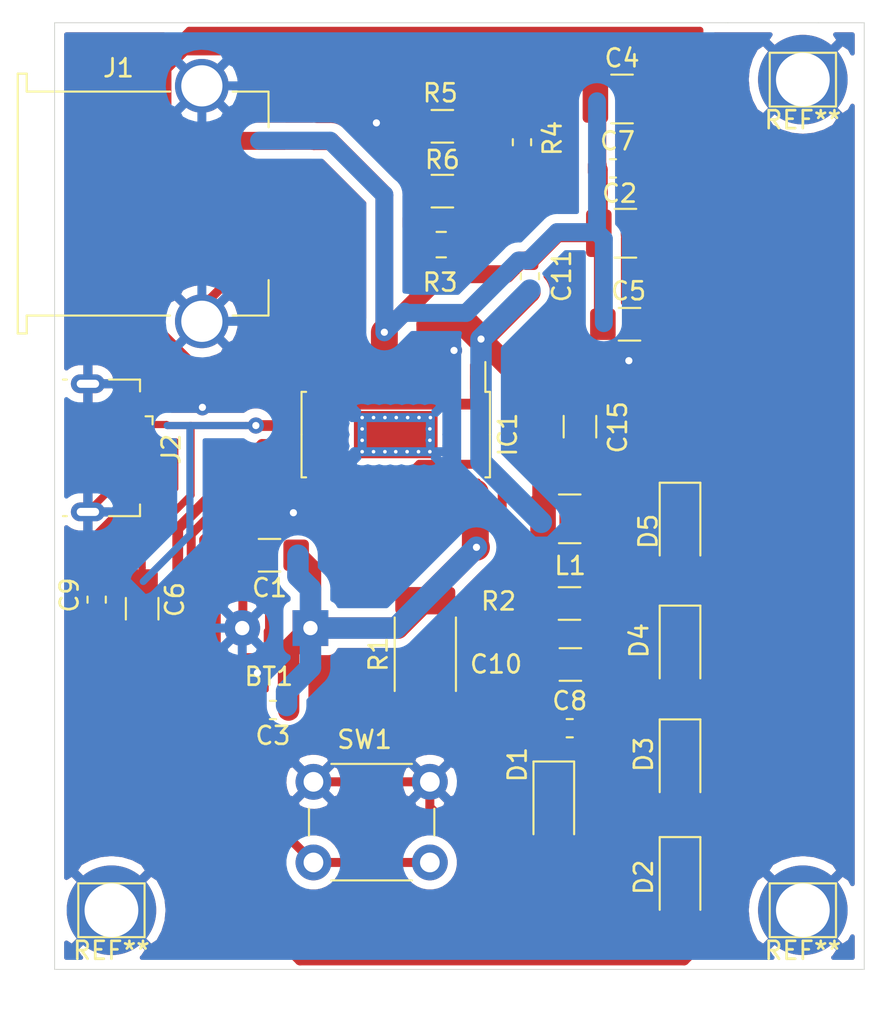
<source format=kicad_pcb>
(kicad_pcb (version 20171130) (host pcbnew "(5.1.4)-1")

  (general
    (thickness 1.6)
    (drawings 13)
    (tracks 360)
    (zones 0)
    (modules 32)
    (nets 20)
  )

  (page A4)
  (layers
    (0 F.Cu signal)
    (31 B.Cu signal)
    (32 B.Adhes user)
    (33 F.Adhes user)
    (34 B.Paste user)
    (35 F.Paste user)
    (36 B.SilkS user)
    (37 F.SilkS user)
    (38 B.Mask user)
    (39 F.Mask user)
    (40 Dwgs.User user)
    (41 Cmts.User user)
    (42 Eco1.User user)
    (43 Eco2.User user)
    (44 Edge.Cuts user)
    (45 Margin user)
    (46 B.CrtYd user)
    (47 F.CrtYd user)
    (48 B.Fab user)
    (49 F.Fab user hide)
  )

  (setup
    (last_trace_width 0.25)
    (user_trace_width 0.2)
    (user_trace_width 0.3)
    (user_trace_width 0.4)
    (user_trace_width 0.5)
    (user_trace_width 0.6)
    (user_trace_width 0.7)
    (user_trace_width 1)
    (user_trace_width 1.1)
    (user_trace_width 1.2)
    (user_trace_width 1.5)
    (user_trace_width 1.7)
    (user_trace_width 2)
    (user_trace_width 2.2)
    (user_trace_width 2.8)
    (trace_clearance 0.2)
    (zone_clearance 0.508)
    (zone_45_only no)
    (trace_min 0.2)
    (via_size 0.8)
    (via_drill 0.4)
    (via_min_size 0.4)
    (via_min_drill 0.3)
    (uvia_size 0.3)
    (uvia_drill 0.1)
    (uvias_allowed no)
    (uvia_min_size 0.2)
    (uvia_min_drill 0.1)
    (edge_width 0.05)
    (segment_width 0.2)
    (pcb_text_width 0.3)
    (pcb_text_size 1.5 1.5)
    (mod_edge_width 0.12)
    (mod_text_size 1 1)
    (mod_text_width 0.15)
    (pad_size 5 5)
    (pad_drill 3)
    (pad_to_mask_clearance 0.051)
    (solder_mask_min_width 0.25)
    (aux_axis_origin 0 0)
    (visible_elements 7FFFFFFF)
    (pcbplotparams
      (layerselection 0x010fc_ffffffff)
      (usegerberextensions false)
      (usegerberattributes false)
      (usegerberadvancedattributes false)
      (creategerberjobfile false)
      (excludeedgelayer true)
      (linewidth 0.100000)
      (plotframeref false)
      (viasonmask false)
      (mode 1)
      (useauxorigin false)
      (hpglpennumber 1)
      (hpglpenspeed 20)
      (hpglpendiameter 15.000000)
      (psnegative false)
      (psa4output false)
      (plotreference true)
      (plotvalue true)
      (plotinvisibletext false)
      (padsonsilk false)
      (subtractmaskfromsilk false)
      (outputformat 1)
      (mirror false)
      (drillshape 1)
      (scaleselection 1)
      (outputdirectory ""))
  )

  (net 0 "")
  (net 1 "Net-(BT1-Pad1)")
  (net 2 GND)
  (net 3 "Net-(C11-Pad2)")
  (net 4 "Net-(C6-Pad1)")
  (net 5 /CSIN)
  (net 6 "Net-(C11-Pad1)")
  (net 7 VREG)
  (net 8 "Net-(C15-Pad2)")
  (net 9 "Net-(D1-Pad2)")
  (net 10 "Net-(D1-Pad1)")
  (net 11 "Net-(D2-Pad1)")
  (net 12 "Net-(D2-Pad2)")
  (net 13 "Net-(D4-Pad2)")
  (net 14 "Net-(IC1-Pad15)")
  (net 15 DP)
  (net 16 DM)
  (net 17 "Net-(J2-Pad2)")
  (net 18 "Net-(J2-Pad4)")
  (net 19 "Net-(J2-Pad3)")

  (net_class Default "Это класс цепей по умолчанию."
    (clearance 0.2)
    (trace_width 0.25)
    (via_dia 0.8)
    (via_drill 0.4)
    (uvia_dia 0.3)
    (uvia_drill 0.1)
    (add_net /CSIN)
    (add_net DM)
    (add_net DP)
    (add_net GND)
    (add_net "Net-(BT1-Pad1)")
    (add_net "Net-(C11-Pad1)")
    (add_net "Net-(C11-Pad2)")
    (add_net "Net-(C15-Pad2)")
    (add_net "Net-(C6-Pad1)")
    (add_net "Net-(D1-Pad1)")
    (add_net "Net-(D1-Pad2)")
    (add_net "Net-(D2-Pad1)")
    (add_net "Net-(D2-Pad2)")
    (add_net "Net-(D4-Pad2)")
    (add_net "Net-(IC1-Pad15)")
    (add_net "Net-(J2-Pad2)")
    (add_net "Net-(J2-Pad3)")
    (add_net "Net-(J2-Pad4)")
    (add_net VREG)
  )

  (module Connector_Pin:Pin_D1.3mm_L10.0mm_W3.5mm_Flat (layer F.Cu) (tedit 5E28D43F) (tstamp 5E28D5BA)
    (at 90.043 116.84)
    (descr "solder Pin_ with flat with hole, hole diameter 1.3mm, length 10.0mm, width 3.5mm, e.g. Ettinger 13.13.865, https://katalog.ettinger.de/#p=434")
    (tags "solder Pin_ with flat fork")
    (fp_text reference REF** (at 0 2.25) (layer F.SilkS)
      (effects (font (size 1 1) (thickness 0.15)))
    )
    (fp_text value Pin_D1.3mm_L10.0mm_W3.5mm_Flat (at 0 -2.05) (layer F.Fab)
      (effects (font (size 1 1) (thickness 0.15)))
    )
    (fp_line (start 2.25 1.8) (end -2.25 1.8) (layer F.CrtYd) (width 0.05))
    (fp_line (start 2.25 1.8) (end 2.25 -1.8) (layer F.CrtYd) (width 0.05))
    (fp_line (start -2.25 -1.8) (end -2.25 1.8) (layer F.CrtYd) (width 0.05))
    (fp_line (start -2.25 -1.8) (end 2.25 -1.8) (layer F.CrtYd) (width 0.05))
    (fp_line (start -1.75 -0.3) (end 1.75 -0.3) (layer F.Fab) (width 0.12))
    (fp_line (start -1.75 0.3) (end -1.75 -0.3) (layer F.Fab) (width 0.12))
    (fp_line (start 1.75 0.3) (end -1.75 0.3) (layer F.Fab) (width 0.12))
    (fp_line (start 1.75 -0.3) (end 1.75 0.3) (layer F.Fab) (width 0.12))
    (fp_line (start -1.85 -1.5) (end -1.85 1.5) (layer F.SilkS) (width 0.12))
    (fp_line (start 1.85 1.5) (end -1.85 1.5) (layer F.SilkS) (width 0.12))
    (fp_line (start 1.85 -1.5) (end 1.85 1.5) (layer F.SilkS) (width 0.12))
    (fp_line (start -1.85 -1.5) (end 1.85 -1.5) (layer F.SilkS) (width 0.12))
    (fp_text user %R (at 0 2.25) (layer F.Fab)
      (effects (font (size 1 1) (thickness 0.15)))
    )
    (pad 1 thru_hole circle (at 0 0) (size 5 5) (drill 3) (layers *.Cu *.Mask)
      (net 2 GND))
    (model ${KISYS3DMOD}/Connector_Pin.3dshapes/Pin_D1.3mm_L10.0mm_W3.5mm_Flat.wrl
      (at (xyz 0 0 0))
      (scale (xyz 1 1 1))
      (rotate (xyz 0 0 0))
    )
  )

  (module Connector_Pin:Pin_D1.3mm_L10.0mm_W3.5mm_Flat (layer F.Cu) (tedit 5E28D43F) (tstamp 5E28D597)
    (at 128.651 116.84)
    (descr "solder Pin_ with flat with hole, hole diameter 1.3mm, length 10.0mm, width 3.5mm, e.g. Ettinger 13.13.865, https://katalog.ettinger.de/#p=434")
    (tags "solder Pin_ with flat fork")
    (fp_text reference REF** (at 0 2.25) (layer F.SilkS)
      (effects (font (size 1 1) (thickness 0.15)))
    )
    (fp_text value Pin_D1.3mm_L10.0mm_W3.5mm_Flat (at 0 -2.05) (layer F.Fab)
      (effects (font (size 1 1) (thickness 0.15)))
    )
    (fp_text user %R (at 0 2.25) (layer F.Fab)
      (effects (font (size 1 1) (thickness 0.15)))
    )
    (fp_line (start -1.85 -1.5) (end 1.85 -1.5) (layer F.SilkS) (width 0.12))
    (fp_line (start 1.85 -1.5) (end 1.85 1.5) (layer F.SilkS) (width 0.12))
    (fp_line (start 1.85 1.5) (end -1.85 1.5) (layer F.SilkS) (width 0.12))
    (fp_line (start -1.85 -1.5) (end -1.85 1.5) (layer F.SilkS) (width 0.12))
    (fp_line (start 1.75 -0.3) (end 1.75 0.3) (layer F.Fab) (width 0.12))
    (fp_line (start 1.75 0.3) (end -1.75 0.3) (layer F.Fab) (width 0.12))
    (fp_line (start -1.75 0.3) (end -1.75 -0.3) (layer F.Fab) (width 0.12))
    (fp_line (start -1.75 -0.3) (end 1.75 -0.3) (layer F.Fab) (width 0.12))
    (fp_line (start -2.25 -1.8) (end 2.25 -1.8) (layer F.CrtYd) (width 0.05))
    (fp_line (start -2.25 -1.8) (end -2.25 1.8) (layer F.CrtYd) (width 0.05))
    (fp_line (start 2.25 1.8) (end 2.25 -1.8) (layer F.CrtYd) (width 0.05))
    (fp_line (start 2.25 1.8) (end -2.25 1.8) (layer F.CrtYd) (width 0.05))
    (pad 1 thru_hole circle (at 0 0) (size 5 5) (drill 3) (layers *.Cu *.Mask)
      (net 2 GND))
    (model ${KISYS3DMOD}/Connector_Pin.3dshapes/Pin_D1.3mm_L10.0mm_W3.5mm_Flat.wrl
      (at (xyz 0 0 0))
      (scale (xyz 1 1 1))
      (rotate (xyz 0 0 0))
    )
  )

  (module Connector_Pin:Pin_D1.3mm_L10.0mm_W3.5mm_Flat (layer F.Cu) (tedit 5E28D43F) (tstamp 5E1F30E9)
    (at 128.651 70.485)
    (descr "solder Pin_ with flat with hole, hole diameter 1.3mm, length 10.0mm, width 3.5mm, e.g. Ettinger 13.13.865, https://katalog.ettinger.de/#p=434")
    (tags "solder Pin_ with flat fork")
    (fp_text reference REF** (at 0 2.25) (layer F.SilkS)
      (effects (font (size 1 1) (thickness 0.15)))
    )
    (fp_text value Pin_D1.3mm_L10.0mm_W3.5mm_Flat (at 0 -2.05) (layer F.Fab)
      (effects (font (size 1 1) (thickness 0.15)))
    )
    (fp_line (start 2.25 1.8) (end -2.25 1.8) (layer F.CrtYd) (width 0.05))
    (fp_line (start 2.25 1.8) (end 2.25 -1.8) (layer F.CrtYd) (width 0.05))
    (fp_line (start -2.25 -1.8) (end -2.25 1.8) (layer F.CrtYd) (width 0.05))
    (fp_line (start -2.25 -1.8) (end 2.25 -1.8) (layer F.CrtYd) (width 0.05))
    (fp_line (start -1.75 -0.3) (end 1.75 -0.3) (layer F.Fab) (width 0.12))
    (fp_line (start -1.75 0.3) (end -1.75 -0.3) (layer F.Fab) (width 0.12))
    (fp_line (start 1.75 0.3) (end -1.75 0.3) (layer F.Fab) (width 0.12))
    (fp_line (start 1.75 -0.3) (end 1.75 0.3) (layer F.Fab) (width 0.12))
    (fp_line (start -1.85 -1.5) (end -1.85 1.5) (layer F.SilkS) (width 0.12))
    (fp_line (start 1.85 1.5) (end -1.85 1.5) (layer F.SilkS) (width 0.12))
    (fp_line (start 1.85 -1.5) (end 1.85 1.5) (layer F.SilkS) (width 0.12))
    (fp_line (start -1.85 -1.5) (end 1.85 -1.5) (layer F.SilkS) (width 0.12))
    (fp_text user %R (at 0 2.25) (layer F.Fab)
      (effects (font (size 1 1) (thickness 0.15)))
    )
    (pad 1 thru_hole circle (at 0 0) (size 5 5) (drill 3) (layers *.Cu *.Mask)
      (net 2 GND))
    (model ${KISYS3DMOD}/Connector_Pin.3dshapes/Pin_D1.3mm_L10.0mm_W3.5mm_Flat.wrl
      (at (xyz 0 0 0))
      (scale (xyz 1 1 1))
      (rotate (xyz 0 0 0))
    )
  )

  (module LED_SMD:LED_1206_3216Metric_Pad1.42x1.75mm_HandSolder (layer F.Cu) (tedit 5B4B45C9) (tstamp 5DE277D7)
    (at 121.793 102.2985 270)
    (descr "LED SMD 1206 (3216 Metric), square (rectangular) end terminal, IPC_7351 nominal, (Body size source: http://www.tortai-tech.com/upload/download/2011102023233369053.pdf), generated with kicad-footprint-generator")
    (tags "LED handsolder")
    (path /5DBE7C0F)
    (attr smd)
    (fp_text reference D4 (at -0.508 2.286 90) (layer F.SilkS)
      (effects (font (size 1 1) (thickness 0.15)))
    )
    (fp_text value LED (at 0 1.82 90) (layer F.Fab)
      (effects (font (size 1 1) (thickness 0.15)))
    )
    (fp_line (start 1.6 -0.8) (end -1.2 -0.8) (layer F.Fab) (width 0.1))
    (fp_line (start -1.2 -0.8) (end -1.6 -0.4) (layer F.Fab) (width 0.1))
    (fp_line (start -1.6 -0.4) (end -1.6 0.8) (layer F.Fab) (width 0.1))
    (fp_line (start -1.6 0.8) (end 1.6 0.8) (layer F.Fab) (width 0.1))
    (fp_line (start 1.6 0.8) (end 1.6 -0.8) (layer F.Fab) (width 0.1))
    (fp_line (start 1.6 -1.135) (end -2.46 -1.135) (layer F.SilkS) (width 0.12))
    (fp_line (start -2.46 -1.135) (end -2.46 1.135) (layer F.SilkS) (width 0.12))
    (fp_line (start -2.46 1.135) (end 1.6 1.135) (layer F.SilkS) (width 0.12))
    (fp_line (start -2.45 1.12) (end -2.45 -1.12) (layer F.CrtYd) (width 0.05))
    (fp_line (start -2.45 -1.12) (end 2.45 -1.12) (layer F.CrtYd) (width 0.05))
    (fp_line (start 2.45 -1.12) (end 2.45 1.12) (layer F.CrtYd) (width 0.05))
    (fp_line (start 2.45 1.12) (end -2.45 1.12) (layer F.CrtYd) (width 0.05))
    (fp_text user %R (at 0 0 90) (layer F.Fab)
      (effects (font (size 0.8 0.8) (thickness 0.12)))
    )
    (pad 1 smd roundrect (at -1.4875 0 270) (size 1.425 1.75) (layers F.Cu F.Paste F.Mask) (roundrect_rratio 0.175439)
      (net 11 "Net-(D2-Pad1)"))
    (pad 2 smd roundrect (at 1.4875 0 270) (size 1.425 1.75) (layers F.Cu F.Paste F.Mask) (roundrect_rratio 0.175439)
      (net 13 "Net-(D4-Pad2)"))
    (model ${KISYS3DMOD}/LED_SMD.3dshapes/LED_1206_3216Metric.wrl
      (at (xyz 0 0 0))
      (scale (xyz 1 1 1))
      (rotate (xyz 0 0 0))
    )
  )

  (module Capacitor_SMD:C_0603_1608Metric_Pad1.05x0.95mm_HandSolder (layer F.Cu) (tedit 5B301BBE) (tstamp 5DE27747)
    (at 115.6335 106.68)
    (descr "Capacitor SMD 0603 (1608 Metric), square (rectangular) end terminal, IPC_7351 nominal with elongated pad for handsoldering. (Body size source: http://www.tortai-tech.com/upload/download/2011102023233369053.pdf), generated with kicad-footprint-generator")
    (tags "capacitor handsolder")
    (path /5DBF897D)
    (attr smd)
    (fp_text reference C8 (at 0 -1.524) (layer F.SilkS)
      (effects (font (size 1 1) (thickness 0.15)))
    )
    (fp_text value 104 (at 0 1.43) (layer F.Fab)
      (effects (font (size 1 1) (thickness 0.15)))
    )
    (fp_line (start -0.8 0.4) (end -0.8 -0.4) (layer F.Fab) (width 0.1))
    (fp_line (start -0.8 -0.4) (end 0.8 -0.4) (layer F.Fab) (width 0.1))
    (fp_line (start 0.8 -0.4) (end 0.8 0.4) (layer F.Fab) (width 0.1))
    (fp_line (start 0.8 0.4) (end -0.8 0.4) (layer F.Fab) (width 0.1))
    (fp_line (start -0.171267 -0.51) (end 0.171267 -0.51) (layer F.SilkS) (width 0.12))
    (fp_line (start -0.171267 0.51) (end 0.171267 0.51) (layer F.SilkS) (width 0.12))
    (fp_line (start -1.65 0.73) (end -1.65 -0.73) (layer F.CrtYd) (width 0.05))
    (fp_line (start -1.65 -0.73) (end 1.65 -0.73) (layer F.CrtYd) (width 0.05))
    (fp_line (start 1.65 -0.73) (end 1.65 0.73) (layer F.CrtYd) (width 0.05))
    (fp_line (start 1.65 0.73) (end -1.65 0.73) (layer F.CrtYd) (width 0.05))
    (fp_text user %R (at 0 0) (layer F.Fab)
      (effects (font (size 0.4 0.4) (thickness 0.06)))
    )
    (pad 1 smd roundrect (at -0.875 0) (size 1.05 0.95) (layers F.Cu F.Paste F.Mask) (roundrect_rratio 0.25)
      (net 5 /CSIN))
    (pad 2 smd roundrect (at 0.875 0) (size 1.05 0.95) (layers F.Cu F.Paste F.Mask) (roundrect_rratio 0.25)
      (net 2 GND))
    (model ${KISYS3DMOD}/Capacitor_SMD.3dshapes/C_0603_1608Metric.wrl
      (at (xyz 0 0 0))
      (scale (xyz 1 1 1))
      (rotate (xyz 0 0 0))
    )
  )

  (module Capacitor_SMD:C_0603_1608Metric_Pad1.05x0.95mm_HandSolder (layer F.Cu) (tedit 5B301BBE) (tstamp 5DE28C3F)
    (at 89.2175 99.5045 270)
    (descr "Capacitor SMD 0603 (1608 Metric), square (rectangular) end terminal, IPC_7351 nominal with elongated pad for handsoldering. (Body size source: http://www.tortai-tech.com/upload/download/2011102023233369053.pdf), generated with kicad-footprint-generator")
    (tags "capacitor handsolder")
    (path /5DCD12A0)
    (attr smd)
    (fp_text reference C9 (at -0.254 1.524 90) (layer F.SilkS)
      (effects (font (size 1 1) (thickness 0.15)))
    )
    (fp_text value 104 (at 0 1.43 90) (layer F.Fab)
      (effects (font (size 1 1) (thickness 0.15)))
    )
    (fp_line (start -0.8 0.4) (end -0.8 -0.4) (layer F.Fab) (width 0.1))
    (fp_line (start -0.8 -0.4) (end 0.8 -0.4) (layer F.Fab) (width 0.1))
    (fp_line (start 0.8 -0.4) (end 0.8 0.4) (layer F.Fab) (width 0.1))
    (fp_line (start 0.8 0.4) (end -0.8 0.4) (layer F.Fab) (width 0.1))
    (fp_line (start -0.171267 -0.51) (end 0.171267 -0.51) (layer F.SilkS) (width 0.12))
    (fp_line (start -0.171267 0.51) (end 0.171267 0.51) (layer F.SilkS) (width 0.12))
    (fp_line (start -1.65 0.73) (end -1.65 -0.73) (layer F.CrtYd) (width 0.05))
    (fp_line (start -1.65 -0.73) (end 1.65 -0.73) (layer F.CrtYd) (width 0.05))
    (fp_line (start 1.65 -0.73) (end 1.65 0.73) (layer F.CrtYd) (width 0.05))
    (fp_line (start 1.65 0.73) (end -1.65 0.73) (layer F.CrtYd) (width 0.05))
    (fp_text user %R (at 0 0 90) (layer F.Fab)
      (effects (font (size 0.4 0.4) (thickness 0.06)))
    )
    (pad 1 smd roundrect (at -0.875 0 270) (size 1.05 0.95) (layers F.Cu F.Paste F.Mask) (roundrect_rratio 0.25)
      (net 4 "Net-(C6-Pad1)"))
    (pad 2 smd roundrect (at 0.875 0 270) (size 1.05 0.95) (layers F.Cu F.Paste F.Mask) (roundrect_rratio 0.25)
      (net 2 GND))
    (model ${KISYS3DMOD}/Capacitor_SMD.3dshapes/C_0603_1608Metric.wrl
      (at (xyz 0 0 0))
      (scale (xyz 1 1 1))
      (rotate (xyz 0 0 0))
    )
  )

  (module LED_SMD:LED_1206_3216Metric_Pad1.42x1.75mm_HandSolder (layer F.Cu) (tedit 5B4B45C9) (tstamp 5DE2779E)
    (at 114.7445 110.998 270)
    (descr "LED SMD 1206 (3216 Metric), square (rectangular) end terminal, IPC_7351 nominal, (Body size source: http://www.tortai-tech.com/upload/download/2011102023233369053.pdf), generated with kicad-footprint-generator")
    (tags "LED handsolder")
    (path /5DBEE4D4)
    (attr smd)
    (fp_text reference D1 (at -2.286 2.032 90) (layer F.SilkS)
      (effects (font (size 1 1) (thickness 0.15)))
    )
    (fp_text value LED (at 0 1.82 90) (layer F.Fab)
      (effects (font (size 1 1) (thickness 0.15)))
    )
    (fp_text user %R (at 0 0 90) (layer F.Fab)
      (effects (font (size 0.8 0.8) (thickness 0.12)))
    )
    (fp_line (start 2.45 1.12) (end -2.45 1.12) (layer F.CrtYd) (width 0.05))
    (fp_line (start 2.45 -1.12) (end 2.45 1.12) (layer F.CrtYd) (width 0.05))
    (fp_line (start -2.45 -1.12) (end 2.45 -1.12) (layer F.CrtYd) (width 0.05))
    (fp_line (start -2.45 1.12) (end -2.45 -1.12) (layer F.CrtYd) (width 0.05))
    (fp_line (start -2.46 1.135) (end 1.6 1.135) (layer F.SilkS) (width 0.12))
    (fp_line (start -2.46 -1.135) (end -2.46 1.135) (layer F.SilkS) (width 0.12))
    (fp_line (start 1.6 -1.135) (end -2.46 -1.135) (layer F.SilkS) (width 0.12))
    (fp_line (start 1.6 0.8) (end 1.6 -0.8) (layer F.Fab) (width 0.1))
    (fp_line (start -1.6 0.8) (end 1.6 0.8) (layer F.Fab) (width 0.1))
    (fp_line (start -1.6 -0.4) (end -1.6 0.8) (layer F.Fab) (width 0.1))
    (fp_line (start -1.2 -0.8) (end -1.6 -0.4) (layer F.Fab) (width 0.1))
    (fp_line (start 1.6 -0.8) (end -1.2 -0.8) (layer F.Fab) (width 0.1))
    (pad 2 smd roundrect (at 1.4875 0 270) (size 1.425 1.75) (layers F.Cu F.Paste F.Mask) (roundrect_rratio 0.175439)
      (net 9 "Net-(D1-Pad2)"))
    (pad 1 smd roundrect (at -1.4875 0 270) (size 1.425 1.75) (layers F.Cu F.Paste F.Mask) (roundrect_rratio 0.175439)
      (net 10 "Net-(D1-Pad1)"))
    (model ${KISYS3DMOD}/LED_SMD.3dshapes/LED_1206_3216Metric.wrl
      (at (xyz 0 0 0))
      (scale (xyz 1 1 1))
      (rotate (xyz 0 0 0))
    )
  )

  (module Resistor_SMD:R_1206_3216Metric_Pad1.42x1.75mm_HandSolder (layer F.Cu) (tedit 5B301BBD) (tstamp 5DE278C6)
    (at 115.6208 99.7204)
    (descr "Resistor SMD 1206 (3216 Metric), square (rectangular) end terminal, IPC_7351 nominal with elongated pad for handsoldering. (Body size source: http://www.tortai-tech.com/upload/download/2011102023233369053.pdf), generated with kicad-footprint-generator")
    (tags "resistor handsolder")
    (path /5DBEF39A)
    (attr smd)
    (fp_text reference R2 (at -3.9624 -0.127) (layer F.SilkS)
      (effects (font (size 1 1) (thickness 0.15)))
    )
    (fp_text value 20Ohm (at 0 1.82) (layer F.Fab)
      (effects (font (size 1 1) (thickness 0.15)))
    )
    (fp_line (start -1.6 0.8) (end -1.6 -0.8) (layer F.Fab) (width 0.1))
    (fp_line (start -1.6 -0.8) (end 1.6 -0.8) (layer F.Fab) (width 0.1))
    (fp_line (start 1.6 -0.8) (end 1.6 0.8) (layer F.Fab) (width 0.1))
    (fp_line (start 1.6 0.8) (end -1.6 0.8) (layer F.Fab) (width 0.1))
    (fp_line (start -0.602064 -0.91) (end 0.602064 -0.91) (layer F.SilkS) (width 0.12))
    (fp_line (start -0.602064 0.91) (end 0.602064 0.91) (layer F.SilkS) (width 0.12))
    (fp_line (start -2.45 1.12) (end -2.45 -1.12) (layer F.CrtYd) (width 0.05))
    (fp_line (start -2.45 -1.12) (end 2.45 -1.12) (layer F.CrtYd) (width 0.05))
    (fp_line (start 2.45 -1.12) (end 2.45 1.12) (layer F.CrtYd) (width 0.05))
    (fp_line (start 2.45 1.12) (end -2.45 1.12) (layer F.CrtYd) (width 0.05))
    (fp_text user %R (at 0 0) (layer F.Fab)
      (effects (font (size 0.8 0.8) (thickness 0.12)))
    )
    (pad 1 smd roundrect (at -1.4875 0) (size 1.425 1.75) (layers F.Cu F.Paste F.Mask) (roundrect_rratio 0.175439)
      (net 9 "Net-(D1-Pad2)"))
    (pad 2 smd roundrect (at 1.4875 0) (size 1.425 1.75) (layers F.Cu F.Paste F.Mask) (roundrect_rratio 0.175439)
      (net 5 /CSIN))
    (model ${KISYS3DMOD}/Resistor_SMD.3dshapes/R_1206_3216Metric.wrl
      (at (xyz 0 0 0))
      (scale (xyz 1 1 1))
      (rotate (xyz 0 0 0))
    )
  )

  (module Resistor_SMD:R_2512_6332Metric_Pad1.52x3.35mm_HandSolder (layer F.Cu) (tedit 5B301BBD) (tstamp 5DE29D2E)
    (at 107.569 102.5525 90)
    (descr "Resistor SMD 2512 (6332 Metric), square (rectangular) end terminal, IPC_7351 nominal with elongated pad for handsoldering. (Body size source: http://www.tortai-tech.com/upload/download/2011102023233369053.pdf), generated with kicad-footprint-generator")
    (tags "resistor handsolder")
    (path /5DBFA35E)
    (attr smd)
    (fp_text reference R1 (at 0 -2.62 90) (layer F.SilkS)
      (effects (font (size 1 1) (thickness 0.15)))
    )
    (fp_text value 20mOhm (at 0 2.62 90) (layer F.Fab)
      (effects (font (size 1 1) (thickness 0.15)))
    )
    (fp_line (start -3.15 1.6) (end -3.15 -1.6) (layer F.Fab) (width 0.1))
    (fp_line (start -3.15 -1.6) (end 3.15 -1.6) (layer F.Fab) (width 0.1))
    (fp_line (start 3.15 -1.6) (end 3.15 1.6) (layer F.Fab) (width 0.1))
    (fp_line (start 3.15 1.6) (end -3.15 1.6) (layer F.Fab) (width 0.1))
    (fp_line (start -2.052064 -1.71) (end 2.052064 -1.71) (layer F.SilkS) (width 0.12))
    (fp_line (start -2.052064 1.71) (end 2.052064 1.71) (layer F.SilkS) (width 0.12))
    (fp_line (start -4 1.92) (end -4 -1.92) (layer F.CrtYd) (width 0.05))
    (fp_line (start -4 -1.92) (end 4 -1.92) (layer F.CrtYd) (width 0.05))
    (fp_line (start 4 -1.92) (end 4 1.92) (layer F.CrtYd) (width 0.05))
    (fp_line (start 4 1.92) (end -4 1.92) (layer F.CrtYd) (width 0.05))
    (fp_text user %R (at 0 0 90) (layer F.Fab)
      (effects (font (size 1 1) (thickness 0.15)))
    )
    (pad 1 smd roundrect (at -2.9875 0 90) (size 1.525 3.35) (layers F.Cu F.Paste F.Mask) (roundrect_rratio 0.163934)
      (net 5 /CSIN))
    (pad 2 smd roundrect (at 2.9875 0 90) (size 1.525 3.35) (layers F.Cu F.Paste F.Mask) (roundrect_rratio 0.163934)
      (net 1 "Net-(BT1-Pad1)"))
    (model ${KISYS3DMOD}/Resistor_SMD.3dshapes/R_2512_6332Metric.wrl
      (at (xyz 0 0 0))
      (scale (xyz 1 1 1))
      (rotate (xyz 0 0 0))
    )
  )

  (module LED_SMD:LED_1206_3216Metric_Pad1.42x1.75mm_HandSolder (layer F.Cu) (tedit 5B4B45C9) (tstamp 5DE2923D)
    (at 121.793 115.216 270)
    (descr "LED SMD 1206 (3216 Metric), square (rectangular) end terminal, IPC_7351 nominal, (Body size source: http://www.tortai-tech.com/upload/download/2011102023233369053.pdf), generated with kicad-footprint-generator")
    (tags "LED handsolder")
    (path /5DBE4352)
    (attr smd)
    (fp_text reference D2 (at -0.2175 2.032 90) (layer F.SilkS)
      (effects (font (size 1 1) (thickness 0.15)))
    )
    (fp_text value LED (at 0 1.82 90) (layer F.Fab)
      (effects (font (size 1 1) (thickness 0.15)))
    )
    (fp_line (start 1.6 -0.8) (end -1.2 -0.8) (layer F.Fab) (width 0.1))
    (fp_line (start -1.2 -0.8) (end -1.6 -0.4) (layer F.Fab) (width 0.1))
    (fp_line (start -1.6 -0.4) (end -1.6 0.8) (layer F.Fab) (width 0.1))
    (fp_line (start -1.6 0.8) (end 1.6 0.8) (layer F.Fab) (width 0.1))
    (fp_line (start 1.6 0.8) (end 1.6 -0.8) (layer F.Fab) (width 0.1))
    (fp_line (start 1.6 -1.135) (end -2.46 -1.135) (layer F.SilkS) (width 0.12))
    (fp_line (start -2.46 -1.135) (end -2.46 1.135) (layer F.SilkS) (width 0.12))
    (fp_line (start -2.46 1.135) (end 1.6 1.135) (layer F.SilkS) (width 0.12))
    (fp_line (start -2.45 1.12) (end -2.45 -1.12) (layer F.CrtYd) (width 0.05))
    (fp_line (start -2.45 -1.12) (end 2.45 -1.12) (layer F.CrtYd) (width 0.05))
    (fp_line (start 2.45 -1.12) (end 2.45 1.12) (layer F.CrtYd) (width 0.05))
    (fp_line (start 2.45 1.12) (end -2.45 1.12) (layer F.CrtYd) (width 0.05))
    (fp_text user %R (at 0 0 90) (layer F.Fab)
      (effects (font (size 0.8 0.8) (thickness 0.12)))
    )
    (pad 1 smd roundrect (at -1.4875 0 270) (size 1.425 1.75) (layers F.Cu F.Paste F.Mask) (roundrect_rratio 0.175439)
      (net 11 "Net-(D2-Pad1)"))
    (pad 2 smd roundrect (at 1.4875 0 270) (size 1.425 1.75) (layers F.Cu F.Paste F.Mask) (roundrect_rratio 0.175439)
      (net 12 "Net-(D2-Pad2)"))
    (model ${KISYS3DMOD}/LED_SMD.3dshapes/LED_1206_3216Metric.wrl
      (at (xyz 0 0 0))
      (scale (xyz 1 1 1))
      (rotate (xyz 0 0 0))
    )
  )

  (module Resistor_SMD:R_0603_1608Metric_Pad1.05x0.95mm_HandSolder (layer F.Cu) (tedit 5B301BBD) (tstamp 5DE278E8)
    (at 112.9665 73.9775 270)
    (descr "Resistor SMD 0603 (1608 Metric), square (rectangular) end terminal, IPC_7351 nominal with elongated pad for handsoldering. (Body size source: http://www.tortai-tech.com/upload/download/2011102023233369053.pdf), generated with kicad-footprint-generator")
    (tags "resistor handsolder")
    (path /5DD1ED50)
    (attr smd)
    (fp_text reference R4 (at -0.2159 -1.7018 90) (layer F.SilkS)
      (effects (font (size 1 1) (thickness 0.15)))
    )
    (fp_text value 43KOhm (at 0 1.43 90) (layer F.Fab)
      (effects (font (size 1 1) (thickness 0.15)))
    )
    (fp_line (start -0.8 0.4) (end -0.8 -0.4) (layer F.Fab) (width 0.1))
    (fp_line (start -0.8 -0.4) (end 0.8 -0.4) (layer F.Fab) (width 0.1))
    (fp_line (start 0.8 -0.4) (end 0.8 0.4) (layer F.Fab) (width 0.1))
    (fp_line (start 0.8 0.4) (end -0.8 0.4) (layer F.Fab) (width 0.1))
    (fp_line (start -0.171267 -0.51) (end 0.171267 -0.51) (layer F.SilkS) (width 0.12))
    (fp_line (start -0.171267 0.51) (end 0.171267 0.51) (layer F.SilkS) (width 0.12))
    (fp_line (start -1.65 0.73) (end -1.65 -0.73) (layer F.CrtYd) (width 0.05))
    (fp_line (start -1.65 -0.73) (end 1.65 -0.73) (layer F.CrtYd) (width 0.05))
    (fp_line (start 1.65 -0.73) (end 1.65 0.73) (layer F.CrtYd) (width 0.05))
    (fp_line (start 1.65 0.73) (end -1.65 0.73) (layer F.CrtYd) (width 0.05))
    (fp_text user %R (at 0 0 90) (layer F.Fab)
      (effects (font (size 0.4 0.4) (thickness 0.06)))
    )
    (pad 1 smd roundrect (at -0.875 0 270) (size 1.05 0.95) (layers F.Cu F.Paste F.Mask) (roundrect_rratio 0.25)
      (net 15 DP))
    (pad 2 smd roundrect (at 0.875 0 270) (size 1.05 0.95) (layers F.Cu F.Paste F.Mask) (roundrect_rratio 0.25)
      (net 7 VREG))
    (model ${KISYS3DMOD}/Resistor_SMD.3dshapes/R_0603_1608Metric.wrl
      (at (xyz 0 0 0))
      (scale (xyz 1 1 1))
      (rotate (xyz 0 0 0))
    )
  )

  (module My_USB_TYPEA:USB_KLS1-181C (layer F.Cu) (tedit 5DE19CD4) (tstamp 5E19B7FA)
    (at 97.8027 73.9013 270)
    (path /5DCF3539)
    (fp_text reference J1 (at -4.064 7.366 180) (layer F.SilkS)
      (effects (font (size 1 1) (thickness 0.15)))
    )
    (fp_text value USB_A (at 3.048 14.867 90) (layer F.Fab)
      (effects (font (size 1 1) (thickness 0.15)))
    )
    (fp_line (start -5.15 1.99) (end -4.25 0.69) (layer F.CrtYd) (width 0.05))
    (fp_line (start -3.25 4.74) (end -4.25 4.74) (layer F.CrtYd) (width 0.05))
    (fp_line (start -4.25 11.99) (end -4.25 13.49) (layer F.CrtYd) (width 0.05))
    (fp_line (start 11.25 11.99) (end 10.25 11.99) (layer F.CrtYd) (width 0.05))
    (fp_line (start 0 -0.76) (end 0.25 -1.01) (layer F.Fab) (width 0.1))
    (fp_line (start -3.25 11.99) (end -4.25 11.99) (layer F.CrtYd) (width 0.05))
    (fp_line (start -3.25 4.74) (end -3.25 11.99) (layer F.CrtYd) (width 0.05))
    (fp_line (start 10.75 12.99) (end 10.75 12.49) (layer F.SilkS) (width 0.12))
    (fp_line (start 9.75 12.49) (end 10.75 12.49) (layer F.Fab) (width 0.1))
    (fp_line (start -5.15 3.44) (end -4.25 4.74) (layer F.CrtYd) (width 0.05))
    (fp_line (start -3.25 0.69) (end -4.25 0.69) (layer F.CrtYd) (width 0.05))
    (fp_line (start 12.15 3.44) (end 11.25 4.74) (layer F.CrtYd) (width 0.05))
    (fp_line (start -3.25 0.69) (end -3.25 -1.51) (layer F.CrtYd) (width 0.05))
    (fp_line (start -2.75 12.49) (end -2.75 -1.01) (layer F.Fab) (width 0.1))
    (fp_line (start -3.75 12.99) (end 10.75 12.99) (layer F.Fab) (width 0.1))
    (fp_line (start 10.25 0.69) (end 10.25 -1.51) (layer F.CrtYd) (width 0.05))
    (fp_line (start 10.25 0.69) (end 11.25 0.69) (layer F.CrtYd) (width 0.05))
    (fp_line (start 12.15 1.99) (end 11.25 0.69) (layer F.CrtYd) (width 0.05))
    (fp_line (start 10.75 12.49) (end 10.75 12.99) (layer F.Fab) (width 0.1))
    (fp_line (start -3.75 12.49) (end -2.75 12.49) (layer F.Fab) (width 0.1))
    (fp_line (start -3.75 12.99) (end -3.75 12.49) (layer F.Fab) (width 0.1))
    (fp_line (start 9.75 12.49) (end 9.75 -1.01) (layer F.Fab) (width 0.1))
    (fp_line (start -3.75 12.99) (end 10.75 12.99) (layer F.SilkS) (width 0.12))
    (fp_line (start 10.75 12.49) (end 9.75 12.49) (layer F.SilkS) (width 0.12))
    (fp_line (start 9.75 12.49) (end 9.75 4.49) (layer F.SilkS) (width 0.12))
    (fp_line (start -2.75 12.49) (end -3.75 12.49) (layer F.SilkS) (width 0.12))
    (fp_line (start 9.75 0.99) (end 9.75 -1.01) (layer F.SilkS) (width 0.12))
    (fp_line (start -2.75 4.49) (end -2.75 12.49) (layer F.SilkS) (width 0.12))
    (fp_line (start 11.25 13.49) (end 11.25 11.99) (layer F.CrtYd) (width 0.05))
    (fp_line (start -3.75 12.49) (end -3.75 12.99) (layer F.SilkS) (width 0.12))
    (fp_line (start -0.25 -1.01) (end 0 -0.76) (layer F.Fab) (width 0.1))
    (fp_line (start 10.25 11.99) (end 10.25 4.74) (layer F.CrtYd) (width 0.05))
    (fp_line (start 10.25 4.74) (end 11.25 4.74) (layer F.CrtYd) (width 0.05))
    (fp_line (start -4.25 13.49) (end 11.25 13.49) (layer F.CrtYd) (width 0.05))
    (fp_line (start 12.15 1.99) (end 12.15 3.44) (layer F.CrtYd) (width 0.05))
    (fp_line (start -5.15 1.99) (end -5.15 3.44) (layer F.CrtYd) (width 0.05))
    (fp_line (start -3.25 -1.51) (end -1.016 -1.524) (layer F.CrtYd) (width 0.05))
    (fp_line (start 10.25 -1.51) (end 8.001 -1.524) (layer F.CrtYd) (width 0.05))
    (fp_line (start -1.016 -1.524) (end -0.889 -1.524) (layer F.CrtYd) (width 0.05))
    (fp_line (start -0.889 -1.524) (end -0.889 -2.413) (layer F.CrtYd) (width 0.05))
    (fp_line (start 8.001 -1.524) (end 7.874 -1.524) (layer F.CrtYd) (width 0.05))
    (fp_line (start 7.874 -1.524) (end 7.874 -2.413) (layer F.CrtYd) (width 0.05))
    (fp_line (start 7.874 -2.413) (end -0.889 -2.413) (layer F.CrtYd) (width 0.05))
    (fp_line (start 9.75 -1.01) (end 7.5565 -1.016) (layer F.Fab) (width 0.12))
    (fp_line (start 6.4516 -1.016) (end 6.2738 -1.016) (layer F.Fab) (width 0.12))
    (fp_line (start 5.0546 -1.016) (end 5.2324 -1.016) (layer F.Fab) (width 0.12))
    (fp_line (start -2.75 0.99) (end -2.75 -1.01) (layer F.SilkS) (width 0.12))
    (fp_line (start -0.5588 -1.016) (end -0.762 -1.016) (layer F.Fab) (width 0.12))
    (fp_line (start 3.9497 -1.016) (end 3.7719 -1.016) (layer F.Fab) (width 0.12))
    (fp_line (start 3.0607 -1.016) (end 3.2385 -1.016) (layer F.Fab) (width 0.12))
    (fp_line (start 3.7719 -1.016) (end 3.7465 -1.016) (layer F.Fab) (width 0.12))
    (fp_line (start 5.2324 -1.016) (end 5.2451 -1.016) (layer F.Fab) (width 0.12))
    (fp_line (start 6.2738 -1.016) (end 6.2611 -1.016) (layer F.Fab) (width 0.12))
    (fp_line (start 0.5588 -1.016) (end 0.7366 -1.016) (layer F.Fab) (width 0.12))
    (fp_line (start 1.778 -1.016) (end 1.9558 -1.016) (layer F.Fab) (width 0.12))
    (fp_line (start 0.7366 -1.016) (end 1.778 -1.016) (layer F.Fab) (width 0.12))
    (fp_line (start 3.2385 -1.016) (end 3.7338 -1.016) (layer F.Fab) (width 0.12))
    (fp_line (start 5.2324 -1.016) (end 6.2611 -1.016) (layer F.Fab) (width 0.12))
    (fp_line (start -0.762 -1.016) (end -2.75 -1.01) (layer F.Fab) (width 0.12))
    (fp_line (start -2.75 -1.01) (end -0.762 -1.016) (layer F.SilkS) (width 0.12))
    (fp_line (start 9.75 -1.01) (end 7.7724 -1.016) (layer F.SilkS) (width 0.12))
    (pad 2 smd rect (at 2.5 -0.508 270) (size 1 2.88) (layers F.Cu F.Paste F.Mask)
      (net 15 DP))
    (pad 3 smd rect (at 4.5 -0.508 270) (size 1 2.88) (layers F.Cu F.Paste F.Mask)
      (net 16 DM))
    (pad 5 thru_hole circle (at -3.07 2.71 270) (size 3 3) (drill 2.3) (layers *.Cu *.Mask)
      (net 2 GND))
    (pad 1 smd rect (at 0 -0.508 270) (size 1 2.88) (layers F.Cu F.Paste F.Mask)
      (net 3 "Net-(C11-Pad2)"))
    (pad 5 thru_hole circle (at 10.07 2.71 270) (size 3 3) (drill 2.3) (layers *.Cu *.Mask)
      (net 2 GND))
    (pad 4 smd rect (at 7 -0.508 270) (size 1 2.88) (layers F.Cu F.Paste F.Mask)
      (net 2 GND))
  )

  (module MPackage_SO:ESOP-16L_4.55x10.3mm_P1.27mm (layer F.Cu) (tedit 5DD2BA82) (tstamp 5DE27824)
    (at 105.918 90.2945 270)
    (path /5DBDD295)
    (fp_text reference IC1 (at 0 -6.253 90) (layer F.SilkS)
      (effects (font (size 1 1) (thickness 0.15)))
    )
    (fp_text value IP5108E (at 0 6.985 90) (layer F.Fab)
      (effects (font (size 1 1) (thickness 0.15)))
    )
    (fp_line (start -1.275 -5.15) (end 2.275 -5.15) (layer F.Fab) (width 0.1))
    (fp_line (start -4.3 -5.4) (end -4.3 5.4) (layer F.CrtYd) (width 0.05))
    (fp_line (start 0 -5.26) (end -2.385 -5.26) (layer F.SilkS) (width 0.12))
    (fp_line (start -2.385 5.26) (end -2.385 5.005) (layer F.SilkS) (width 0.12))
    (fp_line (start 2.275 5.15) (end -2.275 5.15) (layer F.Fab) (width 0.1))
    (fp_line (start -2.275 5.15) (end -2.275 -4.15) (layer F.Fab) (width 0.1))
    (fp_line (start 0 5.26) (end -2.385 5.26) (layer F.SilkS) (width 0.12))
    (fp_line (start -2.275 -4.15) (end -1.275 -5.15) (layer F.Fab) (width 0.1))
    (fp_line (start 2.385 -5.26) (end 2.385 -5.005) (layer F.SilkS) (width 0.12))
    (fp_line (start 2.385 5.26) (end 2.385 5.005) (layer F.SilkS) (width 0.12))
    (fp_line (start 0 -5.26) (end 2.385 -5.26) (layer F.SilkS) (width 0.12))
    (fp_line (start 2.275 -5.15) (end 2.275 5.15) (layer F.Fab) (width 0.1))
    (fp_line (start -2.385 -5.005) (end -4.05 -5.005) (layer F.SilkS) (width 0.12))
    (fp_line (start 4.3 5.4) (end 4.3 -5.4) (layer F.CrtYd) (width 0.05))
    (fp_line (start -4.3 5.4) (end 4.3 5.4) (layer F.CrtYd) (width 0.05))
    (fp_line (start -2.385 -5.26) (end -2.385 -5.005) (layer F.SilkS) (width 0.12))
    (fp_line (start 4.3 -5.4) (end -4.3 -5.4) (layer F.CrtYd) (width 0.05))
    (fp_line (start 0 5.26) (end 2.385 5.26) (layer F.SilkS) (width 0.12))
    (fp_text user %R (at 0 -3.175 90) (layer F.Fab)
      (effects (font (size 1 1) (thickness 0.15)))
    )
    (fp_poly (pts (xy -1.27 -2.286) (xy 1.27 -2.286) (xy 1.27 2.286) (xy -1.27 2.286)) (layer F.Cu) (width 0.1))
    (pad 14 smd roundrect (at 3.25 -1.905 270) (size 1.6 0.6) (layers F.Cu F.Paste F.Mask) (roundrect_rratio 0.25)
      (net 2 GND))
    (pad 5 smd roundrect (at -3.25 0.635 270) (size 1.6 0.6) (layers F.Cu F.Paste F.Mask) (roundrect_rratio 0.25)
      (net 3 "Net-(C11-Pad2)"))
    (pad 3 smd roundrect (at -3.25 -1.905 270) (size 1.6 0.6) (layers F.Cu F.Paste F.Mask) (roundrect_rratio 0.25)
      (net 6 "Net-(C11-Pad1)"))
    (pad 4 smd roundrect (at -3.25 -0.635 270) (size 1.6 0.6) (layers F.Cu F.Paste F.Mask) (roundrect_rratio 0.25)
      (net 6 "Net-(C11-Pad1)"))
    (pad 10 smd roundrect (at 3.25 3.175 270) (size 1.6 0.6) (layers F.Cu F.Paste F.Mask) (roundrect_rratio 0.25)
      (net 12 "Net-(D2-Pad2)"))
    (pad 6 smd roundrect (at -3.25 1.905 270) (size 1.6 0.6) (layers F.Cu F.Paste F.Mask) (roundrect_rratio 0.25)
      (net 3 "Net-(C11-Pad2)"))
    (pad 15 smd roundrect (at 3.25 -3.175 270) (size 1.6 0.6) (layers F.Cu F.Paste F.Mask) (roundrect_rratio 0.25)
      (net 14 "Net-(IC1-Pad15)"))
    (pad 12 smd roundrect (at 3.25 0.635 270) (size 1.6 0.6) (layers F.Cu F.Paste F.Mask) (roundrect_rratio 0.25)
      (net 8 "Net-(C15-Pad2)"))
    (pad 1 smd roundrect (at -3.25 -4.445 270) (size 1.6 0.6) (layers F.Cu F.Paste F.Mask) (roundrect_rratio 0.25)
      (net 5 /CSIN))
    (pad 9 smd roundrect (at 3.25 4.445 270) (size 1.6 0.6) (layers F.Cu F.Paste F.Mask) (roundrect_rratio 0.25)
      (net 13 "Net-(D4-Pad2)"))
    (pad 16 smd roundrect (at 3.25 -4.445 270) (size 1.6 0.6) (layers F.Cu F.Paste F.Mask) (roundrect_rratio 0.25)
      (net 1 "Net-(BT1-Pad1)"))
    (pad 7 smd roundrect (at -3.25 3.175 270) (size 1.6 0.6) (layers F.Cu F.Paste F.Mask) (roundrect_rratio 0.25)
      (net 4 "Net-(C6-Pad1)"))
    (pad 11 smd roundrect (at 3.25 1.905 270) (size 1.6 0.6) (layers F.Cu F.Paste F.Mask) (roundrect_rratio 0.25)
      (net 11 "Net-(D2-Pad1)"))
    (pad 2 smd roundrect (at -3.25 -3.175 270) (size 1.6 0.6) (layers F.Cu F.Paste F.Mask) (roundrect_rratio 0.25)
      (net 2 GND))
    (pad 8 smd roundrect (at -3.25 4.445 270) (size 1.6 0.6) (layers F.Cu F.Paste F.Mask) (roundrect_rratio 0.25)
      (net 10 "Net-(D1-Pad1)"))
    (pad 13 smd roundrect (at 3.25 -0.635 270) (size 1.6 0.6) (layers F.Cu F.Paste F.Mask) (roundrect_rratio 0.25)
      (net 8 "Net-(C15-Pad2)"))
    (pad 17 thru_hole circle (at -0.95 -1.935 270) (size 0.5 0.5) (drill 0.2) (layers *.Cu)
      (net 2 GND))
    (pad 17 thru_hole circle (at -0.95 -1.3 270) (size 0.5 0.5) (drill 0.2) (layers *.Cu)
      (net 2 GND))
    (pad 17 thru_hole circle (at -0.95 -0.665 270) (size 0.5 0.5) (drill 0.2) (layers *.Cu)
      (net 2 GND))
    (pad 17 thru_hole circle (at -0.95 -0.03 270) (size 0.5 0.5) (drill 0.2) (layers *.Cu)
      (net 2 GND))
    (pad 17 thru_hole circle (at -0.95 0.605 270) (size 0.5 0.5) (drill 0.2) (layers *.Cu)
      (net 2 GND))
    (pad 17 thru_hole circle (at -0.95 1.24 270) (size 0.5 0.5) (drill 0.2) (layers *.Cu)
      (net 2 GND))
    (pad 17 thru_hole circle (at -0.95 1.875 270) (size 0.5 0.5) (drill 0.2) (layers *.Cu)
      (net 2 GND))
    (pad 17 thru_hole circle (at -0.315 1.875 270) (size 0.5 0.5) (drill 0.2) (layers *.Cu)
      (net 2 GND))
    (pad 17 thru_hole circle (at 0.32 1.875 270) (size 0.5 0.5) (drill 0.2) (layers *.Cu)
      (net 2 GND))
    (pad 17 thru_hole circle (at 0.955 1.875 270) (size 0.5 0.5) (drill 0.2) (layers *.Cu)
      (net 2 GND))
    (pad 17 thru_hole circle (at 0.955 1.24 270) (size 0.5 0.5) (drill 0.2) (layers *.Cu)
      (net 2 GND))
    (pad 17 thru_hole circle (at 0.955 0.605 270) (size 0.5 0.5) (drill 0.2) (layers *.Cu)
      (net 2 GND))
    (pad 17 thru_hole circle (at 0.955 0 270) (size 0.5 0.5) (drill 0.2) (layers *.Cu)
      (net 2 GND))
    (pad 17 thru_hole circle (at 0.955 -0.635 270) (size 0.5 0.5) (drill 0.2) (layers *.Cu)
      (net 2 GND))
    (pad 17 thru_hole circle (at 0.955 -1.27 270) (size 0.5 0.5) (drill 0.2) (layers *.Cu)
      (net 2 GND))
    (pad 17 thru_hole circle (at 0.955 -1.905 270) (size 0.5 0.5) (drill 0.2) (layers *.Cu)
      (net 2 GND))
    (pad 17 thru_hole circle (at -0.3175 -1.905 270) (size 0.5 0.5) (drill 0.2) (layers *.Cu)
      (net 2 GND))
    (pad 17 thru_hole circle (at 0.3175 -1.905 270) (size 0.5 0.5) (drill 0.2) (layers *.Cu)
      (net 2 GND))
  )

  (module Connector_Wire:SolderWirePad_1x02_P3.81mm_Drill0.8mm (layer F.Cu) (tedit 5AEE54BF) (tstamp 5DE276BF)
    (at 101.1555 101.092 180)
    (descr "Wire solder connection")
    (tags connector)
    (path /5DC00A2E)
    (attr virtual)
    (fp_text reference BT1 (at 2.3241 -2.7051) (layer F.SilkS)
      (effects (font (size 1 1) (thickness 0.15)))
    )
    (fp_text value Battery (at 1.905 2.54) (layer F.Fab)
      (effects (font (size 1 1) (thickness 0.15)))
    )
    (fp_text user %R (at 1.905 0) (layer F.Fab)
      (effects (font (size 1 1) (thickness 0.15)))
    )
    (fp_line (start -1.49 -1.5) (end 5.31 -1.5) (layer F.CrtYd) (width 0.05))
    (fp_line (start -1.49 -1.5) (end -1.49 1.5) (layer F.CrtYd) (width 0.05))
    (fp_line (start 5.31 1.5) (end 5.31 -1.5) (layer F.CrtYd) (width 0.05))
    (fp_line (start 5.31 1.5) (end -1.49 1.5) (layer F.CrtYd) (width 0.05))
    (pad 1 thru_hole rect (at 0 0 180) (size 1.99898 1.99898) (drill 0.8001) (layers *.Cu *.Mask)
      (net 1 "Net-(BT1-Pad1)"))
    (pad 2 thru_hole circle (at 3.81 0 180) (size 1.99898 1.99898) (drill 0.8001) (layers *.Cu *.Mask)
      (net 2 GND))
  )

  (module LED_SMD:LED_1206_3216Metric_Pad1.42x1.75mm_HandSolder (layer F.Cu) (tedit 5B4B45C9) (tstamp 5DE277EA)
    (at 121.793 95.4405 270)
    (descr "LED SMD 1206 (3216 Metric), square (rectangular) end terminal, IPC_7351 nominal, (Body size source: http://www.tortai-tech.com/upload/download/2011102023233369053.pdf), generated with kicad-footprint-generator")
    (tags "LED handsolder")
    (path /5DBE82FF)
    (attr smd)
    (fp_text reference D5 (at 0.254 1.778 90) (layer F.SilkS)
      (effects (font (size 1 1) (thickness 0.15)))
    )
    (fp_text value LED (at 0 1.82 90) (layer F.Fab)
      (effects (font (size 1 1) (thickness 0.15)))
    )
    (fp_line (start 1.6 -0.8) (end -1.2 -0.8) (layer F.Fab) (width 0.1))
    (fp_line (start -1.2 -0.8) (end -1.6 -0.4) (layer F.Fab) (width 0.1))
    (fp_line (start -1.6 -0.4) (end -1.6 0.8) (layer F.Fab) (width 0.1))
    (fp_line (start -1.6 0.8) (end 1.6 0.8) (layer F.Fab) (width 0.1))
    (fp_line (start 1.6 0.8) (end 1.6 -0.8) (layer F.Fab) (width 0.1))
    (fp_line (start 1.6 -1.135) (end -2.46 -1.135) (layer F.SilkS) (width 0.12))
    (fp_line (start -2.46 -1.135) (end -2.46 1.135) (layer F.SilkS) (width 0.12))
    (fp_line (start -2.46 1.135) (end 1.6 1.135) (layer F.SilkS) (width 0.12))
    (fp_line (start -2.45 1.12) (end -2.45 -1.12) (layer F.CrtYd) (width 0.05))
    (fp_line (start -2.45 -1.12) (end 2.45 -1.12) (layer F.CrtYd) (width 0.05))
    (fp_line (start 2.45 -1.12) (end 2.45 1.12) (layer F.CrtYd) (width 0.05))
    (fp_line (start 2.45 1.12) (end -2.45 1.12) (layer F.CrtYd) (width 0.05))
    (fp_text user %R (at 0 0 90) (layer F.Fab)
      (effects (font (size 0.8 0.8) (thickness 0.12)))
    )
    (pad 1 smd roundrect (at -1.4875 0 270) (size 1.425 1.75) (layers F.Cu F.Paste F.Mask) (roundrect_rratio 0.175439)
      (net 13 "Net-(D4-Pad2)"))
    (pad 2 smd roundrect (at 1.4875 0 270) (size 1.425 1.75) (layers F.Cu F.Paste F.Mask) (roundrect_rratio 0.175439)
      (net 11 "Net-(D2-Pad1)"))
    (model ${KISYS3DMOD}/LED_SMD.3dshapes/LED_1206_3216Metric.wrl
      (at (xyz 0 0 0))
      (scale (xyz 1 1 1))
      (rotate (xyz 0 0 0))
    )
  )

  (module Capacitor_SMD:C_1206_3216Metric_Pad1.42x1.75mm_HandSolder (layer F.Cu) (tedit 5B301BBE) (tstamp 5DE276D0)
    (at 98.8695 97.028 180)
    (descr "Capacitor SMD 1206 (3216 Metric), square (rectangular) end terminal, IPC_7351 nominal with elongated pad for handsoldering. (Body size source: http://www.tortai-tech.com/upload/download/2011102023233369053.pdf), generated with kicad-footprint-generator")
    (tags "capacitor handsolder")
    (path /5DBFC998)
    (attr smd)
    (fp_text reference C1 (at 0 -1.82) (layer F.SilkS)
      (effects (font (size 1 1) (thickness 0.15)))
    )
    (fp_text value 10uF (at 0 1.82) (layer F.Fab)
      (effects (font (size 1 1) (thickness 0.15)))
    )
    (fp_text user %R (at 0 0) (layer F.Fab)
      (effects (font (size 0.8 0.8) (thickness 0.12)))
    )
    (fp_line (start 2.45 1.12) (end -2.45 1.12) (layer F.CrtYd) (width 0.05))
    (fp_line (start 2.45 -1.12) (end 2.45 1.12) (layer F.CrtYd) (width 0.05))
    (fp_line (start -2.45 -1.12) (end 2.45 -1.12) (layer F.CrtYd) (width 0.05))
    (fp_line (start -2.45 1.12) (end -2.45 -1.12) (layer F.CrtYd) (width 0.05))
    (fp_line (start -0.602064 0.91) (end 0.602064 0.91) (layer F.SilkS) (width 0.12))
    (fp_line (start -0.602064 -0.91) (end 0.602064 -0.91) (layer F.SilkS) (width 0.12))
    (fp_line (start 1.6 0.8) (end -1.6 0.8) (layer F.Fab) (width 0.1))
    (fp_line (start 1.6 -0.8) (end 1.6 0.8) (layer F.Fab) (width 0.1))
    (fp_line (start -1.6 -0.8) (end 1.6 -0.8) (layer F.Fab) (width 0.1))
    (fp_line (start -1.6 0.8) (end -1.6 -0.8) (layer F.Fab) (width 0.1))
    (pad 2 smd roundrect (at 1.4875 0 180) (size 1.425 1.75) (layers F.Cu F.Paste F.Mask) (roundrect_rratio 0.175439)
      (net 2 GND))
    (pad 1 smd roundrect (at -1.4875 0 180) (size 1.425 1.75) (layers F.Cu F.Paste F.Mask) (roundrect_rratio 0.175439)
      (net 1 "Net-(BT1-Pad1)"))
    (model ${KISYS3DMOD}/Capacitor_SMD.3dshapes/C_1206_3216Metric.wrl
      (at (xyz 0 0 0))
      (scale (xyz 1 1 1))
      (rotate (xyz 0 0 0))
    )
  )

  (module LED_SMD:LED_1206_3216Metric_Pad1.42x1.75mm_HandSolder (layer F.Cu) (tedit 5B4B45C9) (tstamp 5DE277C4)
    (at 121.793 108.6485 270)
    (descr "LED SMD 1206 (3216 Metric), square (rectangular) end terminal, IPC_7351 nominal, (Body size source: http://www.tortai-tech.com/upload/download/2011102023233369053.pdf), generated with kicad-footprint-generator")
    (tags "LED handsolder")
    (path /5DBE6C30)
    (attr smd)
    (fp_text reference D3 (at -0.508 2.032 270) (layer F.SilkS)
      (effects (font (size 1 1) (thickness 0.15)))
    )
    (fp_text value LED (at 0 1.82 90) (layer F.Fab)
      (effects (font (size 1 1) (thickness 0.15)))
    )
    (fp_text user %R (at 0 0 90) (layer F.Fab)
      (effects (font (size 0.8 0.8) (thickness 0.12)))
    )
    (fp_line (start 2.45 1.12) (end -2.45 1.12) (layer F.CrtYd) (width 0.05))
    (fp_line (start 2.45 -1.12) (end 2.45 1.12) (layer F.CrtYd) (width 0.05))
    (fp_line (start -2.45 -1.12) (end 2.45 -1.12) (layer F.CrtYd) (width 0.05))
    (fp_line (start -2.45 1.12) (end -2.45 -1.12) (layer F.CrtYd) (width 0.05))
    (fp_line (start -2.46 1.135) (end 1.6 1.135) (layer F.SilkS) (width 0.12))
    (fp_line (start -2.46 -1.135) (end -2.46 1.135) (layer F.SilkS) (width 0.12))
    (fp_line (start 1.6 -1.135) (end -2.46 -1.135) (layer F.SilkS) (width 0.12))
    (fp_line (start 1.6 0.8) (end 1.6 -0.8) (layer F.Fab) (width 0.1))
    (fp_line (start -1.6 0.8) (end 1.6 0.8) (layer F.Fab) (width 0.1))
    (fp_line (start -1.6 -0.4) (end -1.6 0.8) (layer F.Fab) (width 0.1))
    (fp_line (start -1.2 -0.8) (end -1.6 -0.4) (layer F.Fab) (width 0.1))
    (fp_line (start 1.6 -0.8) (end -1.2 -0.8) (layer F.Fab) (width 0.1))
    (pad 2 smd roundrect (at 1.4875 0 270) (size 1.425 1.75) (layers F.Cu F.Paste F.Mask) (roundrect_rratio 0.175439)
      (net 11 "Net-(D2-Pad1)"))
    (pad 1 smd roundrect (at -1.4875 0 270) (size 1.425 1.75) (layers F.Cu F.Paste F.Mask) (roundrect_rratio 0.175439)
      (net 12 "Net-(D2-Pad2)"))
    (model ${KISYS3DMOD}/LED_SMD.3dshapes/LED_1206_3216Metric.wrl
      (at (xyz 0 0 0))
      (scale (xyz 1 1 1))
      (rotate (xyz 0 0 0))
    )
  )

  (module Capacitor_SMD:C_1210_3225Metric_Pad1.42x2.65mm_HandSolder (layer F.Cu) (tedit 5B301BBE) (tstamp 5DE28DD4)
    (at 118.745 79.0575)
    (descr "Capacitor SMD 1210 (3225 Metric), square (rectangular) end terminal, IPC_7351 nominal with elongated pad for handsoldering. (Body size source: http://www.tortai-tech.com/upload/download/2011102023233369053.pdf), generated with kicad-footprint-generator")
    (tags "capacitor handsolder")
    (path /5DCB1E15)
    (attr smd)
    (fp_text reference C2 (at -0.3302 -2.2225) (layer F.SilkS)
      (effects (font (size 1 1) (thickness 0.15)))
    )
    (fp_text value 22uF (at 0 2.28) (layer F.Fab)
      (effects (font (size 1 1) (thickness 0.15)))
    )
    (fp_line (start -1.6 1.25) (end -1.6 -1.25) (layer F.Fab) (width 0.1))
    (fp_line (start -1.6 -1.25) (end 1.6 -1.25) (layer F.Fab) (width 0.1))
    (fp_line (start 1.6 -1.25) (end 1.6 1.25) (layer F.Fab) (width 0.1))
    (fp_line (start 1.6 1.25) (end -1.6 1.25) (layer F.Fab) (width 0.1))
    (fp_line (start -0.602064 -1.36) (end 0.602064 -1.36) (layer F.SilkS) (width 0.12))
    (fp_line (start -0.602064 1.36) (end 0.602064 1.36) (layer F.SilkS) (width 0.12))
    (fp_line (start -2.45 1.58) (end -2.45 -1.58) (layer F.CrtYd) (width 0.05))
    (fp_line (start -2.45 -1.58) (end 2.45 -1.58) (layer F.CrtYd) (width 0.05))
    (fp_line (start 2.45 -1.58) (end 2.45 1.58) (layer F.CrtYd) (width 0.05))
    (fp_line (start 2.45 1.58) (end -2.45 1.58) (layer F.CrtYd) (width 0.05))
    (fp_text user %R (at 0 0) (layer F.Fab)
      (effects (font (size 0.8 0.8) (thickness 0.12)))
    )
    (pad 1 smd roundrect (at -1.4875 0) (size 1.425 2.65) (layers F.Cu F.Paste F.Mask) (roundrect_rratio 0.175439)
      (net 3 "Net-(C11-Pad2)"))
    (pad 2 smd roundrect (at 1.4875 0) (size 1.425 2.65) (layers F.Cu F.Paste F.Mask) (roundrect_rratio 0.175439)
      (net 2 GND))
    (model ${KISYS3DMOD}/Capacitor_SMD.3dshapes/C_1210_3225Metric.wrl
      (at (xyz 0 0 0))
      (scale (xyz 1 1 1))
      (rotate (xyz 0 0 0))
    )
  )

  (module Capacitor_SMD:C_0603_1608Metric_Pad1.05x0.95mm_HandSolder (layer F.Cu) (tedit 5B301BBE) (tstamp 5DE276F2)
    (at 99.06 105.664 180)
    (descr "Capacitor SMD 0603 (1608 Metric), square (rectangular) end terminal, IPC_7351 nominal with elongated pad for handsoldering. (Body size source: http://www.tortai-tech.com/upload/download/2011102023233369053.pdf), generated with kicad-footprint-generator")
    (tags "capacitor handsolder")
    (path /5DBFB95C)
    (attr smd)
    (fp_text reference C3 (at 0 -1.43) (layer F.SilkS)
      (effects (font (size 1 1) (thickness 0.15)))
    )
    (fp_text value " 104" (at 0 1.43) (layer F.Fab)
      (effects (font (size 1 1) (thickness 0.15)))
    )
    (fp_text user %R (at 0 0) (layer F.Fab)
      (effects (font (size 0.4 0.4) (thickness 0.06)))
    )
    (fp_line (start 1.65 0.73) (end -1.65 0.73) (layer F.CrtYd) (width 0.05))
    (fp_line (start 1.65 -0.73) (end 1.65 0.73) (layer F.CrtYd) (width 0.05))
    (fp_line (start -1.65 -0.73) (end 1.65 -0.73) (layer F.CrtYd) (width 0.05))
    (fp_line (start -1.65 0.73) (end -1.65 -0.73) (layer F.CrtYd) (width 0.05))
    (fp_line (start -0.171267 0.51) (end 0.171267 0.51) (layer F.SilkS) (width 0.12))
    (fp_line (start -0.171267 -0.51) (end 0.171267 -0.51) (layer F.SilkS) (width 0.12))
    (fp_line (start 0.8 0.4) (end -0.8 0.4) (layer F.Fab) (width 0.1))
    (fp_line (start 0.8 -0.4) (end 0.8 0.4) (layer F.Fab) (width 0.1))
    (fp_line (start -0.8 -0.4) (end 0.8 -0.4) (layer F.Fab) (width 0.1))
    (fp_line (start -0.8 0.4) (end -0.8 -0.4) (layer F.Fab) (width 0.1))
    (pad 2 smd roundrect (at 0.875 0 180) (size 1.05 0.95) (layers F.Cu F.Paste F.Mask) (roundrect_rratio 0.25)
      (net 2 GND))
    (pad 1 smd roundrect (at -0.875 0 180) (size 1.05 0.95) (layers F.Cu F.Paste F.Mask) (roundrect_rratio 0.25)
      (net 1 "Net-(BT1-Pad1)"))
    (model ${KISYS3DMOD}/Capacitor_SMD.3dshapes/C_0603_1608Metric.wrl
      (at (xyz 0 0 0))
      (scale (xyz 1 1 1))
      (rotate (xyz 0 0 0))
    )
  )

  (module Capacitor_SMD:C_1210_3225Metric_Pad1.42x2.65mm_HandSolder (layer F.Cu) (tedit 5B301BBE) (tstamp 5DE27703)
    (at 118.5545 71.5645)
    (descr "Capacitor SMD 1210 (3225 Metric), square (rectangular) end terminal, IPC_7351 nominal with elongated pad for handsoldering. (Body size source: http://www.tortai-tech.com/upload/download/2011102023233369053.pdf), generated with kicad-footprint-generator")
    (tags "capacitor handsolder")
    (path /5DCC9F89)
    (attr smd)
    (fp_text reference C4 (at 0 -2.28) (layer F.SilkS)
      (effects (font (size 1 1) (thickness 0.15)))
    )
    (fp_text value 22uF (at 0 2.28) (layer F.Fab)
      (effects (font (size 1 1) (thickness 0.15)))
    )
    (fp_text user %R (at 0 0) (layer F.Fab)
      (effects (font (size 0.8 0.8) (thickness 0.12)))
    )
    (fp_line (start 2.45 1.58) (end -2.45 1.58) (layer F.CrtYd) (width 0.05))
    (fp_line (start 2.45 -1.58) (end 2.45 1.58) (layer F.CrtYd) (width 0.05))
    (fp_line (start -2.45 -1.58) (end 2.45 -1.58) (layer F.CrtYd) (width 0.05))
    (fp_line (start -2.45 1.58) (end -2.45 -1.58) (layer F.CrtYd) (width 0.05))
    (fp_line (start -0.602064 1.36) (end 0.602064 1.36) (layer F.SilkS) (width 0.12))
    (fp_line (start -0.602064 -1.36) (end 0.602064 -1.36) (layer F.SilkS) (width 0.12))
    (fp_line (start 1.6 1.25) (end -1.6 1.25) (layer F.Fab) (width 0.1))
    (fp_line (start 1.6 -1.25) (end 1.6 1.25) (layer F.Fab) (width 0.1))
    (fp_line (start -1.6 -1.25) (end 1.6 -1.25) (layer F.Fab) (width 0.1))
    (fp_line (start -1.6 1.25) (end -1.6 -1.25) (layer F.Fab) (width 0.1))
    (pad 2 smd roundrect (at 1.4875 0) (size 1.425 2.65) (layers F.Cu F.Paste F.Mask) (roundrect_rratio 0.175439)
      (net 2 GND))
    (pad 1 smd roundrect (at -1.4875 0) (size 1.425 2.65) (layers F.Cu F.Paste F.Mask) (roundrect_rratio 0.175439)
      (net 3 "Net-(C11-Pad2)"))
    (model ${KISYS3DMOD}/Capacitor_SMD.3dshapes/C_1210_3225Metric.wrl
      (at (xyz 0 0 0))
      (scale (xyz 1 1 1))
      (rotate (xyz 0 0 0))
    )
  )

  (module Capacitor_SMD:C_1206_3216Metric_Pad1.42x1.75mm_HandSolder (layer F.Cu) (tedit 5B301BBE) (tstamp 5DE27714)
    (at 118.972 84.1375)
    (descr "Capacitor SMD 1206 (3216 Metric), square (rectangular) end terminal, IPC_7351 nominal with elongated pad for handsoldering. (Body size source: http://www.tortai-tech.com/upload/download/2011102023233369053.pdf), generated with kicad-footprint-generator")
    (tags "capacitor handsolder")
    (path /5DCB19D7)
    (attr smd)
    (fp_text reference C5 (at -0.0492 -1.8542) (layer F.SilkS)
      (effects (font (size 1 1) (thickness 0.15)))
    )
    (fp_text value 10uF (at 0 1.82) (layer F.Fab)
      (effects (font (size 1 1) (thickness 0.15)))
    )
    (fp_line (start -1.6 0.8) (end -1.6 -0.8) (layer F.Fab) (width 0.1))
    (fp_line (start -1.6 -0.8) (end 1.6 -0.8) (layer F.Fab) (width 0.1))
    (fp_line (start 1.6 -0.8) (end 1.6 0.8) (layer F.Fab) (width 0.1))
    (fp_line (start 1.6 0.8) (end -1.6 0.8) (layer F.Fab) (width 0.1))
    (fp_line (start -0.602064 -0.91) (end 0.602064 -0.91) (layer F.SilkS) (width 0.12))
    (fp_line (start -0.602064 0.91) (end 0.602064 0.91) (layer F.SilkS) (width 0.12))
    (fp_line (start -2.45 1.12) (end -2.45 -1.12) (layer F.CrtYd) (width 0.05))
    (fp_line (start -2.45 -1.12) (end 2.45 -1.12) (layer F.CrtYd) (width 0.05))
    (fp_line (start 2.45 -1.12) (end 2.45 1.12) (layer F.CrtYd) (width 0.05))
    (fp_line (start 2.45 1.12) (end -2.45 1.12) (layer F.CrtYd) (width 0.05))
    (fp_text user %R (at 0 0) (layer F.Fab)
      (effects (font (size 0.8 0.8) (thickness 0.12)))
    )
    (pad 1 smd roundrect (at -1.4875 0) (size 1.425 1.75) (layers F.Cu F.Paste F.Mask) (roundrect_rratio 0.175439)
      (net 3 "Net-(C11-Pad2)"))
    (pad 2 smd roundrect (at 1.4875 0) (size 1.425 1.75) (layers F.Cu F.Paste F.Mask) (roundrect_rratio 0.175439)
      (net 2 GND))
    (model ${KISYS3DMOD}/Capacitor_SMD.3dshapes/C_1206_3216Metric.wrl
      (at (xyz 0 0 0))
      (scale (xyz 1 1 1))
      (rotate (xyz 0 0 0))
    )
  )

  (module Capacitor_SMD:C_1206_3216Metric_Pad1.42x1.75mm_HandSolder (layer F.Cu) (tedit 5B301BBE) (tstamp 5DE27725)
    (at 91.7575 100.0125 270)
    (descr "Capacitor SMD 1206 (3216 Metric), square (rectangular) end terminal, IPC_7351 nominal with elongated pad for handsoldering. (Body size source: http://www.tortai-tech.com/upload/download/2011102023233369053.pdf), generated with kicad-footprint-generator")
    (tags "capacitor handsolder")
    (path /5DCD1812)
    (attr smd)
    (fp_text reference C6 (at -0.508 -1.82 90) (layer F.SilkS)
      (effects (font (size 1 1) (thickness 0.15)))
    )
    (fp_text value 10uF (at 0 1.82 90) (layer F.Fab)
      (effects (font (size 1 1) (thickness 0.15)))
    )
    (fp_text user %R (at 0 0 90) (layer F.Fab)
      (effects (font (size 0.8 0.8) (thickness 0.12)))
    )
    (fp_line (start 2.45 1.12) (end -2.45 1.12) (layer F.CrtYd) (width 0.05))
    (fp_line (start 2.45 -1.12) (end 2.45 1.12) (layer F.CrtYd) (width 0.05))
    (fp_line (start -2.45 -1.12) (end 2.45 -1.12) (layer F.CrtYd) (width 0.05))
    (fp_line (start -2.45 1.12) (end -2.45 -1.12) (layer F.CrtYd) (width 0.05))
    (fp_line (start -0.602064 0.91) (end 0.602064 0.91) (layer F.SilkS) (width 0.12))
    (fp_line (start -0.602064 -0.91) (end 0.602064 -0.91) (layer F.SilkS) (width 0.12))
    (fp_line (start 1.6 0.8) (end -1.6 0.8) (layer F.Fab) (width 0.1))
    (fp_line (start 1.6 -0.8) (end 1.6 0.8) (layer F.Fab) (width 0.1))
    (fp_line (start -1.6 -0.8) (end 1.6 -0.8) (layer F.Fab) (width 0.1))
    (fp_line (start -1.6 0.8) (end -1.6 -0.8) (layer F.Fab) (width 0.1))
    (pad 2 smd roundrect (at 1.4875 0 270) (size 1.425 1.75) (layers F.Cu F.Paste F.Mask) (roundrect_rratio 0.175439)
      (net 2 GND))
    (pad 1 smd roundrect (at -1.4875 0 270) (size 1.425 1.75) (layers F.Cu F.Paste F.Mask) (roundrect_rratio 0.175439)
      (net 4 "Net-(C6-Pad1)"))
    (model ${KISYS3DMOD}/Capacitor_SMD.3dshapes/C_1206_3216Metric.wrl
      (at (xyz 0 0 0))
      (scale (xyz 1 1 1))
      (rotate (xyz 0 0 0))
    )
  )

  (module Capacitor_SMD:C_0603_1608Metric_Pad1.05x0.95mm_HandSolder (layer F.Cu) (tedit 5B301BBE) (tstamp 5DE27736)
    (at 118.0465 75.438)
    (descr "Capacitor SMD 0603 (1608 Metric), square (rectangular) end terminal, IPC_7351 nominal with elongated pad for handsoldering. (Body size source: http://www.tortai-tech.com/upload/download/2011102023233369053.pdf), generated with kicad-footprint-generator")
    (tags "capacitor handsolder")
    (path /5DCB024D)
    (attr smd)
    (fp_text reference C7 (at 0.254 -1.524) (layer F.SilkS)
      (effects (font (size 1 1) (thickness 0.15)))
    )
    (fp_text value 104 (at 0 1.43) (layer F.Fab)
      (effects (font (size 1 1) (thickness 0.15)))
    )
    (fp_text user %R (at 0 0) (layer F.Fab)
      (effects (font (size 0.4 0.4) (thickness 0.06)))
    )
    (fp_line (start 1.65 0.73) (end -1.65 0.73) (layer F.CrtYd) (width 0.05))
    (fp_line (start 1.65 -0.73) (end 1.65 0.73) (layer F.CrtYd) (width 0.05))
    (fp_line (start -1.65 -0.73) (end 1.65 -0.73) (layer F.CrtYd) (width 0.05))
    (fp_line (start -1.65 0.73) (end -1.65 -0.73) (layer F.CrtYd) (width 0.05))
    (fp_line (start -0.171267 0.51) (end 0.171267 0.51) (layer F.SilkS) (width 0.12))
    (fp_line (start -0.171267 -0.51) (end 0.171267 -0.51) (layer F.SilkS) (width 0.12))
    (fp_line (start 0.8 0.4) (end -0.8 0.4) (layer F.Fab) (width 0.1))
    (fp_line (start 0.8 -0.4) (end 0.8 0.4) (layer F.Fab) (width 0.1))
    (fp_line (start -0.8 -0.4) (end 0.8 -0.4) (layer F.Fab) (width 0.1))
    (fp_line (start -0.8 0.4) (end -0.8 -0.4) (layer F.Fab) (width 0.1))
    (pad 2 smd roundrect (at 0.875 0) (size 1.05 0.95) (layers F.Cu F.Paste F.Mask) (roundrect_rratio 0.25)
      (net 2 GND))
    (pad 1 smd roundrect (at -0.875 0) (size 1.05 0.95) (layers F.Cu F.Paste F.Mask) (roundrect_rratio 0.25)
      (net 3 "Net-(C11-Pad2)"))
    (model ${KISYS3DMOD}/Capacitor_SMD.3dshapes/C_0603_1608Metric.wrl
      (at (xyz 0 0 0))
      (scale (xyz 1 1 1))
      (rotate (xyz 0 0 0))
    )
  )

  (module Capacitor_SMD:C_1206_3216Metric_Pad1.42x1.75mm_HandSolder (layer F.Cu) (tedit 5B301BBE) (tstamp 5DE27769)
    (at 115.67 103.124)
    (descr "Capacitor SMD 1206 (3216 Metric), square (rectangular) end terminal, IPC_7351 nominal with elongated pad for handsoldering. (Body size source: http://www.tortai-tech.com/upload/download/2011102023233369053.pdf), generated with kicad-footprint-generator")
    (tags "capacitor handsolder")
    (path /5DBF2D83)
    (attr smd)
    (fp_text reference C10 (at -4.1513 -0.0127) (layer F.SilkS)
      (effects (font (size 1 1) (thickness 0.15)))
    )
    (fp_text value 10uF (at 0 1.82) (layer F.Fab)
      (effects (font (size 1 1) (thickness 0.15)))
    )
    (fp_line (start -1.6 0.8) (end -1.6 -0.8) (layer F.Fab) (width 0.1))
    (fp_line (start -1.6 -0.8) (end 1.6 -0.8) (layer F.Fab) (width 0.1))
    (fp_line (start 1.6 -0.8) (end 1.6 0.8) (layer F.Fab) (width 0.1))
    (fp_line (start 1.6 0.8) (end -1.6 0.8) (layer F.Fab) (width 0.1))
    (fp_line (start -0.602064 -0.91) (end 0.602064 -0.91) (layer F.SilkS) (width 0.12))
    (fp_line (start -0.602064 0.91) (end 0.602064 0.91) (layer F.SilkS) (width 0.12))
    (fp_line (start -2.45 1.12) (end -2.45 -1.12) (layer F.CrtYd) (width 0.05))
    (fp_line (start -2.45 -1.12) (end 2.45 -1.12) (layer F.CrtYd) (width 0.05))
    (fp_line (start 2.45 -1.12) (end 2.45 1.12) (layer F.CrtYd) (width 0.05))
    (fp_line (start 2.45 1.12) (end -2.45 1.12) (layer F.CrtYd) (width 0.05))
    (fp_text user %R (at 0 0) (layer F.Fab)
      (effects (font (size 0.8 0.8) (thickness 0.12)))
    )
    (pad 1 smd roundrect (at -1.4875 0) (size 1.425 1.75) (layers F.Cu F.Paste F.Mask) (roundrect_rratio 0.175439)
      (net 5 /CSIN))
    (pad 2 smd roundrect (at 1.4875 0) (size 1.425 1.75) (layers F.Cu F.Paste F.Mask) (roundrect_rratio 0.175439)
      (net 2 GND))
    (model ${KISYS3DMOD}/Capacitor_SMD.3dshapes/C_1206_3216Metric.wrl
      (at (xyz 0 0 0))
      (scale (xyz 1 1 1))
      (rotate (xyz 0 0 0))
    )
  )

  (module Capacitor_SMD:C_0603_1608Metric_Pad1.05x0.95mm_HandSolder (layer F.Cu) (tedit 5B301BBE) (tstamp 5DE2777A)
    (at 113.411 81.4565 90)
    (descr "Capacitor SMD 0603 (1608 Metric), square (rectangular) end terminal, IPC_7351 nominal with elongated pad for handsoldering. (Body size source: http://www.tortai-tech.com/upload/download/2011102023233369053.pdf), generated with kicad-footprint-generator")
    (tags "capacitor handsolder")
    (path /5DCAAC6F)
    (attr smd)
    (fp_text reference C11 (at 0 1.778 90) (layer F.SilkS)
      (effects (font (size 1 1) (thickness 0.15)))
    )
    (fp_text value 4.7nF (at 0 1.43 90) (layer F.Fab)
      (effects (font (size 1 1) (thickness 0.15)))
    )
    (fp_line (start -0.8 0.4) (end -0.8 -0.4) (layer F.Fab) (width 0.1))
    (fp_line (start -0.8 -0.4) (end 0.8 -0.4) (layer F.Fab) (width 0.1))
    (fp_line (start 0.8 -0.4) (end 0.8 0.4) (layer F.Fab) (width 0.1))
    (fp_line (start 0.8 0.4) (end -0.8 0.4) (layer F.Fab) (width 0.1))
    (fp_line (start -0.171267 -0.51) (end 0.171267 -0.51) (layer F.SilkS) (width 0.12))
    (fp_line (start -0.171267 0.51) (end 0.171267 0.51) (layer F.SilkS) (width 0.12))
    (fp_line (start -1.65 0.73) (end -1.65 -0.73) (layer F.CrtYd) (width 0.05))
    (fp_line (start -1.65 -0.73) (end 1.65 -0.73) (layer F.CrtYd) (width 0.05))
    (fp_line (start 1.65 -0.73) (end 1.65 0.73) (layer F.CrtYd) (width 0.05))
    (fp_line (start 1.65 0.73) (end -1.65 0.73) (layer F.CrtYd) (width 0.05))
    (fp_text user %R (at 0 0 90) (layer F.Fab)
      (effects (font (size 0.4 0.4) (thickness 0.06)))
    )
    (pad 1 smd roundrect (at -0.875 0 90) (size 1.05 0.95) (layers F.Cu F.Paste F.Mask) (roundrect_rratio 0.25)
      (net 6 "Net-(C11-Pad1)"))
    (pad 2 smd roundrect (at 0.875 0 90) (size 1.05 0.95) (layers F.Cu F.Paste F.Mask) (roundrect_rratio 0.25)
      (net 3 "Net-(C11-Pad2)"))
    (model ${KISYS3DMOD}/Capacitor_SMD.3dshapes/C_0603_1608Metric.wrl
      (at (xyz 0 0 0))
      (scale (xyz 1 1 1))
      (rotate (xyz 0 0 0))
    )
  )

  (module Capacitor_SMD:C_1206_3216Metric_Pad1.42x1.75mm_HandSolder (layer F.Cu) (tedit 5B301BBE) (tstamp 5DE2778B)
    (at 116.205 89.8525 270)
    (descr "Capacitor SMD 1206 (3216 Metric), square (rectangular) end terminal, IPC_7351 nominal with elongated pad for handsoldering. (Body size source: http://www.tortai-tech.com/upload/download/2011102023233369053.pdf), generated with kicad-footprint-generator")
    (tags "capacitor handsolder")
    (path /5DC9B3AE)
    (attr smd)
    (fp_text reference C15 (at 0.0381 -2.1082 90) (layer F.SilkS)
      (effects (font (size 1 1) (thickness 0.15)))
    )
    (fp_text value 2.2uF (at 0 1.82 90) (layer F.Fab)
      (effects (font (size 1 1) (thickness 0.15)))
    )
    (fp_line (start -1.6 0.8) (end -1.6 -0.8) (layer F.Fab) (width 0.1))
    (fp_line (start -1.6 -0.8) (end 1.6 -0.8) (layer F.Fab) (width 0.1))
    (fp_line (start 1.6 -0.8) (end 1.6 0.8) (layer F.Fab) (width 0.1))
    (fp_line (start 1.6 0.8) (end -1.6 0.8) (layer F.Fab) (width 0.1))
    (fp_line (start -0.602064 -0.91) (end 0.602064 -0.91) (layer F.SilkS) (width 0.12))
    (fp_line (start -0.602064 0.91) (end 0.602064 0.91) (layer F.SilkS) (width 0.12))
    (fp_line (start -2.45 1.12) (end -2.45 -1.12) (layer F.CrtYd) (width 0.05))
    (fp_line (start -2.45 -1.12) (end 2.45 -1.12) (layer F.CrtYd) (width 0.05))
    (fp_line (start 2.45 -1.12) (end 2.45 1.12) (layer F.CrtYd) (width 0.05))
    (fp_line (start 2.45 1.12) (end -2.45 1.12) (layer F.CrtYd) (width 0.05))
    (fp_text user %R (at 0 0 90) (layer F.Fab)
      (effects (font (size 0.8 0.8) (thickness 0.12)))
    )
    (pad 1 smd roundrect (at -1.4875 0 270) (size 1.425 1.75) (layers F.Cu F.Paste F.Mask) (roundrect_rratio 0.175439)
      (net 7 VREG))
    (pad 2 smd roundrect (at 1.4875 0 270) (size 1.425 1.75) (layers F.Cu F.Paste F.Mask) (roundrect_rratio 0.175439)
      (net 8 "Net-(C15-Pad2)"))
    (model ${KISYS3DMOD}/Capacitor_SMD.3dshapes/C_1206_3216Metric.wrl
      (at (xyz 0 0 0))
      (scale (xyz 1 1 1))
      (rotate (xyz 0 0 0))
    )
  )

  (module Connector_USB:USB_Micro-B_GCT_USB3076-30-A (layer F.Cu) (tedit 5A170D03) (tstamp 5E19C7B2)
    (at 89.9287 91.0336 270)
    (descr "GCT Micro USB https://gct.co/files/drawings/usb3076.pdf")
    (tags "Micro-USB SMD Typ-B GCT")
    (path /5DCD88F8)
    (attr smd)
    (fp_text reference J2 (at 0.0762 -3.4544 90) (layer F.SilkS)
      (effects (font (size 1 1) (thickness 0.15)))
    )
    (fp_text value USB_B_Micro (at 0 5.2 90) (layer F.Fab)
      (effects (font (size 1 1) (thickness 0.15)))
    )
    (fp_line (start -4.6 4.45) (end 4.6 4.45) (layer F.CrtYd) (width 0.05))
    (fp_line (start 4.6 -2.65) (end 4.6 4.45) (layer F.CrtYd) (width 0.05))
    (fp_line (start -4.6 -2.65) (end 4.6 -2.65) (layer F.CrtYd) (width 0.05))
    (fp_line (start -4.6 4.45) (end -4.6 -2.65) (layer F.CrtYd) (width 0.05))
    (fp_text user "PCB Edge" (at 0 2.65 90) (layer Dwgs.User)
      (effects (font (size 0.5 0.5) (thickness 0.08)))
    )
    (fp_line (start -3.81 -1.71) (end -3.15 -1.71) (layer F.SilkS) (width 0.12))
    (fp_line (start -3.81 0.02) (end -3.81 -1.71) (layer F.SilkS) (width 0.12))
    (fp_line (start 3.81 2.59) (end 3.81 2.38) (layer F.SilkS) (width 0.12))
    (fp_line (start 3.7 3.95) (end 3.7 -1.6) (layer F.Fab) (width 0.1))
    (fp_line (start -3 2.65) (end 3 2.65) (layer F.Fab) (width 0.1))
    (fp_line (start -3.7 3.95) (end 3.7 3.95) (layer F.Fab) (width 0.1))
    (fp_line (start -3.7 -1.6) (end 3.7 -1.6) (layer F.Fab) (width 0.1))
    (fp_line (start -3.7 3.95) (end -3.7 -1.6) (layer F.Fab) (width 0.1))
    (fp_line (start -3.81 2.59) (end -3.81 2.38) (layer F.SilkS) (width 0.12))
    (fp_line (start 3.81 0.02) (end 3.81 -1.71) (layer F.SilkS) (width 0.12))
    (fp_line (start 3.81 -1.71) (end 3.16 -1.71) (layer F.SilkS) (width 0.12))
    (fp_text user %R (at 0 0.85 90) (layer F.Fab)
      (effects (font (size 1 1) (thickness 0.15)))
    )
    (fp_line (start -1.76 -2.41) (end -1.31 -2.41) (layer F.SilkS) (width 0.12))
    (fp_line (start -1.76 -2.41) (end -1.76 -2.02) (layer F.SilkS) (width 0.12))
    (fp_line (start -1.3 -1.75) (end -1.5 -1.95) (layer F.Fab) (width 0.1))
    (fp_line (start -1.1 -1.95) (end -1.3 -1.75) (layer F.Fab) (width 0.1))
    (fp_line (start -1.5 -2.16) (end -1.1 -2.16) (layer F.Fab) (width 0.1))
    (fp_line (start -1.5 -2.16) (end -1.5 -1.95) (layer F.Fab) (width 0.1))
    (fp_line (start -1.1 -2.16) (end -1.1 -1.95) (layer F.Fab) (width 0.1))
    (pad 6 smd rect (at 1.125 1.2 270) (size 1.75 1.9) (layers F.Cu F.Paste F.Mask)
      (net 2 GND))
    (pad 2 smd rect (at -0.65 -1.45 270) (size 0.4 1.4) (layers F.Cu F.Paste F.Mask)
      (net 17 "Net-(J2-Pad2)"))
    (pad 1 smd rect (at -1.3 -1.45 270) (size 0.4 1.4) (layers F.Cu F.Paste F.Mask)
      (net 4 "Net-(C6-Pad1)"))
    (pad 5 smd rect (at 1.3 -1.45 270) (size 0.4 1.4) (layers F.Cu F.Paste F.Mask)
      (net 2 GND))
    (pad 4 smd rect (at 0.65 -1.45 270) (size 0.4 1.4) (layers F.Cu F.Paste F.Mask)
      (net 18 "Net-(J2-Pad4)"))
    (pad 3 smd rect (at 0 -1.45 270) (size 0.4 1.4) (layers F.Cu F.Paste F.Mask)
      (net 19 "Net-(J2-Pad3)"))
    (pad 6 smd rect (at -1.125 1.2 270) (size 1.75 1.9) (layers F.Cu F.Paste F.Mask)
      (net 2 GND))
    (pad 6 thru_hole oval (at -3.575 1.2 90) (size 1.05 1.9) (drill oval 0.45 1.25) (layers *.Cu *.Mask)
      (net 2 GND))
    (pad 6 thru_hole oval (at 3.575 1.2 270) (size 1.05 1.9) (drill oval 0.45 1.25) (layers *.Cu *.Mask)
      (net 2 GND))
    (pad 6 smd rect (at 2.32 -1.03 270) (size 1.15 1.45) (layers F.Cu F.Paste F.Mask)
      (net 2 GND))
    (pad 6 smd rect (at -2.32 -1.03 270) (size 1.15 1.45) (layers F.Cu F.Paste F.Mask)
      (net 2 GND))
    (model ${KISYS3DMOD}/Connector_USB.3dshapes/USB_Micro-B_GCT_USB3076-30-A.wrl
      (at (xyz 0 0 0))
      (scale (xyz 1 1 1))
      (rotate (xyz 0 0 0))
    )
  )

  (module Inductor_SMD:L_1210_3225Metric_Pad1.42x2.65mm_HandSolder (layer F.Cu) (tedit 5B301BBE) (tstamp 5DE278A4)
    (at 115.6335 94.996 180)
    (descr "Capacitor SMD 1210 (3225 Metric), square (rectangular) end terminal, IPC_7351 nominal with elongated pad for handsoldering. (Body size source: http://www.tortai-tech.com/upload/download/2011102023233369053.pdf), generated with kicad-footprint-generator")
    (tags "inductor handsolder")
    (path /5DBF02FE)
    (attr smd)
    (fp_text reference L1 (at -0.0254 -2.6162) (layer F.SilkS)
      (effects (font (size 1 1) (thickness 0.15)))
    )
    (fp_text value 10uH (at 0 2.28) (layer F.Fab)
      (effects (font (size 1 1) (thickness 0.15)))
    )
    (fp_line (start -1.6 1.25) (end -1.6 -1.25) (layer F.Fab) (width 0.1))
    (fp_line (start -1.6 -1.25) (end 1.6 -1.25) (layer F.Fab) (width 0.1))
    (fp_line (start 1.6 -1.25) (end 1.6 1.25) (layer F.Fab) (width 0.1))
    (fp_line (start 1.6 1.25) (end -1.6 1.25) (layer F.Fab) (width 0.1))
    (fp_line (start -0.602064 -1.36) (end 0.602064 -1.36) (layer F.SilkS) (width 0.12))
    (fp_line (start -0.602064 1.36) (end 0.602064 1.36) (layer F.SilkS) (width 0.12))
    (fp_line (start -2.45 1.58) (end -2.45 -1.58) (layer F.CrtYd) (width 0.05))
    (fp_line (start -2.45 -1.58) (end 2.45 -1.58) (layer F.CrtYd) (width 0.05))
    (fp_line (start 2.45 -1.58) (end 2.45 1.58) (layer F.CrtYd) (width 0.05))
    (fp_line (start 2.45 1.58) (end -2.45 1.58) (layer F.CrtYd) (width 0.05))
    (fp_text user %R (at 0 0) (layer F.Fab)
      (effects (font (size 0.8 0.8) (thickness 0.12)))
    )
    (pad 1 smd roundrect (at -1.4875 0 180) (size 1.425 2.65) (layers F.Cu F.Paste F.Mask) (roundrect_rratio 0.175439)
      (net 5 /CSIN))
    (pad 2 smd roundrect (at 1.4875 0 180) (size 1.425 2.65) (layers F.Cu F.Paste F.Mask) (roundrect_rratio 0.175439)
      (net 6 "Net-(C11-Pad1)"))
    (model ${KISYS3DMOD}/Inductor_SMD.3dshapes/L_1210_3225Metric.wrl
      (at (xyz 0 0 0))
      (scale (xyz 1 1 1))
      (rotate (xyz 0 0 0))
    )
  )

  (module Resistor_SMD:R_0805_2012Metric_Pad1.15x1.40mm_HandSolder (layer F.Cu) (tedit 5B36C52B) (tstamp 5DE278D7)
    (at 108.458 79.6925)
    (descr "Resistor SMD 0805 (2012 Metric), square (rectangular) end terminal, IPC_7351 nominal with elongated pad for handsoldering. (Body size source: https://docs.google.com/spreadsheets/d/1BsfQQcO9C6DZCsRaXUlFlo91Tg2WpOkGARC1WS5S8t0/edit?usp=sharing), generated with kicad-footprint-generator")
    (tags "resistor handsolder")
    (path /5DD14108)
    (attr smd)
    (fp_text reference R3 (at -0.0635 2.1082) (layer F.SilkS)
      (effects (font (size 1 1) (thickness 0.15)))
    )
    (fp_text value 160KOhm (at 0 1.65) (layer F.Fab)
      (effects (font (size 1 1) (thickness 0.15)))
    )
    (fp_line (start -1 0.6) (end -1 -0.6) (layer F.Fab) (width 0.1))
    (fp_line (start -1 -0.6) (end 1 -0.6) (layer F.Fab) (width 0.1))
    (fp_line (start 1 -0.6) (end 1 0.6) (layer F.Fab) (width 0.1))
    (fp_line (start 1 0.6) (end -1 0.6) (layer F.Fab) (width 0.1))
    (fp_line (start -0.261252 -0.71) (end 0.261252 -0.71) (layer F.SilkS) (width 0.12))
    (fp_line (start -0.261252 0.71) (end 0.261252 0.71) (layer F.SilkS) (width 0.12))
    (fp_line (start -1.85 0.95) (end -1.85 -0.95) (layer F.CrtYd) (width 0.05))
    (fp_line (start -1.85 -0.95) (end 1.85 -0.95) (layer F.CrtYd) (width 0.05))
    (fp_line (start 1.85 -0.95) (end 1.85 0.95) (layer F.CrtYd) (width 0.05))
    (fp_line (start 1.85 0.95) (end -1.85 0.95) (layer F.CrtYd) (width 0.05))
    (fp_text user %R (at 0 0) (layer F.Fab)
      (effects (font (size 0.5 0.5) (thickness 0.08)))
    )
    (pad 1 smd roundrect (at -1.025 0) (size 1.15 1.4) (layers F.Cu F.Paste F.Mask) (roundrect_rratio 0.217391)
      (net 16 DM))
    (pad 2 smd roundrect (at 1.025 0) (size 1.15 1.4) (layers F.Cu F.Paste F.Mask) (roundrect_rratio 0.217391)
      (net 7 VREG))
    (model ${KISYS3DMOD}/Resistor_SMD.3dshapes/R_0805_2012Metric.wrl
      (at (xyz 0 0 0))
      (scale (xyz 1 1 1))
      (rotate (xyz 0 0 0))
    )
  )

  (module Resistor_SMD:R_1206_3216Metric_Pad1.42x1.75mm_HandSolder (layer F.Cu) (tedit 5B301BBD) (tstamp 5DE278F9)
    (at 108.5215 76.708)
    (descr "Resistor SMD 1206 (3216 Metric), square (rectangular) end terminal, IPC_7351 nominal with elongated pad for handsoldering. (Body size source: http://www.tortai-tech.com/upload/download/2011102023233369053.pdf), generated with kicad-footprint-generator")
    (tags "resistor handsolder")
    (path /5DD14A81)
    (attr smd)
    (fp_text reference R5 (at -0.1143 -5.4737) (layer F.SilkS)
      (effects (font (size 1 1) (thickness 0.15)))
    )
    (fp_text value 300KOhm (at 0 1.82) (layer F.Fab)
      (effects (font (size 1 1) (thickness 0.15)))
    )
    (fp_line (start -1.6 0.8) (end -1.6 -0.8) (layer F.Fab) (width 0.1))
    (fp_line (start -1.6 -0.8) (end 1.6 -0.8) (layer F.Fab) (width 0.1))
    (fp_line (start 1.6 -0.8) (end 1.6 0.8) (layer F.Fab) (width 0.1))
    (fp_line (start 1.6 0.8) (end -1.6 0.8) (layer F.Fab) (width 0.1))
    (fp_line (start -0.602064 -0.91) (end 0.602064 -0.91) (layer F.SilkS) (width 0.12))
    (fp_line (start -0.602064 0.91) (end 0.602064 0.91) (layer F.SilkS) (width 0.12))
    (fp_line (start -2.45 1.12) (end -2.45 -1.12) (layer F.CrtYd) (width 0.05))
    (fp_line (start -2.45 -1.12) (end 2.45 -1.12) (layer F.CrtYd) (width 0.05))
    (fp_line (start 2.45 -1.12) (end 2.45 1.12) (layer F.CrtYd) (width 0.05))
    (fp_line (start 2.45 1.12) (end -2.45 1.12) (layer F.CrtYd) (width 0.05))
    (fp_text user %R (at 0 0) (layer F.Fab)
      (effects (font (size 0.8 0.8) (thickness 0.12)))
    )
    (pad 1 smd roundrect (at -1.4875 0) (size 1.425 1.75) (layers F.Cu F.Paste F.Mask) (roundrect_rratio 0.175439)
      (net 2 GND))
    (pad 2 smd roundrect (at 1.4875 0) (size 1.425 1.75) (layers F.Cu F.Paste F.Mask) (roundrect_rratio 0.175439)
      (net 16 DM))
    (model ${KISYS3DMOD}/Resistor_SMD.3dshapes/R_1206_3216Metric.wrl
      (at (xyz 0 0 0))
      (scale (xyz 1 1 1))
      (rotate (xyz 0 0 0))
    )
  )

  (module Resistor_SMD:R_1206_3216Metric_Pad1.42x1.75mm_HandSolder (layer F.Cu) (tedit 5B301BBD) (tstamp 5DE2790A)
    (at 108.5215 73.0885)
    (descr "Resistor SMD 1206 (3216 Metric), square (rectangular) end terminal, IPC_7351 nominal with elongated pad for handsoldering. (Body size source: http://www.tortai-tech.com/upload/download/2011102023233369053.pdf), generated with kicad-footprint-generator")
    (tags "resistor handsolder")
    (path /5DD1F044)
    (attr smd)
    (fp_text reference R6 (at 0 1.8669) (layer F.SilkS)
      (effects (font (size 1 1) (thickness 0.15)))
    )
    (fp_text value 300KOhm (at 0 1.82) (layer F.Fab)
      (effects (font (size 1 1) (thickness 0.15)))
    )
    (fp_text user %R (at 0 0) (layer F.Fab)
      (effects (font (size 0.8 0.8) (thickness 0.12)))
    )
    (fp_line (start 2.45 1.12) (end -2.45 1.12) (layer F.CrtYd) (width 0.05))
    (fp_line (start 2.45 -1.12) (end 2.45 1.12) (layer F.CrtYd) (width 0.05))
    (fp_line (start -2.45 -1.12) (end 2.45 -1.12) (layer F.CrtYd) (width 0.05))
    (fp_line (start -2.45 1.12) (end -2.45 -1.12) (layer F.CrtYd) (width 0.05))
    (fp_line (start -0.602064 0.91) (end 0.602064 0.91) (layer F.SilkS) (width 0.12))
    (fp_line (start -0.602064 -0.91) (end 0.602064 -0.91) (layer F.SilkS) (width 0.12))
    (fp_line (start 1.6 0.8) (end -1.6 0.8) (layer F.Fab) (width 0.1))
    (fp_line (start 1.6 -0.8) (end 1.6 0.8) (layer F.Fab) (width 0.1))
    (fp_line (start -1.6 -0.8) (end 1.6 -0.8) (layer F.Fab) (width 0.1))
    (fp_line (start -1.6 0.8) (end -1.6 -0.8) (layer F.Fab) (width 0.1))
    (pad 2 smd roundrect (at 1.4875 0) (size 1.425 1.75) (layers F.Cu F.Paste F.Mask) (roundrect_rratio 0.175439)
      (net 15 DP))
    (pad 1 smd roundrect (at -1.4875 0) (size 1.425 1.75) (layers F.Cu F.Paste F.Mask) (roundrect_rratio 0.175439)
      (net 2 GND))
    (model ${KISYS3DMOD}/Resistor_SMD.3dshapes/R_1206_3216Metric.wrl
      (at (xyz 0 0 0))
      (scale (xyz 1 1 1))
      (rotate (xyz 0 0 0))
    )
  )

  (module Button_Switch_THT:SW_PUSH_6mm_H5mm (layer F.Cu) (tedit 5A02FE31) (tstamp 5DE27929)
    (at 107.823 114.173 180)
    (descr "tactile push button, 6x6mm e.g. PHAP33xx series, height=5mm")
    (tags "tact sw push 6mm")
    (path /5DCFC6F6)
    (fp_text reference SW1 (at 3.6449 6.858) (layer F.SilkS)
      (effects (font (size 1 1) (thickness 0.15)))
    )
    (fp_text value SW_Push (at 3.75 6.7) (layer F.Fab)
      (effects (font (size 1 1) (thickness 0.15)))
    )
    (fp_text user %R (at 3.25 2.25) (layer F.Fab)
      (effects (font (size 1 1) (thickness 0.15)))
    )
    (fp_line (start 3.25 -0.75) (end 6.25 -0.75) (layer F.Fab) (width 0.1))
    (fp_line (start 6.25 -0.75) (end 6.25 5.25) (layer F.Fab) (width 0.1))
    (fp_line (start 6.25 5.25) (end 0.25 5.25) (layer F.Fab) (width 0.1))
    (fp_line (start 0.25 5.25) (end 0.25 -0.75) (layer F.Fab) (width 0.1))
    (fp_line (start 0.25 -0.75) (end 3.25 -0.75) (layer F.Fab) (width 0.1))
    (fp_line (start 7.75 6) (end 8 6) (layer F.CrtYd) (width 0.05))
    (fp_line (start 8 6) (end 8 5.75) (layer F.CrtYd) (width 0.05))
    (fp_line (start 7.75 -1.5) (end 8 -1.5) (layer F.CrtYd) (width 0.05))
    (fp_line (start 8 -1.5) (end 8 -1.25) (layer F.CrtYd) (width 0.05))
    (fp_line (start -1.5 -1.25) (end -1.5 -1.5) (layer F.CrtYd) (width 0.05))
    (fp_line (start -1.5 -1.5) (end -1.25 -1.5) (layer F.CrtYd) (width 0.05))
    (fp_line (start -1.5 5.75) (end -1.5 6) (layer F.CrtYd) (width 0.05))
    (fp_line (start -1.5 6) (end -1.25 6) (layer F.CrtYd) (width 0.05))
    (fp_line (start -1.25 -1.5) (end 7.75 -1.5) (layer F.CrtYd) (width 0.05))
    (fp_line (start -1.5 5.75) (end -1.5 -1.25) (layer F.CrtYd) (width 0.05))
    (fp_line (start 7.75 6) (end -1.25 6) (layer F.CrtYd) (width 0.05))
    (fp_line (start 8 -1.25) (end 8 5.75) (layer F.CrtYd) (width 0.05))
    (fp_line (start 1 5.5) (end 5.5 5.5) (layer F.SilkS) (width 0.12))
    (fp_line (start -0.25 1.5) (end -0.25 3) (layer F.SilkS) (width 0.12))
    (fp_line (start 5.5 -1) (end 1 -1) (layer F.SilkS) (width 0.12))
    (fp_line (start 6.75 3) (end 6.75 1.5) (layer F.SilkS) (width 0.12))
    (fp_circle (center 3.25 2.25) (end 1.25 2.5) (layer F.Fab) (width 0.1))
    (pad 2 thru_hole circle (at 0 4.5 270) (size 2 2) (drill 1.1) (layers *.Cu *.Mask)
      (net 2 GND))
    (pad 1 thru_hole circle (at 0 0 270) (size 2 2) (drill 1.1) (layers *.Cu *.Mask)
      (net 14 "Net-(IC1-Pad15)"))
    (pad 2 thru_hole circle (at 6.5 4.5 270) (size 2 2) (drill 1.1) (layers *.Cu *.Mask)
      (net 2 GND))
    (pad 1 thru_hole circle (at 6.5 0 270) (size 2 2) (drill 1.1) (layers *.Cu *.Mask)
      (net 14 "Net-(IC1-Pad15)"))
    (model ${KISYS3DMOD}/Button_Switch_THT.3dshapes/SW_PUSH_6mm_H5mm.wrl
      (at (xyz 0 0 0))
      (scale (xyz 1 1 1))
      (rotate (xyz 0 0 0))
    )
  )

  (gr_line (start 129.5146 67.31) (end 132.08 67.31) (layer Edge.Cuts) (width 0.05) (tstamp 5E28D564))
  (gr_line (start 132.08 120.142) (end 132.08 67.31) (layer Edge.Cuts) (width 0.05))
  (gr_line (start 129.54 120.142) (end 132.08 120.142) (layer Edge.Cuts) (width 0.05))
  (gr_line (start 124.46 67.31) (end 129.5146 67.31) (layer Edge.Cuts) (width 0.05))
  (gr_line (start 124.46 120.142) (end 129.5146 120.142) (layer Edge.Cuts) (width 0.05))
  (gr_line (start 86.868 67.31) (end 86.868 68.58) (layer Edge.Cuts) (width 0.05) (tstamp 5E179F18))
  (gr_line (start 95.9485 67.31) (end 86.868 67.31) (layer Edge.Cuts) (width 0.05))
  (gr_line (start 124.46 67.31) (end 95.9485 67.31) (layer Edge.Cuts) (width 0.05))
  (gr_line (start 97.028 120.142) (end 87.122 120.142) (layer Edge.Cuts) (width 0.05) (tstamp 5DED4F23))
  (gr_line (start 86.868 69.85) (end 86.868 120.142) (layer Edge.Cuts) (width 0.05) (tstamp 5DF2BC25))
  (gr_line (start 86.868 120.142) (end 87.122 120.142) (layer Edge.Cuts) (width 0.05) (tstamp 5DF2BBFE))
  (gr_line (start 86.868 69.85) (end 86.868 68.58) (layer Edge.Cuts) (width 0.05))
  (gr_line (start 124.46 120.142) (end 97.028 120.142) (layer Edge.Cuts) (width 0.05) (tstamp 5DED4F68))

  (via (at 110.4265 96.5835) (size 0.9) (drill 0.4) (layers F.Cu B.Cu) (net 1))
  (segment (start 110.363 93.5445) (end 110.363 96.52) (width 1.5) (layer F.Cu) (net 1))
  (segment (start 110.363 96.52) (end 110.4265 96.5835) (width 1.5) (layer F.Cu) (net 1))
  (segment (start 99.935 102.3125) (end 101.1555 101.092) (width 1.2) (layer F.Cu) (net 1))
  (segment (start 99.935 105.664) (end 99.935 102.3125) (width 1.2) (layer F.Cu) (net 1))
  (segment (start 101.1555 97.8265) (end 100.357 97.028) (width 1.2) (layer F.Cu) (net 1))
  (segment (start 101.1555 101.092) (end 101.1555 97.8265) (width 1.2) (layer F.Cu) (net 1))
  (segment (start 106.042 101.092) (end 107.569 99.565) (width 1.2) (layer F.Cu) (net 1))
  (segment (start 101.1555 101.092) (end 106.042 101.092) (width 1.2) (layer F.Cu) (net 1))
  (segment (start 107.569 99.441) (end 110.4265 96.5835) (width 1.2) (layer F.Cu) (net 1))
  (segment (start 107.569 99.565) (end 107.569 99.441) (width 1.2) (layer F.Cu) (net 1))
  (segment (start 105.918 101.092) (end 101.1555 101.092) (width 1.2) (layer B.Cu) (net 1))
  (segment (start 110.4265 96.5835) (end 105.918 101.092) (width 1.2) (layer B.Cu) (net 1))
  (segment (start 101.1555 98.89251) (end 100.457 98.19401) (width 1.2) (layer B.Cu) (net 1))
  (segment (start 101.1555 101.092) (end 101.1555 98.89251) (width 1.2) (layer B.Cu) (net 1))
  (segment (start 100.457 98.19401) (end 100.457 97.028) (width 1.2) (layer B.Cu) (net 1))
  (segment (start 101.1555 103.29149) (end 99.822 104.62499) (width 1.2) (layer B.Cu) (net 1))
  (segment (start 101.1555 101.092) (end 101.1555 103.29149) (width 1.2) (layer B.Cu) (net 1))
  (segment (start 99.822 104.62499) (end 99.822 105.41) (width 1.2) (layer B.Cu) (net 1))
  (segment (start 90.338 101.5) (end 89.2175 100.3795) (width 0.5) (layer F.Cu) (net 2))
  (segment (start 91.7575 101.5) (end 90.338 101.5) (width 0.5) (layer F.Cu) (net 2))
  (segment (start 102.737213 109.673) (end 107.823 109.673) (width 0.5) (layer F.Cu) (net 2))
  (segment (start 101.323 109.673) (end 102.737213 109.673) (width 0.5) (layer F.Cu) (net 2))
  (segment (start 98.185 106.535) (end 101.323 109.673) (width 0.5) (layer F.Cu) (net 2))
  (segment (start 98.185 105.664) (end 98.185 106.535) (width 0.5) (layer F.Cu) (net 2))
  (segment (start 120.042 74.3175) (end 118.9215 75.438) (width 0.5) (layer F.Cu) (net 2))
  (segment (start 120.042 71.5645) (end 120.042 74.3175) (width 0.5) (layer F.Cu) (net 2))
  (segment (start 118.9215 77.7465) (end 120.2325 79.0575) (width 0.5) (layer F.Cu) (net 2))
  (segment (start 118.9215 75.438) (end 118.9215 77.7465) (width 0.5) (layer F.Cu) (net 2))
  (segment (start 120.2325 83.9105) (end 120.4595 84.1375) (width 0.5) (layer F.Cu) (net 2))
  (segment (start 120.2325 79.0575) (end 120.2325 83.9105) (width 0.5) (layer F.Cu) (net 2))
  (segment (start 97.382 101.0555) (end 97.3455 101.092) (width 0.5) (layer F.Cu) (net 2))
  (segment (start 97.382 97.028) (end 97.382 101.0555) (width 0.5) (layer F.Cu) (net 2))
  (segment (start 107.823 91.2495) (end 104.043 91.2495) (width 0.5) (layer B.Cu) (net 2))
  (segment (start 104.043 91.2495) (end 104.043 89.3445) (width 0.5) (layer B.Cu) (net 2))
  (segment (start 104.043 89.3445) (end 107.853 89.3445) (width 0.5) (layer B.Cu) (net 2))
  (segment (start 107.853 89.3445) (end 107.853 90.902) (width 0.5) (layer B.Cu) (net 2))
  (segment (start 103.4885 89.3445) (end 98.128 83.984) (width 0.5) (layer B.Cu) (net 2))
  (segment (start 104.043 89.3445) (end 103.4885 89.3445) (width 0.5) (layer B.Cu) (net 2))
  (segment (start 106.907 73.2155) (end 107.034 73.0885) (width 0.5) (layer F.Cu) (net 2))
  (via (at 104.8385 72.898) (size 0.9) (drill 0.4) (layers F.Cu B.Cu) (net 2))
  (segment (start 107.034 73.0885) (end 105.029 73.0885) (width 0.5) (layer F.Cu) (net 2))
  (segment (start 105.029 73.0885) (end 104.8385 72.898) (width 0.5) (layer F.Cu) (net 2))
  (via (at 95.123 88.773) (size 0.9) (drill 0.4) (layers F.Cu B.Cu) (net 2))
  (segment (start 98.128 85.768) (end 98.128 83.984) (width 0.5) (layer B.Cu) (net 2))
  (segment (start 95.123 88.773) (end 98.128 85.768) (width 0.5) (layer B.Cu) (net 2))
  (via (at 118.9355 86.1695) (size 0.9) (drill 0.4) (layers F.Cu B.Cu) (net 2))
  (segment (start 120.4595 84.1375) (end 120.4595 84.6455) (width 0.5) (layer F.Cu) (net 2))
  (segment (start 120.4595 84.6455) (end 118.9355 86.1695) (width 0.5) (layer F.Cu) (net 2))
  (segment (start 107.034 73.0885) (end 107.034 76.708) (width 0.5) (layer F.Cu) (net 2))
  (via (at 109.173 85.598) (size 0.9) (drill 0.4) (layers F.Cu B.Cu) (net 2))
  (segment (start 109.093 87.0445) (end 109.093 85.678) (width 0.5) (layer F.Cu) (net 2))
  (segment (start 109.093 85.678) (end 109.173 85.598) (width 0.5) (layer F.Cu) (net 2))
  (segment (start 118.9355 91.781938) (end 118.9355 86.735185) (width 0.5) (layer B.Cu) (net 2))
  (segment (start 114.480929 96.236509) (end 118.9355 91.781938) (width 0.5) (layer B.Cu) (net 2))
  (segment (start 113.611071 96.236509) (end 114.480929 96.236509) (width 0.5) (layer B.Cu) (net 2))
  (segment (start 108.773001 91.398439) (end 113.611071 96.236509) (width 0.5) (layer B.Cu) (net 2))
  (segment (start 108.773001 85.997999) (end 108.773001 91.398439) (width 0.5) (layer B.Cu) (net 2))
  (segment (start 118.9355 86.735185) (end 118.9355 86.1695) (width 0.5) (layer B.Cu) (net 2))
  (segment (start 109.173 85.598) (end 108.773001 85.997999) (width 0.5) (layer B.Cu) (net 2))
  (segment (start 108.624062 91.2495) (end 107.823 91.2495) (width 0.5) (layer B.Cu) (net 2))
  (segment (start 108.773001 91.398439) (end 108.624062 91.2495) (width 0.5) (layer B.Cu) (net 2))
  (segment (start 116.5085 103.773) (end 117.1575 103.124) (width 0.5) (layer F.Cu) (net 2))
  (segment (start 116.5085 106.68) (end 116.5085 103.773) (width 0.5) (layer F.Cu) (net 2))
  (via (at 98.193665 103.59301) (size 0.8) (drill 0.4) (layers F.Cu B.Cu) (net 2))
  (segment (start 97.3455 102.744845) (end 97.793666 103.193011) (width 0.5) (layer B.Cu) (net 2))
  (segment (start 97.3455 101.092) (end 97.3455 102.744845) (width 0.5) (layer B.Cu) (net 2))
  (segment (start 98.185 103.601675) (end 98.193665 103.59301) (width 0.5) (layer F.Cu) (net 2))
  (segment (start 98.185 105.664) (end 98.185 103.601675) (width 0.5) (layer F.Cu) (net 2))
  (segment (start 97.793666 103.193011) (end 98.193665 103.59301) (width 0.5) (layer B.Cu) (net 2))
  (via (at 100.203 94.654) (size 0.9) (drill 0.4) (layers F.Cu B.Cu) (net 2))
  (segment (start 100.34351 94.79451) (end 100.203 94.654) (width 0.5) (layer F.Cu) (net 2))
  (segment (start 107.47299 94.79451) (end 100.34351 94.79451) (width 0.5) (layer F.Cu) (net 2))
  (segment (start 107.823 93.5445) (end 107.823 94.4445) (width 0.5) (layer F.Cu) (net 2))
  (segment (start 107.823 94.4445) (end 107.47299 94.79451) (width 0.5) (layer F.Cu) (net 2))
  (segment (start 103.6075 91.2495) (end 104.043 91.2495) (width 0.5) (layer B.Cu) (net 2))
  (segment (start 100.203 94.654) (end 103.6075 91.2495) (width 0.5) (layer B.Cu) (net 2))
  (segment (start 89.2175 100.3795) (end 88.6425 100.3795) (width 0.5) (layer F.Cu) (net 2))
  (segment (start 88.6425 100.3795) (end 87.8332 99.5702) (width 0.5) (layer F.Cu) (net 2))
  (segment (start 107.823 111.087213) (end 107.823 109.673) (width 0.5) (layer F.Cu) (net 2))
  (segment (start 113.131287 116.3955) (end 107.823 111.087213) (width 0.5) (layer F.Cu) (net 2))
  (segment (start 117.1448 116.3955) (end 113.131287 116.3955) (width 0.5) (layer F.Cu) (net 2))
  (segment (start 118.5545 114.9858) (end 117.1448 116.3955) (width 0.5) (layer F.Cu) (net 2))
  (segment (start 116.5085 106.68) (end 118.5545 108.726) (width 0.5) (layer F.Cu) (net 2))
  (segment (start 118.5545 108.726) (end 118.5545 114.9858) (width 0.5) (layer F.Cu) (net 2))
  (segment (start 102.7718 70.8313) (end 95.0927 70.8313) (width 0.5) (layer B.Cu) (net 2))
  (segment (start 104.8385 72.898) (end 102.7718 70.8313) (width 0.5) (layer B.Cu) (net 2))
  (segment (start 97.22672 83.984) (end 98.128 83.984) (width 0.5) (layer B.Cu) (net 2))
  (segment (start 97.21402 83.9713) (end 97.22672 83.984) (width 0.5) (layer B.Cu) (net 2))
  (segment (start 95.0927 83.9713) (end 97.21402 83.9713) (width 0.5) (layer B.Cu) (net 2))
  (segment (start 95.0927 72.95262) (end 95.0927 83.9713) (width 0.5) (layer B.Cu) (net 2))
  (segment (start 95.0927 70.8313) (end 95.0927 72.95262) (width 0.5) (layer B.Cu) (net 2))
  (segment (start 95.0927 83.721348) (end 95.217676 83.846324) (width 0.5) (layer F.Cu) (net 2))
  (segment (start 95.0927 83.1793) (end 95.0927 83.721348) (width 0.5) (layer F.Cu) (net 2))
  (segment (start 98.3107 80.9013) (end 97.3707 80.9013) (width 0.5) (layer F.Cu) (net 2))
  (segment (start 97.3707 80.9013) (end 95.0927 83.1793) (width 0.5) (layer F.Cu) (net 2))
  (segment (start 90.4812 94.634) (end 90.494 94.634) (width 0.5) (layer F.Cu) (net 2))
  (segment (start 87.8332 97.282) (end 90.4812 94.634) (width 0.5) (layer F.Cu) (net 2))
  (segment (start 87.8332 99.5702) (end 87.8332 97.282) (width 0.5) (layer F.Cu) (net 2))
  (segment (start 88.7287 95.6336) (end 88.7287 94.6086) (width 0.5) (layer B.Cu) (net 2))
  (segment (start 88.7287 96.315452) (end 88.7287 95.6336) (width 0.5) (layer B.Cu) (net 2))
  (segment (start 93.505248 101.092) (end 88.7287 96.315452) (width 0.5) (layer B.Cu) (net 2))
  (segment (start 97.3455 101.092) (end 93.505248 101.092) (width 0.5) (layer B.Cu) (net 2))
  (segment (start 88.7287 94.6086) (end 88.7287 87.4586) (width 0.5) (layer B.Cu) (net 2))
  (segment (start 90.9587 94.4286) (end 90.9587 93.3536) (width 0.5) (layer F.Cu) (net 2))
  (segment (start 90.7533 94.634) (end 90.9587 94.4286) (width 0.5) (layer F.Cu) (net 2))
  (segment (start 90.4812 94.634) (end 90.7533 94.634) (width 0.5) (layer F.Cu) (net 2))
  (segment (start 90.9587 92.7536) (end 91.3787 92.3336) (width 0.5) (layer F.Cu) (net 2))
  (segment (start 90.9587 93.3536) (end 90.9587 92.7536) (width 0.5) (layer F.Cu) (net 2))
  (segment (start 89.9237 88.7136) (end 88.7287 89.9086) (width 0.5) (layer F.Cu) (net 2))
  (segment (start 90.9587 88.7136) (end 89.9237 88.7136) (width 0.5) (layer F.Cu) (net 2))
  (segment (start 88.7287 92.1586) (end 88.7287 89.9086) (width 0.5) (layer F.Cu) (net 2))
  (segment (start 88.7287 87.4586) (end 88.7287 89.9086) (width 0.5) (layer F.Cu) (net 2))
  (segment (start 90.9841 88.739) (end 90.9587 88.7136) (width 0.5) (layer F.Cu) (net 2))
  (segment (start 95.123 88.773) (end 95.089 88.739) (width 0.5) (layer F.Cu) (net 2))
  (segment (start 95.089 88.739) (end 90.9841 88.739) (width 0.5) (layer F.Cu) (net 2))
  (segment (start 89.9837 93.3536) (end 88.7287 94.6086) (width 0.4) (layer F.Cu) (net 2))
  (segment (start 90.9587 93.3536) (end 89.9837 93.3536) (width 0.4) (layer F.Cu) (net 2))
  (segment (start 105.283 87.0445) (end 104.013 87.0445) (width 1.5) (layer F.Cu) (net 3))
  (via (at 105.283 84.582) (size 0.9) (drill 0.4) (layers F.Cu B.Cu) (net 3))
  (segment (start 105.283 87.0445) (end 105.283 84.582) (width 1.5) (layer F.Cu) (net 3))
  (segment (start 117.4845 79.2845) (end 117.2575 79.0575) (width 1) (layer F.Cu) (net 3))
  (segment (start 117.4845 84.1375) (end 117.4845 79.2845) (width 1) (layer F.Cu) (net 3))
  (segment (start 117.2575 75.524) (end 117.1715 75.438) (width 1) (layer F.Cu) (net 3))
  (segment (start 117.2575 79.0575) (end 117.2575 75.524) (width 1) (layer F.Cu) (net 3))
  (segment (start 117.1715 71.669) (end 117.067 71.5645) (width 1) (layer F.Cu) (net 3))
  (segment (start 117.1715 75.438) (end 117.1715 71.669) (width 1) (layer F.Cu) (net 3))
  (segment (start 114.935 79.0575) (end 113.411 80.5815) (width 1) (layer F.Cu) (net 3))
  (segment (start 117.2575 79.0575) (end 114.935 79.0575) (width 1) (layer F.Cu) (net 3))
  (segment (start 105.283 84.582) (end 105.283 76.911) (width 1) (layer F.Cu) (net 3))
  (segment (start 105.283 84.582) (end 105.283 84.016315) (width 1) (layer B.Cu) (net 3))
  (segment (start 105.283 84.016315) (end 105.283 76.962) (width 1) (layer B.Cu) (net 3))
  (segment (start 105.283 76.962) (end 105.283 76.8985) (width 1) (layer B.Cu) (net 3))
  (segment (start 105.283 84.582) (end 105.682999 84.182001) (width 1) (layer B.Cu) (net 3))
  (segment (start 105.682999 84.182001) (end 106.426 83.439) (width 1) (layer B.Cu) (net 3))
  (segment (start 106.426 83.439) (end 106.4895 83.5025) (width 1) (layer B.Cu) (net 3))
  (segment (start 106.4895 83.5025) (end 109.7915 83.5025) (width 1) (layer B.Cu) (net 3))
  (segment (start 109.7915 83.5025) (end 109.855 83.5025) (width 1) (layer B.Cu) (net 3))
  (segment (start 109.855 83.5025) (end 112.776 80.5815) (width 1) (layer B.Cu) (net 3))
  (segment (start 112.776 80.5815) (end 113.3475 80.5815) (width 1) (layer B.Cu) (net 3))
  (segment (start 113.3475 80.5815) (end 114.935 78.994) (width 1) (layer B.Cu) (net 3))
  (segment (start 114.935 78.994) (end 117.1575 78.994) (width 1) (layer B.Cu) (net 3))
  (segment (start 117.1575 78.994) (end 117.5385 79.375) (width 1) (layer B.Cu) (net 3))
  (segment (start 117.5385 79.375) (end 117.5385 84.074) (width 1) (layer B.Cu) (net 3))
  (segment (start 117.1575 78.994) (end 117.1575 75.5015) (width 1) (layer B.Cu) (net 3))
  (segment (start 117.1575 75.5015) (end 117.1575 71.6915) (width 1) (layer B.Cu) (net 3))
  (segment (start 112.836 80.5815) (end 113.411 80.5815) (width 1) (layer F.Cu) (net 3))
  (segment (start 112.074 81.3435) (end 112.836 80.5815) (width 1) (layer F.Cu) (net 3))
  (segment (start 105.283 84.582) (end 108.5215 81.3435) (width 1) (layer F.Cu) (net 3))
  (segment (start 108.5215 81.3435) (end 112.074 81.3435) (width 1) (layer F.Cu) (net 3))
  (segment (start 105.283 76.911) (end 102.286 73.914) (width 1) (layer F.Cu) (net 3))
  (segment (start 102.286 73.914) (end 101.346 73.914) (width 1) (layer F.Cu) (net 3))
  (segment (start 101.3333 73.9013) (end 98.3107 73.9013) (width 1) (layer F.Cu) (net 3))
  (segment (start 101.346 73.914) (end 101.3333 73.9013) (width 1) (layer F.Cu) (net 3))
  (segment (start 105.283 76.962) (end 105.283 76.9239) (width 1) (layer B.Cu) (net 3))
  (segment (start 105.283 76.9239) (end 102.2731 73.914) (width 1) (layer B.Cu) (net 3))
  (segment (start 102.2731 73.914) (end 102.2477 73.8886) (width 1) (layer B.Cu) (net 3))
  (segment (start 102.2477 73.8886) (end 98.2853 73.8886) (width 1) (layer B.Cu) (net 3))
  (segment (start 91.653 98.6295) (end 91.7575 98.525) (width 0.4) (layer F.Cu) (net 4))
  (via (at 98.1075 89.789) (size 0.9) (drill 0.4) (layers F.Cu B.Cu) (net 4))
  (segment (start 100.447756 89.789) (end 98.1075 89.789) (width 0.6) (layer F.Cu) (net 4))
  (segment (start 102.743 87.0445) (end 102.743 87.493756) (width 0.6) (layer F.Cu) (net 4))
  (segment (start 102.743 87.493756) (end 100.447756 89.789) (width 0.6) (layer F.Cu) (net 4))
  (segment (start 91.7575 97.7125) (end 91.7575 98.525) (width 0.4) (layer F.Cu) (net 4))
  (segment (start 91.7575 96.400402) (end 91.7575 97.7125) (width 0.4) (layer F.Cu) (net 4))
  (segment (start 94.488 93.669902) (end 91.7575 96.400402) (width 0.4) (layer F.Cu) (net 4))
  (segment (start 94.488 89.789) (end 94.488 93.669902) (width 0.4) (layer F.Cu) (net 4))
  (segment (start 94.488 89.789) (end 93.174 89.789) (width 0.4) (layer F.Cu) (net 4))
  (segment (start 98.1075 89.789) (end 94.488 89.789) (width 0.4) (layer F.Cu) (net 4))
  (segment (start 89.322 98.525) (end 89.2175 98.6295) (width 0.4) (layer F.Cu) (net 4))
  (segment (start 91.7575 98.525) (end 89.322 98.525) (width 0.4) (layer F.Cu) (net 4))
  (segment (start 98.1075 89.789) (end 97.541815 89.789) (width 0.4) (layer B.Cu) (net 4))
  (segment (start 94.4245 89.789) (end 94.4245 95.885) (width 0.4) (layer B.Cu) (net 4))
  (segment (start 94.4245 89.789) (end 93.1545 89.789) (width 0.4) (layer B.Cu) (net 4))
  (segment (start 97.541815 89.789) (end 94.4245 89.789) (width 0.4) (layer B.Cu) (net 4))
  (segment (start 94.4245 95.885) (end 91.821 98.4885) (width 0.4) (layer B.Cu) (net 4))
  (segment (start 93.1186 89.7336) (end 91.3787 89.7336) (width 0.4) (layer F.Cu) (net 4))
  (segment (start 93.174 89.789) (end 93.1186 89.7336) (width 0.4) (layer F.Cu) (net 4))
  (segment (start 117.121 94.996) (end 117.121 98.806) (width 0.7) (layer F.Cu) (net 5))
  (segment (start 114.1825 106.104) (end 114.7585 106.68) (width 0.7) (layer F.Cu) (net 5))
  (segment (start 114.1825 103.124) (end 114.1825 106.104) (width 0.7) (layer F.Cu) (net 5))
  (segment (start 117.1083 100.1982) (end 114.1825 103.124) (width 0.7) (layer F.Cu) (net 5))
  (segment (start 117.1083 99.7204) (end 117.1083 100.1982) (width 0.7) (layer F.Cu) (net 5))
  (segment (start 110.2106 108.1816) (end 110.2106 112.299975) (width 0.7) (layer F.Cu) (net 5))
  (segment (start 117.6528 109.5743) (end 115.257572 107.179072) (width 0.7) (layer F.Cu) (net 5))
  (segment (start 107.569 105.54) (end 110.2106 108.1816) (width 0.7) (layer F.Cu) (net 5))
  (segment (start 110.2106 112.299975) (end 113.480625 115.57) (width 0.7) (layer F.Cu) (net 5))
  (segment (start 113.480625 115.57) (end 116.4971 115.57) (width 0.7) (layer F.Cu) (net 5))
  (segment (start 115.257572 107.179072) (end 114.7585 106.68) (width 0.7) (layer F.Cu) (net 5))
  (segment (start 116.4971 115.57) (end 117.6528 114.4143) (width 0.7) (layer F.Cu) (net 5))
  (segment (start 117.6528 114.4143) (end 117.6528 109.5743) (width 0.7) (layer F.Cu) (net 5))
  (segment (start 119.9785 92.1385) (end 117.90421 94.21279) (width 0.6) (layer F.Cu) (net 5))
  (segment (start 123.93499 117.699651) (end 123.93499 92.1385) (width 0.6) (layer F.Cu) (net 5))
  (segment (start 100.574385 119.61699) (end 122.017651 119.61699) (width 0.6) (layer F.Cu) (net 5))
  (segment (start 93.708056 112.750661) (end 100.574385 119.61699) (width 0.6) (layer F.Cu) (net 5))
  (segment (start 93.708056 102.349874) (end 93.708056 112.750661) (width 0.6) (layer F.Cu) (net 5))
  (segment (start 123.93499 92.1385) (end 119.9785 92.1385) (width 0.6) (layer F.Cu) (net 5))
  (segment (start 93.745976 102.311954) (end 93.708056 102.349874) (width 0.6) (layer F.Cu) (net 5))
  (segment (start 117.90421 94.21279) (end 117.121 94.996) (width 0.6) (layer F.Cu) (net 5))
  (segment (start 93.745976 95.545953) (end 93.745976 102.311954) (width 0.6) (layer F.Cu) (net 5))
  (segment (start 110.363 88.467499) (end 110.236 88.594499) (width 0.6) (layer F.Cu) (net 5))
  (segment (start 122.017651 119.61699) (end 123.93499 117.699651) (width 0.6) (layer F.Cu) (net 5))
  (segment (start 110.363 87.0445) (end 110.363 88.467499) (width 0.6) (layer F.Cu) (net 5))
  (segment (start 110.236 88.594499) (end 103.682999 88.594499) (width 0.6) (layer F.Cu) (net 5))
  (segment (start 101.43303 90.844468) (end 98.447461 90.844468) (width 0.6) (layer F.Cu) (net 5))
  (segment (start 103.682999 88.594499) (end 101.43303 90.844468) (width 0.6) (layer F.Cu) (net 5))
  (segment (start 98.447461 90.844468) (end 93.745976 95.545953) (width 0.6) (layer F.Cu) (net 5))
  (segment (start 117.1083 98.8187) (end 117.121 98.806) (width 0.7) (layer F.Cu) (net 5))
  (segment (start 117.1083 99.7204) (end 117.1083 98.8187) (width 0.7) (layer F.Cu) (net 5))
  (via (at 110.6805 84.963) (size 0.9) (drill 0.4) (layers F.Cu B.Cu) (net 6))
  (segment (start 114.146 88.4285) (end 110.6805 84.963) (width 1.2) (layer F.Cu) (net 6))
  (segment (start 114.146 94.996) (end 114.146 88.4285) (width 1.2) (layer F.Cu) (net 6))
  (segment (start 110.6805 84.963) (end 113.411 82.2325) (width 1.2) (layer B.Cu) (net 6))
  (segment (start 110.6805 84.963) (end 110.6805 91.821) (width 1.2) (layer B.Cu) (net 6))
  (segment (start 110.6805 91.821) (end 114.046 95.1865) (width 1.2) (layer B.Cu) (net 6))
  (segment (start 110.6805 84.963) (end 110.7795 84.963) (width 1.2) (layer F.Cu) (net 6))
  (segment (start 110.7795 84.963) (end 113.411 82.3315) (width 1.2) (layer F.Cu) (net 6))
  (segment (start 107.423 87.0445) (end 106.98301 87.0445) (width 1.5) (layer F.Cu) (net 6))
  (segment (start 107.823 87.0445) (end 107.423 87.0445) (width 1.5) (layer F.Cu) (net 6))
  (segment (start 107.823 87.0445) (end 107.823 84.1375) (width 1.5) (layer F.Cu) (net 6))
  (segment (start 109.855 84.1375) (end 110.6805 84.963) (width 1.5) (layer F.Cu) (net 6))
  (segment (start 107.823 84.1375) (end 109.855 84.1375) (width 1.5) (layer F.Cu) (net 6))
  (segment (start 112.9665 78.1685) (end 112.9665 74.8525) (width 0.5) (layer F.Cu) (net 7))
  (segment (start 111.682 78.1685) (end 112.9665 78.1685) (width 0.5) (layer F.Cu) (net 7))
  (segment (start 110.158 79.6925) (end 111.682 78.1685) (width 0.5) (layer F.Cu) (net 7))
  (segment (start 109.483 79.6925) (end 110.158 79.6925) (width 0.5) (layer F.Cu) (net 7))
  (segment (start 113.465572 74.353428) (end 112.9665 74.8525) (width 0.5) (layer F.Cu) (net 7))
  (segment (start 114.6175 73.2015) (end 113.465572 74.353428) (width 0.5) (layer F.Cu) (net 7))
  (segment (start 114.6175 70.739) (end 114.6175 73.2015) (width 0.5) (layer F.Cu) (net 7))
  (segment (start 116.3447 69.0118) (end 114.6175 70.739) (width 0.5) (layer F.Cu) (net 7))
  (segment (start 116.976347 87.593653) (end 120.305347 87.593653) (width 0.5) (layer F.Cu) (net 7))
  (segment (start 116.205 88.365) (end 116.976347 87.593653) (width 0.5) (layer F.Cu) (net 7))
  (segment (start 122.0851 85.8139) (end 122.0851 70.3199) (width 0.5) (layer F.Cu) (net 7))
  (segment (start 122.0851 70.3199) (end 120.777 69.0118) (width 0.5) (layer F.Cu) (net 7))
  (segment (start 120.305347 87.593653) (end 122.0851 85.8139) (width 0.5) (layer F.Cu) (net 7))
  (segment (start 120.777 69.0118) (end 116.3447 69.0118) (width 0.5) (layer F.Cu) (net 7))
  (segment (start 106.553 93.5445) (end 105.283 93.5445) (width 0.5) (layer F.Cu) (net 8))
  (segment (start 106.553 92.6445) (end 106.553 93.5445) (width 0.5) (layer F.Cu) (net 8))
  (segment (start 107.247999 91.949501) (end 106.553 92.6445) (width 0.5) (layer F.Cu) (net 8))
  (segment (start 111.8616 92.7989) (end 111.012201 91.949501) (width 0.5) (layer F.Cu) (net 8))
  (segment (start 115.30851 92.23649) (end 115.30851 96.360956) (width 0.5) (layer F.Cu) (net 8))
  (segment (start 116.205 91.34) (end 115.30851 92.23649) (width 0.5) (layer F.Cu) (net 8))
  (segment (start 111.012201 91.949501) (end 107.247999 91.949501) (width 0.5) (layer F.Cu) (net 8))
  (segment (start 115.30851 96.360956) (end 114.184266 97.4852) (width 0.5) (layer F.Cu) (net 8))
  (segment (start 114.184266 97.4852) (end 112.9792 97.4852) (width 0.5) (layer F.Cu) (net 8))
  (segment (start 112.9792 97.4852) (end 111.8616 96.3676) (width 0.5) (layer F.Cu) (net 8))
  (segment (start 111.8616 96.3676) (end 111.8616 92.7989) (width 0.5) (layer F.Cu) (net 8))
  (segment (start 112.4979 99.7204) (end 114.1333 99.7204) (width 0.5) (layer F.Cu) (net 9))
  (segment (start 112.4585 99.681) (end 112.4979 99.7204) (width 0.5) (layer F.Cu) (net 9))
  (segment (start 114.7445 112.4855) (end 112.4585 110.1995) (width 0.5) (layer F.Cu) (net 9))
  (segment (start 112.4585 99.681) (end 112.4585 110.1995) (width 0.5) (layer F.Cu) (net 9))
  (segment (start 101.073 87.0445) (end 101.473 87.0445) (width 0.4) (layer F.Cu) (net 10))
  (segment (start 95.353898 87.0445) (end 101.073 87.0445) (width 0.4) (layer F.Cu) (net 10))
  (segment (start 111.808489 112.837189) (end 111.808489 99.036679) (width 0.4) (layer F.Cu) (net 10))
  (segment (start 122.8979 86.762344) (end 122.8979 67.73501) (width 0.4) (layer F.Cu) (net 10))
  (segment (start 122.8979 67.73501) (end 94.383736 67.73501) (width 0.4) (layer F.Cu) (net 10))
  (segment (start 113.6777 114.7064) (end 111.808489 112.837189) (width 0.4) (layer F.Cu) (net 10))
  (segment (start 116.2685 114.7064) (end 113.6777 114.7064) (width 0.4) (layer F.Cu) (net 10))
  (segment (start 116.90279 114.07211) (end 116.2685 114.7064) (width 0.4) (layer F.Cu) (net 10))
  (segment (start 116.90279 111.66879) (end 116.90279 114.07211) (width 0.4) (layer F.Cu) (net 10))
  (segment (start 92.492689 84.183291) (end 95.353898 87.0445) (width 0.4) (layer F.Cu) (net 10))
  (segment (start 114.7445 109.5105) (end 116.90279 111.66879) (width 0.4) (layer F.Cu) (net 10))
  (segment (start 111.808489 99.036679) (end 112.709957 98.135211) (width 0.4) (layer F.Cu) (net 10))
  (segment (start 112.709957 98.135211) (end 114.453509 98.135211) (width 0.4) (layer F.Cu) (net 10))
  (segment (start 114.453509 98.135211) (end 116.00849 96.580228) (width 0.4) (layer F.Cu) (net 10))
  (segment (start 92.492689 69.626057) (end 92.492689 84.183291) (width 0.4) (layer F.Cu) (net 10))
  (segment (start 116.00849 96.580228) (end 116.00849 93.651754) (width 0.4) (layer F.Cu) (net 10))
  (segment (start 116.00849 93.651754) (end 122.8979 86.762344) (width 0.4) (layer F.Cu) (net 10))
  (segment (start 94.383736 67.73501) (end 92.492689 69.626057) (width 0.4) (layer F.Cu) (net 10))
  (segment (start 121.793 96.928) (end 121.539 96.674) (width 0.5) (layer F.Cu) (net 11))
  (segment (start 121.793 100.811) (end 121.793 96.928) (width 0.5) (layer F.Cu) (net 11))
  (segment (start 122.759 101.777) (end 121.793 100.811) (width 0.5) (layer F.Cu) (net 11))
  (segment (start 122.759 101.777) (end 122.564347 101.582347) (width 0.5) (layer F.Cu) (net 11))
  (segment (start 121.539 110.136) (end 123.184979 108.490021) (width 0.5) (layer F.Cu) (net 11))
  (segment (start 121.793 110.39) (end 121.539 110.136) (width 0.5) (layer F.Cu) (net 11))
  (segment (start 121.793 113.7285) (end 121.793 110.39) (width 0.5) (layer F.Cu) (net 11))
  (segment (start 123.184979 102.202979) (end 122.759 101.777) (width 0.5) (layer F.Cu) (net 11))
  (segment (start 123.184979 108.490021) (end 123.184979 102.202979) (width 0.5) (layer F.Cu) (net 11))
  (segment (start 94.495987 102.622618) (end 94.458067 102.660538) (width 0.5) (layer F.Cu) (net 11))
  (segment (start 94.495987 95.856617) (end 94.495987 102.622618) (width 0.5) (layer F.Cu) (net 11))
  (segment (start 122.564347 114.499847) (end 121.793 113.7285) (width 0.5) (layer F.Cu) (net 11))
  (segment (start 98.758125 91.594479) (end 94.495987 95.856617) (width 0.5) (layer F.Cu) (net 11))
  (segment (start 102.962979 91.594479) (end 98.758125 91.594479) (width 0.5) (layer F.Cu) (net 11))
  (segment (start 104.013 93.5445) (end 104.013 92.6445) (width 0.5) (layer F.Cu) (net 11))
  (segment (start 104.013 92.6445) (end 102.962979 91.594479) (width 0.5) (layer F.Cu) (net 11))
  (segment (start 94.458067 102.660538) (end 94.458067 112.439997) (width 0.5) (layer F.Cu) (net 11))
  (segment (start 94.458067 112.439997) (end 100.885049 118.866979) (width 0.5) (layer F.Cu) (net 11))
  (segment (start 121.706987 118.866979) (end 123.11801 117.455956) (width 0.5) (layer F.Cu) (net 11))
  (segment (start 100.885049 118.866979) (end 121.706987 118.866979) (width 0.5) (layer F.Cu) (net 11))
  (segment (start 123.11801 117.455956) (end 123.11801 115.05351) (width 0.5) (layer F.Cu) (net 11))
  (segment (start 123.11801 115.05351) (end 122.564347 114.499847) (width 0.5) (layer F.Cu) (net 11))
  (segment (start 120.767653 107.932347) (end 121.539 107.161) (width 0.5) (layer F.Cu) (net 12))
  (segment (start 120.21399 108.48601) (end 120.767653 107.932347) (width 0.5) (layer F.Cu) (net 12))
  (segment (start 120.21399 114.31199) (end 120.21399 108.48601) (width 0.5) (layer F.Cu) (net 12))
  (segment (start 121.793 115.891) (end 120.21399 114.31199) (width 0.5) (layer F.Cu) (net 12))
  (segment (start 121.793 116.7035) (end 121.793 115.891) (width 0.5) (layer F.Cu) (net 12))
  (segment (start 95.195998 102.912572) (end 95.158078 102.950492) (width 0.5) (layer F.Cu) (net 12))
  (segment (start 99.048079 92.29449) (end 95.195998 96.146571) (width 0.5) (layer F.Cu) (net 12))
  (segment (start 95.195998 96.146571) (end 95.195998 102.912572) (width 0.5) (layer F.Cu) (net 12))
  (segment (start 102.39299 92.29449) (end 99.048079 92.29449) (width 0.5) (layer F.Cu) (net 12))
  (segment (start 102.743 92.6445) (end 102.39299 92.29449) (width 0.5) (layer F.Cu) (net 12))
  (segment (start 102.743 93.5445) (end 102.743 92.6445) (width 0.5) (layer F.Cu) (net 12))
  (segment (start 95.158078 102.950492) (end 95.158078 112.150043) (width 0.5) (layer F.Cu) (net 12))
  (segment (start 95.158078 112.150043) (end 101.175003 118.166968) (width 0.5) (layer F.Cu) (net 12))
  (segment (start 101.175003 118.166968) (end 121.142032 118.166968) (width 0.5) (layer F.Cu) (net 12))
  (segment (start 121.142032 118.166968) (end 121.793 117.516) (width 0.5) (layer F.Cu) (net 12))
  (segment (start 121.793 117.516) (end 121.793 116.7035) (width 0.5) (layer F.Cu) (net 12))
  (segment (start 120.818 103.786) (end 120.80102 103.80298) (width 0.5) (layer F.Cu) (net 13))
  (segment (start 121.793 103.786) (end 120.818 103.786) (width 0.5) (layer F.Cu) (net 13))
  (segment (start 119.51398 95.72402) (end 120.767653 94.470347) (width 0.5) (layer F.Cu) (net 13))
  (segment (start 120.767653 94.470347) (end 121.539 93.699) (width 0.5) (layer F.Cu) (net 13))
  (segment (start 119.67496 103.786) (end 119.51398 103.62502) (width 0.5) (layer F.Cu) (net 13))
  (segment (start 120.818 103.786) (end 119.67496 103.786) (width 0.5) (layer F.Cu) (net 13))
  (segment (start 119.51398 103.62502) (end 119.51398 95.72402) (width 0.5) (layer F.Cu) (net 13))
  (segment (start 95.858089 111.860089) (end 101.464957 117.466957) (width 0.5) (layer F.Cu) (net 13))
  (segment (start 95.858089 103.240446) (end 95.858089 111.860089) (width 0.5) (layer F.Cu) (net 13))
  (segment (start 119.51398 117.466957) (end 119.51398 115.619482) (width 0.5) (layer F.Cu) (net 13))
  (segment (start 95.896009 103.202526) (end 95.858089 103.240446) (width 0.5) (layer F.Cu) (net 13))
  (segment (start 95.896009 96.436525) (end 95.896009 103.202526) (width 0.5) (layer F.Cu) (net 13))
  (segment (start 101.473 93.5445) (end 98.788034 93.5445) (width 0.5) (layer F.Cu) (net 13))
  (segment (start 98.788034 93.5445) (end 95.896009 96.436525) (width 0.5) (layer F.Cu) (net 13))
  (segment (start 101.464957 117.466957) (end 119.51398 117.466957) (width 0.5) (layer F.Cu) (net 13))
  (segment (start 119.51398 115.619482) (end 119.51398 103.62502) (width 0.5) (layer F.Cu) (net 13))
  (segment (start 107.823 114.173) (end 101.323 114.173) (width 0.5) (layer F.Cu) (net 14))
  (segment (start 109.093 94.4445) (end 109.093 93.5445) (width 0.5) (layer F.Cu) (net 14))
  (segment (start 108.2675 95.504) (end 109.093 94.6785) (width 0.5) (layer F.Cu) (net 14))
  (segment (start 98.8695 95.6945) (end 99.06 95.504) (width 0.5) (layer F.Cu) (net 14))
  (segment (start 98.794991 102.500009) (end 98.794991 101.293509) (width 0.5) (layer F.Cu) (net 14))
  (segment (start 97.3455 102.743) (end 98.552 102.743) (width 0.5) (layer F.Cu) (net 14))
  (segment (start 96.5581 103.5304) (end 97.3455 102.743) (width 0.5) (layer F.Cu) (net 14))
  (segment (start 96.5581 109.4081) (end 96.5581 103.5304) (width 0.5) (layer F.Cu) (net 14))
  (segment (start 99.06 95.504) (end 108.2675 95.504) (width 0.5) (layer F.Cu) (net 14))
  (segment (start 98.794991 101.293509) (end 98.8695 101.219) (width 0.5) (layer F.Cu) (net 14))
  (segment (start 98.552 102.743) (end 98.794991 102.500009) (width 0.5) (layer F.Cu) (net 14))
  (segment (start 101.323 114.173) (end 96.5581 109.4081) (width 0.5) (layer F.Cu) (net 14))
  (segment (start 109.093 94.6785) (end 109.093 94.4445) (width 0.5) (layer F.Cu) (net 14))
  (segment (start 98.8695 101.219) (end 98.8695 95.6945) (width 0.5) (layer F.Cu) (net 14))
  (segment (start 110.023 73.1025) (end 110.009 73.0885) (width 0.5) (layer F.Cu) (net 15))
  (segment (start 112.9665 73.1025) (end 110.023 73.1025) (width 0.5) (layer F.Cu) (net 15))
  (segment (start 110.009 73.0885) (end 110.009 72.1135) (width 0.5) (layer F.Cu) (net 15))
  (segment (start 99.2507 76.4013) (end 98.3107 76.4013) (width 0.5) (layer F.Cu) (net 15))
  (segment (start 100.2507 77.4013) (end 99.2507 76.4013) (width 0.5) (layer F.Cu) (net 15))
  (segment (start 100.110701 79.351301) (end 100.2507 79.211302) (width 0.5) (layer F.Cu) (net 15))
  (segment (start 100.2507 79.211302) (end 100.2507 77.4013) (width 0.5) (layer F.Cu) (net 15))
  (segment (start 96.510699 79.351301) (end 100.110701 79.351301) (width 0.5) (layer F.Cu) (net 15))
  (segment (start 93.142699 69.895299) (end 93.142699 75.983301) (width 0.5) (layer F.Cu) (net 15))
  (segment (start 93.142699 75.983301) (end 96.510699 79.351301) (width 0.5) (layer F.Cu) (net 15))
  (segment (start 94.156699 68.881299) (end 93.142699 69.895299) (width 0.5) (layer F.Cu) (net 15))
  (segment (start 106.776799 68.881299) (end 94.156699 68.881299) (width 0.5) (layer F.Cu) (net 15))
  (segment (start 110.009 72.1135) (end 106.776799 68.881299) (width 0.5) (layer F.Cu) (net 15))
  (segment (start 108.458 71.882) (end 107.823 71.247) (width 0.5) (layer F.Cu) (net 16))
  (segment (start 108.458 75.157) (end 110.009 76.708) (width 0.5) (layer F.Cu) (net 16))
  (segment (start 108.458 71.882) (end 108.458 75.157) (width 0.5) (layer F.Cu) (net 16))
  (segment (start 110.009 77.1165) (end 107.433 79.6925) (width 0.5) (layer F.Cu) (net 16))
  (segment (start 110.009 76.708) (end 110.009 77.1165) (width 0.5) (layer F.Cu) (net 16))
  (segment (start 96.3707 73.091298) (end 96.3707 77.6763) (width 0.5) (layer F.Cu) (net 16))
  (segment (start 107.823 71.247) (end 98.214998 71.247) (width 0.5) (layer F.Cu) (net 16))
  (segment (start 98.214998 71.247) (end 96.3707 73.091298) (width 0.5) (layer F.Cu) (net 16))
  (segment (start 97.0957 78.4013) (end 98.3107 78.4013) (width 0.5) (layer F.Cu) (net 16))
  (segment (start 96.3707 77.6763) (end 97.0957 78.4013) (width 0.5) (layer F.Cu) (net 16))

  (zone (net 2) (net_name GND) (layer F.Cu) (tstamp 0) (hatch edge 0.508)
    (connect_pads (clearance 0.508))
    (min_thickness 0.254)
    (fill yes (arc_segments 32) (thermal_gap 0.508) (thermal_bridge_width 0.508))
    (polygon
      (pts
        (xy 133.35 66.04) (xy 83.82 66.04) (xy 83.82 123.19) (xy 133.35 123.19)
      )
    )
    (filled_polygon
      (pts
        (xy 91.931268 69.006611) (xy 91.899398 69.032766) (xy 91.798355 69.155888) (xy 91.795053 69.159912) (xy 91.717517 69.304971)
        (xy 91.669771 69.462369) (xy 91.653649 69.626057) (xy 91.657689 69.667076) (xy 91.65769 84.142262) (xy 91.653649 84.183291)
        (xy 91.669771 84.346979) (xy 91.717517 84.504377) (xy 91.788808 84.637752) (xy 91.795054 84.649437) (xy 91.899399 84.776582)
        (xy 91.931263 84.802732) (xy 94.734461 87.605932) (xy 94.760607 87.637791) (xy 94.792466 87.663937) (xy 94.792468 87.663939)
        (xy 94.821074 87.687415) (xy 94.887752 87.742136) (xy 95.032811 87.819672) (xy 95.190209 87.867418) (xy 95.312879 87.8795)
        (xy 95.31288 87.8795) (xy 95.353898 87.88354) (xy 95.394916 87.8795) (xy 100.559552 87.8795) (xy 100.594916 87.996082)
        (xy 100.667742 88.132329) (xy 100.719306 88.19516) (xy 100.060467 88.854) (xy 98.661123 88.854) (xy 98.62144 88.827485)
        (xy 98.423983 88.745696) (xy 98.214363 88.704) (xy 98.000637 88.704) (xy 97.791017 88.745696) (xy 97.59356 88.827485)
        (xy 97.415853 88.946225) (xy 97.408078 88.954) (xy 94.529018 88.954) (xy 94.488 88.94996) (xy 94.446981 88.954)
        (xy 93.42509 88.954) (xy 93.282289 88.910682) (xy 93.159619 88.8986) (xy 93.159618 88.8986) (xy 93.1186 88.89456)
        (xy 93.077582 88.8986) (xy 92.21795 88.8986) (xy 92.15995 88.8406) (xy 91.0857 88.8406) (xy 91.0857 88.8606)
        (xy 90.8317 88.8606) (xy 90.8317 88.8406) (xy 90.8117 88.8406) (xy 90.8117 88.5866) (xy 90.8317 88.5866)
        (xy 90.8317 87.66235) (xy 91.0857 87.66235) (xy 91.0857 88.5866) (xy 92.15995 88.5866) (xy 92.3187 88.42785)
        (xy 92.321772 88.1386) (xy 92.309512 88.014118) (xy 92.273202 87.89442) (xy 92.214237 87.784106) (xy 92.134885 87.687415)
        (xy 92.038194 87.608063) (xy 91.92788 87.549098) (xy 91.808182 87.512788) (xy 91.6837 87.500528) (xy 91.24445 87.5036)
        (xy 91.0857 87.66235) (xy 90.8317 87.66235) (xy 90.67295 87.5036) (xy 90.2337 87.500528) (xy 90.109218 87.512788)
        (xy 89.98952 87.549098) (xy 89.921231 87.5856) (xy 88.8557 87.5856) (xy 88.8557 89.7816) (xy 88.8757 89.7816)
        (xy 88.8757 90.0356) (xy 88.8557 90.0356) (xy 88.8557 92.0316) (xy 88.8757 92.0316) (xy 88.8757 92.2856)
        (xy 88.8557 92.2856) (xy 88.8557 94.4816) (xy 89.921231 94.4816) (xy 89.98952 94.518102) (xy 90.109218 94.554412)
        (xy 90.2337 94.566672) (xy 90.67295 94.5636) (xy 90.8317 94.40485) (xy 90.8317 93.4806) (xy 91.0857 93.4806)
        (xy 91.0857 94.40485) (xy 91.24445 94.5636) (xy 91.6837 94.566672) (xy 91.808182 94.554412) (xy 91.92788 94.518102)
        (xy 92.038194 94.459137) (xy 92.134885 94.379785) (xy 92.214237 94.283094) (xy 92.273202 94.17278) (xy 92.309512 94.053082)
        (xy 92.321772 93.9286) (xy 92.3187 93.63935) (xy 92.15995 93.4806) (xy 91.0857 93.4806) (xy 90.8317 93.4806)
        (xy 90.8117 93.4806) (xy 90.8117 93.2266) (xy 90.8317 93.2266) (xy 90.8317 93.2066) (xy 91.0857 93.2066)
        (xy 91.0857 93.2266) (xy 92.15995 93.2266) (xy 92.238063 93.148487) (xy 92.313654 93.126839) (xy 92.424874 93.069603)
        (xy 92.522792 92.991769) (xy 92.603643 92.896327) (xy 92.664321 92.786946) (xy 92.702494 92.667829) (xy 92.7137 92.56535)
        (xy 92.55495 92.4066) (xy 92.442378 92.4066) (xy 92.529885 92.334785) (xy 92.609237 92.238094) (xy 92.645732 92.169818)
        (xy 92.7137 92.10185) (xy 92.703729 92.010664) (xy 92.704512 92.008082) (xy 92.716772 91.8836) (xy 92.716772 91.4836)
        (xy 92.704512 91.359118) (xy 92.704355 91.3586) (xy 92.704512 91.358082) (xy 92.716772 91.2336) (xy 92.716772 90.8336)
        (xy 92.704512 90.709118) (xy 92.704355 90.7086) (xy 92.704512 90.708082) (xy 92.716772 90.5836) (xy 92.716772 90.5686)
        (xy 92.86751 90.5686) (xy 93.010311 90.611918) (xy 93.132981 90.624) (xy 93.132991 90.624) (xy 93.173999 90.628039)
        (xy 93.215007 90.624) (xy 93.653 90.624) (xy 93.653001 93.324033) (xy 91.196079 95.780956) (xy 91.164209 95.807111)
        (xy 91.080088 95.909614) (xy 91.059864 95.934257) (xy 90.982328 96.079316) (xy 90.934582 96.236714) (xy 90.91846 96.400402)
        (xy 90.9225 96.441421) (xy 90.922501 97.202639) (xy 90.79265 97.242028) (xy 90.639114 97.324095) (xy 90.504538 97.434538)
        (xy 90.394095 97.569114) (xy 90.32948 97.69) (xy 90.034062 97.69) (xy 89.941442 97.613988) (xy 89.790067 97.533077)
        (xy 89.625816 97.483252) (xy 89.455 97.466428) (xy 88.98 97.466428) (xy 88.809184 97.483252) (xy 88.644933 97.533077)
        (xy 88.493558 97.613988) (xy 88.360877 97.722877) (xy 88.251988 97.855558) (xy 88.171077 98.006933) (xy 88.121252 98.171184)
        (xy 88.104428 98.342) (xy 88.104428 98.917) (xy 88.121252 99.087816) (xy 88.171077 99.252067) (xy 88.251988 99.403442)
        (xy 88.271599 99.427339) (xy 88.211963 99.500006) (xy 88.152998 99.61032) (xy 88.116688 99.730018) (xy 88.104428 99.8545)
        (xy 88.1075 100.09375) (xy 88.26625 100.2525) (xy 89.0905 100.2525) (xy 89.0905 100.2325) (xy 89.3445 100.2325)
        (xy 89.3445 100.2525) (xy 90.16875 100.2525) (xy 90.3275 100.09375) (xy 90.330572 99.8545) (xy 90.318312 99.730018)
        (xy 90.282002 99.61032) (xy 90.223037 99.500006) (xy 90.163401 99.427339) (xy 90.183012 99.403442) (xy 90.206232 99.36)
        (xy 90.32948 99.36) (xy 90.394095 99.480886) (xy 90.504538 99.615462) (xy 90.639114 99.725905) (xy 90.79265 99.807972)
        (xy 90.959246 99.858508) (xy 91.1325 99.875572) (xy 92.3825 99.875572) (xy 92.555754 99.858508) (xy 92.72235 99.807972)
        (xy 92.810977 99.7606) (xy 92.810977 100.178067) (xy 92.756982 100.161688) (xy 92.6325 100.149428) (xy 92.04325 100.1525)
        (xy 91.8845 100.31125) (xy 91.8845 101.373) (xy 91.9045 101.373) (xy 91.9045 101.627) (xy 91.8845 101.627)
        (xy 91.8845 102.68875) (xy 92.04325 102.8475) (xy 92.6325 102.850572) (xy 92.756982 102.838312) (xy 92.773056 102.833436)
        (xy 92.773057 112.704719) (xy 92.768532 112.750661) (xy 92.786585 112.933952) (xy 92.817251 113.035043) (xy 92.84005 113.110201)
        (xy 92.926871 113.272633) (xy 93.043713 113.415005) (xy 93.079392 113.444286) (xy 99.117106 119.482) (xy 91.751306 119.482)
        (xy 91.790373 119.461118) (xy 92.066543 119.043148) (xy 90.043 117.019605) (xy 88.019457 119.043148) (xy 88.295627 119.461118)
        (xy 88.334794 119.482) (xy 87.528 119.482) (xy 87.528 118.65749) (xy 87.839852 118.863543) (xy 89.863395 116.84)
        (xy 90.222605 116.84) (xy 92.246148 118.863543) (xy 92.664118 118.587373) (xy 92.954649 118.042443) (xy 93.133287 117.451304)
        (xy 93.193168 116.836672) (xy 93.13199 116.222169) (xy 92.952103 115.631408) (xy 92.664118 115.092627) (xy 92.246148 114.816457)
        (xy 90.222605 116.84) (xy 89.863395 116.84) (xy 87.839852 114.816457) (xy 87.528 115.02251) (xy 87.528 114.636852)
        (xy 88.019457 114.636852) (xy 90.043 116.660395) (xy 92.066543 114.636852) (xy 91.790373 114.218882) (xy 91.245443 113.928351)
        (xy 90.654304 113.749713) (xy 90.039672 113.689832) (xy 89.425169 113.75101) (xy 88.834408 113.930897) (xy 88.295627 114.218882)
        (xy 88.019457 114.636852) (xy 87.528 114.636852) (xy 87.528 102.2125) (xy 90.244428 102.2125) (xy 90.256688 102.336982)
        (xy 90.292998 102.45668) (xy 90.351963 102.566994) (xy 90.431315 102.663685) (xy 90.528006 102.743037) (xy 90.63832 102.802002)
        (xy 90.758018 102.838312) (xy 90.8825 102.850572) (xy 91.47175 102.8475) (xy 91.6305 102.68875) (xy 91.6305 101.627)
        (xy 90.40625 101.627) (xy 90.2475 101.78575) (xy 90.244428 102.2125) (xy 87.528 102.2125) (xy 87.528 100.9045)
        (xy 88.104428 100.9045) (xy 88.116688 101.028982) (xy 88.152998 101.14868) (xy 88.211963 101.258994) (xy 88.291315 101.355685)
        (xy 88.388006 101.435037) (xy 88.49832 101.494002) (xy 88.618018 101.530312) (xy 88.7425 101.542572) (xy 88.93175 101.5395)
        (xy 89.0905 101.38075) (xy 89.0905 100.5065) (xy 89.3445 100.5065) (xy 89.3445 101.38075) (xy 89.50325 101.5395)
        (xy 89.6925 101.542572) (xy 89.816982 101.530312) (xy 89.93668 101.494002) (xy 90.046994 101.435037) (xy 90.143685 101.355685)
        (xy 90.223037 101.258994) (xy 90.247493 101.213241) (xy 90.2475 101.21425) (xy 90.40625 101.373) (xy 91.6305 101.373)
        (xy 91.6305 100.31125) (xy 91.47175 100.1525) (xy 90.8825 100.149428) (xy 90.758018 100.161688) (xy 90.63832 100.197998)
        (xy 90.528006 100.256963) (xy 90.431315 100.336315) (xy 90.351963 100.433006) (xy 90.292998 100.54332) (xy 90.27265 100.6104)
        (xy 90.16875 100.5065) (xy 89.3445 100.5065) (xy 89.0905 100.5065) (xy 88.26625 100.5065) (xy 88.1075 100.66525)
        (xy 88.104428 100.9045) (xy 87.528 100.9045) (xy 87.528 95.476342) (xy 87.553641 95.502547) (xy 87.742454 95.631699)
        (xy 87.952835 95.721534) (xy 88.1767 95.7686) (xy 88.6017 95.7686) (xy 88.6017 94.7356) (xy 88.8557 94.7356)
        (xy 88.8557 95.7686) (xy 89.2807 95.7686) (xy 89.504565 95.721534) (xy 89.714946 95.631699) (xy 89.903759 95.502547)
        (xy 90.063747 95.339041) (xy 90.188763 95.147464) (xy 90.272664 94.91441) (xy 90.146863 94.7356) (xy 88.8557 94.7356)
        (xy 88.6017 94.7356) (xy 88.5817 94.7356) (xy 88.5817 94.4816) (xy 88.6017 94.4816) (xy 88.6017 92.2856)
        (xy 88.5817 92.2856) (xy 88.5817 92.0316) (xy 88.6017 92.0316) (xy 88.6017 90.0356) (xy 88.5817 90.0356)
        (xy 88.5817 89.7816) (xy 88.6017 89.7816) (xy 88.6017 87.5856) (xy 88.5817 87.5856) (xy 88.5817 87.3316)
        (xy 88.6017 87.3316) (xy 88.6017 86.2986) (xy 88.8557 86.2986) (xy 88.8557 87.3316) (xy 90.146863 87.3316)
        (xy 90.272664 87.15279) (xy 90.188763 86.919736) (xy 90.063747 86.728159) (xy 89.903759 86.564653) (xy 89.714946 86.435501)
        (xy 89.504565 86.345666) (xy 89.2807 86.2986) (xy 88.8557 86.2986) (xy 88.6017 86.2986) (xy 88.1767 86.2986)
        (xy 87.952835 86.345666) (xy 87.742454 86.435501) (xy 87.553641 86.564653) (xy 87.528 86.590858) (xy 87.528 67.97)
        (xy 92.967878 67.97)
      )
    )
    (filled_polygon
      (pts
        (xy 126.627457 68.281852) (xy 128.651 70.305395) (xy 130.674543 68.281852) (xy 130.46849 67.97) (xy 131.420001 67.97)
        (xy 131.420001 69.014296) (xy 131.272118 68.737627) (xy 130.854148 68.461457) (xy 128.830605 70.485) (xy 130.854148 72.508543)
        (xy 131.272118 72.232373) (xy 131.420001 71.954999) (xy 131.42 115.369294) (xy 131.272118 115.092627) (xy 130.854148 114.816457)
        (xy 128.830605 116.84) (xy 130.854148 118.863543) (xy 131.272118 118.587373) (xy 131.42 118.31) (xy 131.42 119.482)
        (xy 130.359306 119.482) (xy 130.398373 119.461118) (xy 130.674543 119.043148) (xy 128.651 117.019605) (xy 126.627457 119.043148)
        (xy 126.903627 119.461118) (xy 126.942794 119.482) (xy 123.47493 119.482) (xy 124.56365 118.39328) (xy 124.599334 118.363995)
        (xy 124.716176 118.221623) (xy 124.802997 118.059191) (xy 124.856461 117.882943) (xy 124.86999 117.745583) (xy 124.86999 117.745582)
        (xy 124.874514 117.699651) (xy 124.86999 117.653719) (xy 124.86999 116.843328) (xy 125.500832 116.843328) (xy 125.56201 117.457831)
        (xy 125.741897 118.048592) (xy 126.029882 118.587373) (xy 126.447852 118.863543) (xy 128.471395 116.84) (xy 126.447852 114.816457)
        (xy 126.029882 115.092627) (xy 125.739351 115.637557) (xy 125.560713 116.228696) (xy 125.500832 116.843328) (xy 124.86999 116.843328)
        (xy 124.86999 114.636852) (xy 126.627457 114.636852) (xy 128.651 116.660395) (xy 130.674543 114.636852) (xy 130.398373 114.218882)
        (xy 129.853443 113.928351) (xy 129.262304 113.749713) (xy 128.647672 113.689832) (xy 128.033169 113.75101) (xy 127.442408 113.930897)
        (xy 126.903627 114.218882) (xy 126.627457 114.636852) (xy 124.86999 114.636852) (xy 124.86999 92.184432) (xy 124.874514 92.1385)
        (xy 124.856461 91.955208) (xy 124.802997 91.77896) (xy 124.716176 91.616528) (xy 124.599334 91.474156) (xy 124.456962 91.357314)
        (xy 124.29453 91.270493) (xy 124.118282 91.217029) (xy 124.053658 91.210664) (xy 123.93499 91.198976) (xy 123.889058 91.2035)
        (xy 120.024431 91.2035) (xy 119.978499 91.198976) (xy 119.795207 91.217029) (xy 119.741743 91.233247) (xy 119.61896 91.270493)
        (xy 119.51511 91.326002) (xy 123.459328 87.381784) (xy 123.491191 87.355635) (xy 123.595536 87.22849) (xy 123.673072 87.083431)
        (xy 123.720818 86.926033) (xy 123.7329 86.803363) (xy 123.7329 86.803362) (xy 123.73694 86.762345) (xy 123.7329 86.721326)
        (xy 123.7329 72.688148) (xy 126.627457 72.688148) (xy 126.903627 73.106118) (xy 127.448557 73.396649) (xy 128.039696 73.575287)
        (xy 128.654328 73.635168) (xy 129.268831 73.57399) (xy 129.859592 73.394103) (xy 130.398373 73.106118) (xy 130.674543 72.688148)
        (xy 128.651 70.664605) (xy 126.627457 72.688148) (xy 123.7329 72.688148) (xy 123.7329 70.488328) (xy 125.500832 70.488328)
        (xy 125.56201 71.102831) (xy 125.741897 71.693592) (xy 126.029882 72.232373) (xy 126.447852 72.508543) (xy 128.471395 70.485)
        (xy 126.447852 68.461457) (xy 126.029882 68.737627) (xy 125.739351 69.282557) (xy 125.560713 69.873696) (xy 125.500832 70.488328)
        (xy 123.7329 70.488328) (xy 123.7329 67.97) (xy 126.83351 67.97)
      )
    )
    (filled_polygon
      (pts
        (xy 111.953361 97.710939) (xy 111.247063 98.417238) (xy 111.215199 98.443388) (xy 111.141519 98.533168) (xy 111.110853 98.570534)
        (xy 111.033317 98.715593) (xy 110.985571 98.872991) (xy 110.969449 99.036679) (xy 110.97349 99.077708) (xy 110.973489 107.55852)
        (xy 110.94131 107.519309) (xy 110.91047 107.48173) (xy 110.87289 107.450889) (xy 109.81443 106.392429) (xy 109.814472 106.392351)
        (xy 109.865008 106.225755) (xy 109.882072 106.052501) (xy 109.882072 105.027499) (xy 109.865008 104.854245) (xy 109.814472 104.687649)
        (xy 109.732405 104.534113) (xy 109.621962 104.399538) (xy 109.487387 104.289095) (xy 109.333851 104.207028) (xy 109.167255 104.156492)
        (xy 108.994001 104.139428) (xy 106.143999 104.139428) (xy 105.970745 104.156492) (xy 105.804149 104.207028) (xy 105.650613 104.289095)
        (xy 105.516038 104.399538) (xy 105.405595 104.534113) (xy 105.323528 104.687649) (xy 105.272992 104.854245) (xy 105.255928 105.027499)
        (xy 105.255928 106.052501) (xy 105.272992 106.225755) (xy 105.323528 106.392351) (xy 105.405595 106.545887) (xy 105.516038 106.680462)
        (xy 105.650613 106.790905) (xy 105.804149 106.872972) (xy 105.970745 106.923508) (xy 106.143999 106.940572) (xy 107.576572 106.940572)
        (xy 109.2256 108.589601) (xy 109.2256 108.818169) (xy 109.222814 108.812956) (xy 108.958413 108.717192) (xy 108.002605 109.673)
        (xy 108.958413 110.628808) (xy 109.222814 110.533044) (xy 109.225601 110.527316) (xy 109.225601 112.251585) (xy 109.220835 112.299975)
        (xy 109.239853 112.493068) (xy 109.296176 112.678741) (xy 109.338752 112.758394) (xy 109.387641 112.849859) (xy 109.510731 112.999845)
        (xy 109.548311 113.030686) (xy 112.749914 116.23229) (xy 112.780755 116.26987) (xy 112.818334 116.30071) (xy 112.930741 116.39296)
        (xy 113.101858 116.484424) (xy 113.287531 116.540747) (xy 113.480625 116.559765) (xy 113.529005 116.555) (xy 116.44872 116.555)
        (xy 116.4971 116.559765) (xy 116.54548 116.555) (xy 116.690194 116.540747) (xy 116.875867 116.484424) (xy 117.046984 116.39296)
        (xy 117.19697 116.26987) (xy 117.227815 116.232285) (xy 118.31509 115.145011) (xy 118.35267 115.11417) (xy 118.47576 114.964184)
        (xy 118.567224 114.793067) (xy 118.623547 114.607394) (xy 118.62898 114.552231) (xy 118.62898 115.662958) (xy 118.628981 115.662968)
        (xy 118.62898 116.581957) (xy 101.831536 116.581957) (xy 101.031659 115.78208) (xy 101.161967 115.808) (xy 101.484033 115.808)
        (xy 101.799912 115.745168) (xy 102.097463 115.621918) (xy 102.365252 115.442987) (xy 102.592987 115.215252) (xy 102.698059 115.058)
        (xy 106.447941 115.058) (xy 106.553013 115.215252) (xy 106.780748 115.442987) (xy 107.048537 115.621918) (xy 107.346088 115.745168)
        (xy 107.661967 115.808) (xy 107.984033 115.808) (xy 108.299912 115.745168) (xy 108.597463 115.621918) (xy 108.865252 115.442987)
        (xy 109.092987 115.215252) (xy 109.271918 114.947463) (xy 109.395168 114.649912) (xy 109.458 114.334033) (xy 109.458 114.011967)
        (xy 109.395168 113.696088) (xy 109.271918 113.398537) (xy 109.092987 113.130748) (xy 108.865252 112.903013) (xy 108.597463 112.724082)
        (xy 108.299912 112.600832) (xy 107.984033 112.538) (xy 107.661967 112.538) (xy 107.346088 112.600832) (xy 107.048537 112.724082)
        (xy 106.780748 112.903013) (xy 106.553013 113.130748) (xy 106.447941 113.288) (xy 102.698059 113.288) (xy 102.592987 113.130748)
        (xy 102.365252 112.903013) (xy 102.097463 112.724082) (xy 101.799912 112.600832) (xy 101.484033 112.538) (xy 101.161967 112.538)
        (xy 100.976475 112.574896) (xy 99.209992 110.808413) (xy 100.367192 110.808413) (xy 100.462956 111.072814) (xy 100.752571 111.213704)
        (xy 101.064108 111.295384) (xy 101.385595 111.314718) (xy 101.704675 111.270961) (xy 102.009088 111.165795) (xy 102.183044 111.072814)
        (xy 102.278808 110.808413) (xy 106.867192 110.808413) (xy 106.962956 111.072814) (xy 107.252571 111.213704) (xy 107.564108 111.295384)
        (xy 107.885595 111.314718) (xy 108.204675 111.270961) (xy 108.509088 111.165795) (xy 108.683044 111.072814) (xy 108.778808 110.808413)
        (xy 107.823 109.852605) (xy 106.867192 110.808413) (xy 102.278808 110.808413) (xy 101.323 109.852605) (xy 100.367192 110.808413)
        (xy 99.209992 110.808413) (xy 98.137174 109.735595) (xy 99.681282 109.735595) (xy 99.725039 110.054675) (xy 99.830205 110.359088)
        (xy 99.923186 110.533044) (xy 100.187587 110.628808) (xy 101.143395 109.673) (xy 101.502605 109.673) (xy 102.458413 110.628808)
        (xy 102.722814 110.533044) (xy 102.863704 110.243429) (xy 102.945384 109.931892) (xy 102.957189 109.735595) (xy 106.181282 109.735595)
        (xy 106.225039 110.054675) (xy 106.330205 110.359088) (xy 106.423186 110.533044) (xy 106.687587 110.628808) (xy 107.643395 109.673)
        (xy 106.687587 108.717192) (xy 106.423186 108.812956) (xy 106.282296 109.102571) (xy 106.200616 109.414108) (xy 106.181282 109.735595)
        (xy 102.957189 109.735595) (xy 102.964718 109.610405) (xy 102.920961 109.291325) (xy 102.815795 108.986912) (xy 102.722814 108.812956)
        (xy 102.458413 108.717192) (xy 101.502605 109.673) (xy 101.143395 109.673) (xy 100.187587 108.717192) (xy 99.923186 108.812956)
        (xy 99.782296 109.102571) (xy 99.700616 109.414108) (xy 99.681282 109.735595) (xy 98.137174 109.735595) (xy 97.4431 109.041522)
        (xy 97.4431 108.537587) (xy 100.367192 108.537587) (xy 101.323 109.493395) (xy 102.278808 108.537587) (xy 106.867192 108.537587)
        (xy 107.823 109.493395) (xy 108.778808 108.537587) (xy 108.683044 108.273186) (xy 108.393429 108.132296) (xy 108.081892 108.050616)
        (xy 107.760405 108.031282) (xy 107.441325 108.075039) (xy 107.136912 108.180205) (xy 106.962956 108.273186) (xy 106.867192 108.537587)
        (xy 102.278808 108.537587) (xy 102.183044 108.273186) (xy 101.893429 108.132296) (xy 101.581892 108.050616) (xy 101.260405 108.031282)
        (xy 100.941325 108.075039) (xy 100.636912 108.180205) (xy 100.462956 108.273186) (xy 100.367192 108.537587) (xy 97.4431 108.537587)
        (xy 97.4431 106.736777) (xy 97.535518 106.764812) (xy 97.66 106.777072) (xy 97.89925 106.774) (xy 98.058 106.61525)
        (xy 98.058 105.791) (xy 98.038 105.791) (xy 98.038 105.537) (xy 98.058 105.537) (xy 98.058 104.71275)
        (xy 97.89925 104.554) (xy 97.66 104.550928) (xy 97.535518 104.563188) (xy 97.4431 104.591223) (xy 97.4431 103.896978)
        (xy 97.712079 103.628) (xy 98.508531 103.628) (xy 98.552 103.632281) (xy 98.595469 103.628) (xy 98.595477 103.628)
        (xy 98.700001 103.617705) (xy 98.7 104.551056) (xy 98.47075 104.554) (xy 98.312 104.71275) (xy 98.312 105.537)
        (xy 98.332 105.537) (xy 98.332 105.791) (xy 98.312 105.791) (xy 98.312 106.61525) (xy 98.47075 106.774)
        (xy 98.71 106.777072) (xy 98.834482 106.764812) (xy 98.95418 106.728502) (xy 99.064494 106.669537) (xy 99.137161 106.609901)
        (xy 99.161058 106.629512) (xy 99.171613 106.635154) (xy 99.245551 106.695833) (xy 99.460099 106.810511) (xy 99.692898 106.88113)
        (xy 99.935 106.904975) (xy 100.177101 106.88113) (xy 100.4099 106.810511) (xy 100.624448 106.695833) (xy 100.698385 106.635155)
        (xy 100.708942 106.629512) (xy 100.841623 106.520623) (xy 100.950512 106.387942) (xy 101.031423 106.236567) (xy 101.034199 106.227416)
        (xy 101.081511 106.138901) (xy 101.15213 105.906102) (xy 101.17 105.724665) (xy 101.17 102.824053) (xy 101.264491 102.729562)
        (xy 102.15499 102.729562) (xy 102.279472 102.717302) (xy 102.39917 102.680992) (xy 102.509484 102.622027) (xy 102.606175 102.542675)
        (xy 102.685527 102.445984) (xy 102.744492 102.33567) (xy 102.747122 102.327) (xy 105.981335 102.327) (xy 106.042 102.332975)
        (xy 106.102665 102.327) (xy 106.284102 102.30913) (xy 106.516901 102.238511) (xy 106.731449 102.123833) (xy 106.919502 101.969502)
        (xy 106.958178 101.922375) (xy 107.914982 100.965572) (xy 108.994001 100.965572) (xy 109.167255 100.948508) (xy 109.333851 100.897972)
        (xy 109.487387 100.815905) (xy 109.621962 100.705462) (xy 109.732405 100.570887) (xy 109.814472 100.417351) (xy 109.865008 100.250755)
        (xy 109.882072 100.077501) (xy 109.882072 99.052499) (xy 109.866111 98.890443) (xy 110.856029 97.900524) (xy 110.959081 97.869264)
        (xy 111.199688 97.740657) (xy 111.410581 97.567581) (xy 111.583657 97.356688) (xy 111.58904 97.346618)
      )
    )
    (filled_polygon
      (pts
        (xy 120.347528 93.15065) (xy 120.296992 93.317246) (xy 120.279928 93.4905) (xy 120.279928 93.706494) (xy 120.172611 93.813811)
        (xy 120.172606 93.813815) (xy 118.918931 95.067491) (xy 118.885164 95.095203) (xy 118.857451 95.128971) (xy 118.857448 95.128974)
        (xy 118.77457 95.229961) (xy 118.692392 95.383707) (xy 118.641785 95.55053) (xy 118.624699 95.72402) (xy 118.628981 95.767499)
        (xy 118.62898 103.581551) (xy 118.624699 103.62502) (xy 118.62898 103.668489) (xy 118.62898 103.668496) (xy 118.628981 103.668506)
        (xy 118.628981 109.436374) (xy 118.623547 109.381206) (xy 118.567224 109.195533) (xy 118.554306 109.171365) (xy 118.47576 109.024416)
        (xy 118.35267 108.87443) (xy 118.31509 108.843589) (xy 117.230358 107.758857) (xy 117.27768 107.744502) (xy 117.387994 107.685537)
        (xy 117.484685 107.606185) (xy 117.564037 107.509494) (xy 117.623002 107.39918) (xy 117.659312 107.279482) (xy 117.671572 107.155)
        (xy 117.6685 106.96575) (xy 117.50975 106.807) (xy 116.6355 106.807) (xy 116.6355 106.827) (xy 116.3815 106.827)
        (xy 116.3815 106.807) (xy 116.3615 106.807) (xy 116.3615 106.553) (xy 116.3815 106.553) (xy 116.3815 105.72875)
        (xy 116.6355 105.72875) (xy 116.6355 106.553) (xy 117.50975 106.553) (xy 117.6685 106.39425) (xy 117.671572 106.205)
        (xy 117.659312 106.080518) (xy 117.623002 105.96082) (xy 117.564037 105.850506) (xy 117.484685 105.753815) (xy 117.387994 105.674463)
        (xy 117.27768 105.615498) (xy 117.157982 105.579188) (xy 117.0335 105.566928) (xy 116.79425 105.57) (xy 116.6355 105.72875)
        (xy 116.3815 105.72875) (xy 116.22275 105.57) (xy 115.9835 105.566928) (xy 115.859018 105.579188) (xy 115.73932 105.615498)
        (xy 115.629006 105.674463) (xy 115.556339 105.734099) (xy 115.532442 105.714488) (xy 115.381067 105.633577) (xy 115.216816 105.583752)
        (xy 115.1675 105.578895) (xy 115.1675 104.463512) (xy 115.272962 104.376962) (xy 115.383405 104.242386) (xy 115.465472 104.08885)
        (xy 115.492727 103.999) (xy 115.806928 103.999) (xy 115.819188 104.123482) (xy 115.855498 104.24318) (xy 115.914463 104.353494)
        (xy 115.993815 104.450185) (xy 116.090506 104.529537) (xy 116.20082 104.588502) (xy 116.320518 104.624812) (xy 116.445 104.637072)
        (xy 116.87175 104.634) (xy 117.0305 104.47525) (xy 117.0305 103.251) (xy 117.2845 103.251) (xy 117.2845 104.47525)
        (xy 117.44325 104.634) (xy 117.87 104.637072) (xy 117.994482 104.624812) (xy 118.11418 104.588502) (xy 118.224494 104.529537)
        (xy 118.321185 104.450185) (xy 118.400537 104.353494) (xy 118.459502 104.24318) (xy 118.495812 104.123482) (xy 118.508072 103.999)
        (xy 118.505 103.40975) (xy 118.34625 103.251) (xy 117.2845 103.251) (xy 117.0305 103.251) (xy 115.96875 103.251)
        (xy 115.81 103.40975) (xy 115.806928 103.999) (xy 115.492727 103.999) (xy 115.516008 103.922254) (xy 115.533072 103.749)
        (xy 115.533072 103.166428) (xy 115.835625 102.863875) (xy 115.96875 102.997) (xy 117.0305 102.997) (xy 117.0305 101.77275)
        (xy 117.2845 101.77275) (xy 117.2845 102.997) (xy 118.34625 102.997) (xy 118.505 102.83825) (xy 118.508072 102.249)
        (xy 118.495812 102.124518) (xy 118.459502 102.00482) (xy 118.400537 101.894506) (xy 118.321185 101.797815) (xy 118.224494 101.718463)
        (xy 118.11418 101.659498) (xy 117.994482 101.623188) (xy 117.87 101.610928) (xy 117.44325 101.614) (xy 117.2845 101.77275)
        (xy 117.0305 101.77275) (xy 116.978625 101.720875) (xy 117.466028 101.233472) (xy 117.5708 101.233472) (xy 117.744054 101.216408)
        (xy 117.91065 101.165872) (xy 118.064186 101.083805) (xy 118.198762 100.973362) (xy 118.309205 100.838786) (xy 118.391272 100.68525)
        (xy 118.441808 100.518654) (xy 118.458872 100.3454) (xy 118.458872 99.0954) (xy 118.441808 98.922146) (xy 118.391272 98.75555)
        (xy 118.309205 98.602014) (xy 118.198762 98.467438) (xy 118.106 98.391311) (xy 118.106 96.785512) (xy 118.211462 96.698962)
        (xy 118.321905 96.564386) (xy 118.403972 96.41085) (xy 118.454508 96.244254) (xy 118.471572 96.071) (xy 118.471572 94.967718)
        (xy 118.597833 94.841457) (xy 118.597837 94.841452) (xy 120.36579 93.0735) (xy 120.388766 93.0735)
      )
    )
    (filled_polygon
      (pts
        (xy 97.539248 101.077858) (xy 97.525105 101.092) (xy 97.539248 101.106143) (xy 97.359643 101.285748) (xy 97.3455 101.271605)
        (xy 97.331358 101.285748) (xy 97.151753 101.106143) (xy 97.165895 101.092) (xy 97.151753 101.077858) (xy 97.331358 100.898253)
        (xy 97.3455 100.912395) (xy 97.359643 100.898253)
      )
    )
    (filled_polygon
      (pts
        (xy 97.509 96.901) (xy 97.529 96.901) (xy 97.529 97.155) (xy 97.509 97.155) (xy 97.509 98.37925)
        (xy 97.66775 98.538) (xy 97.9845 98.54028) (xy 97.9845 99.585223) (xy 97.915713 99.551762) (xy 97.604271 99.470115)
        (xy 97.282885 99.450795) (xy 96.963905 99.494546) (xy 96.781009 99.557736) (xy 96.781009 98.540269) (xy 97.09625 98.538)
        (xy 97.255 98.37925) (xy 97.255 97.155) (xy 97.235 97.155) (xy 97.235 96.901) (xy 97.255 96.901)
        (xy 97.255 96.881) (xy 97.509 96.881)
      )
    )
    (filled_polygon
      (pts
        (xy 107.95 93.4175) (xy 107.97 93.4175) (xy 107.97 93.6715) (xy 107.95 93.6715) (xy 107.95 93.6915)
        (xy 107.696 93.6915) (xy 107.696 93.6715) (xy 107.676 93.6715) (xy 107.676 93.4175) (xy 107.696 93.4175)
        (xy 107.696 93.3975) (xy 107.95 93.3975)
      )
    )
    (filled_polygon
      (pts
        (xy 118.739998 69.99532) (xy 118.703688 70.115018) (xy 118.691428 70.2395) (xy 118.6945 71.27875) (xy 118.85325 71.4375)
        (xy 119.915 71.4375) (xy 119.915 71.4175) (xy 120.169 71.4175) (xy 120.169 71.4375) (xy 120.189 71.4375)
        (xy 120.189 71.6915) (xy 120.169 71.6915) (xy 120.169 73.36575) (xy 120.32775 73.5245) (xy 120.7545 73.527572)
        (xy 120.878982 73.515312) (xy 120.99868 73.479002) (xy 121.108994 73.420037) (xy 121.200101 73.345268) (xy 121.200101 77.148835)
        (xy 121.18918 77.142998) (xy 121.069482 77.106688) (xy 120.945 77.094428) (xy 120.51825 77.0975) (xy 120.3595 77.25625)
        (xy 120.3595 78.9305) (xy 120.3795 78.9305) (xy 120.3795 79.1845) (xy 120.3595 79.1845) (xy 120.3595 80.85875)
        (xy 120.51825 81.0175) (xy 120.945 81.020572) (xy 121.069482 81.008312) (xy 121.18918 80.972002) (xy 121.2001 80.966165)
        (xy 121.2001 82.627196) (xy 121.172 82.624428) (xy 120.74525 82.6275) (xy 120.5865 82.78625) (xy 120.5865 84.0105)
        (xy 120.6065 84.0105) (xy 120.6065 84.2645) (xy 120.5865 84.2645) (xy 120.5865 85.48875) (xy 120.74525 85.6475)
        (xy 120.998101 85.64932) (xy 119.938769 86.708653) (xy 117.019812 86.708653) (xy 116.976346 86.704372) (xy 116.93288 86.708653)
        (xy 116.93287 86.708653) (xy 116.802857 86.721458) (xy 116.636034 86.772064) (xy 116.482288 86.854242) (xy 116.482286 86.854243)
        (xy 116.482287 86.854243) (xy 116.3813 86.937121) (xy 116.381298 86.937123) (xy 116.34753 86.964836) (xy 116.319817 86.998604)
        (xy 116.303993 87.014428) (xy 115.58 87.014428) (xy 115.406746 87.031492) (xy 115.24015 87.082028) (xy 115.086614 87.164095)
        (xy 114.952038 87.274538) (xy 114.855827 87.391773) (xy 112.476553 85.0125) (xy 114.174536 83.314518) (xy 114.267623 83.238123)
        (xy 114.376512 83.105442) (xy 114.382155 83.094885) (xy 114.442832 83.020949) (xy 114.557511 82.8064) (xy 114.62813 82.573603)
        (xy 114.651975 82.3315) (xy 114.62813 82.089398) (xy 114.557511 81.856601) (xy 114.442832 81.642052) (xy 114.382157 81.568119)
        (xy 114.376512 81.557558) (xy 114.293575 81.4565) (xy 114.376512 81.355442) (xy 114.457423 81.204067) (xy 114.485229 81.112402)
        (xy 115.405132 80.1925) (xy 115.912837 80.1925) (xy 115.923992 80.305754) (xy 115.974528 80.47235) (xy 116.056595 80.625886)
        (xy 116.167038 80.760462) (xy 116.301614 80.870905) (xy 116.349501 80.896501) (xy 116.3495 82.938808) (xy 116.283595 83.019114)
        (xy 116.201528 83.17265) (xy 116.150992 83.339246) (xy 116.133928 83.5125) (xy 116.133928 84.7625) (xy 116.150992 84.935754)
        (xy 116.201528 85.10235) (xy 116.283595 85.255886) (xy 116.394038 85.390462) (xy 116.528614 85.500905) (xy 116.68215 85.582972)
        (xy 116.848746 85.633508) (xy 117.022 85.650572) (xy 117.947 85.650572) (xy 118.120254 85.633508) (xy 118.28685 85.582972)
        (xy 118.440386 85.500905) (xy 118.574962 85.390462) (xy 118.685405 85.255886) (xy 118.767472 85.10235) (xy 118.794727 85.0125)
        (xy 119.108928 85.0125) (xy 119.121188 85.136982) (xy 119.157498 85.25668) (xy 119.216463 85.366994) (xy 119.295815 85.463685)
        (xy 119.392506 85.543037) (xy 119.50282 85.602002) (xy 119.622518 85.638312) (xy 119.747 85.650572) (xy 120.17375 85.6475)
        (xy 120.3325 85.48875) (xy 120.3325 84.2645) (xy 119.27075 84.2645) (xy 119.112 84.42325) (xy 119.108928 85.0125)
        (xy 118.794727 85.0125) (xy 118.818008 84.935754) (xy 118.835072 84.7625) (xy 118.835072 83.5125) (xy 118.818008 83.339246)
        (xy 118.794728 83.2625) (xy 119.108928 83.2625) (xy 119.112 83.85175) (xy 119.27075 84.0105) (xy 120.3325 84.0105)
        (xy 120.3325 82.78625) (xy 120.17375 82.6275) (xy 119.747 82.624428) (xy 119.622518 82.636688) (xy 119.50282 82.672998)
        (xy 119.392506 82.731963) (xy 119.295815 82.811315) (xy 119.216463 82.908006) (xy 119.157498 83.01832) (xy 119.121188 83.138018)
        (xy 119.108928 83.2625) (xy 118.794728 83.2625) (xy 118.767472 83.17265) (xy 118.685405 83.019114) (xy 118.6195 82.938808)
        (xy 118.6195 80.3825) (xy 118.881928 80.3825) (xy 118.894188 80.506982) (xy 118.930498 80.62668) (xy 118.989463 80.736994)
        (xy 119.068815 80.833685) (xy 119.165506 80.913037) (xy 119.27582 80.972002) (xy 119.395518 81.008312) (xy 119.52 81.020572)
        (xy 119.94675 81.0175) (xy 120.1055 80.85875) (xy 120.1055 79.1845) (xy 119.04375 79.1845) (xy 118.885 79.34325)
        (xy 118.881928 80.3825) (xy 118.6195 80.3825) (xy 118.6195 79.340241) (xy 118.62499 79.284499) (xy 118.6195 79.228757)
        (xy 118.6195 79.228748) (xy 118.608072 79.112717) (xy 118.608072 77.9825) (xy 118.591008 77.809246) (xy 118.567728 77.7325)
        (xy 118.881928 77.7325) (xy 118.885 78.77175) (xy 119.04375 78.9305) (xy 120.1055 78.9305) (xy 120.1055 77.25625)
        (xy 119.94675 77.0975) (xy 119.52 77.094428) (xy 119.395518 77.106688) (xy 119.27582 77.142998) (xy 119.165506 77.201963)
        (xy 119.068815 77.281315) (xy 118.989463 77.378006) (xy 118.930498 77.48832) (xy 118.894188 77.608018) (xy 118.881928 77.7325)
        (xy 118.567728 77.7325) (xy 118.540472 77.64265) (xy 118.458405 77.489114) (xy 118.3925 77.408808) (xy 118.3925 76.550678)
        (xy 118.3965 76.551072) (xy 118.63575 76.548) (xy 118.7945 76.38925) (xy 118.7945 75.565) (xy 119.0485 75.565)
        (xy 119.0485 76.38925) (xy 119.20725 76.548) (xy 119.4465 76.551072) (xy 119.570982 76.538812) (xy 119.69068 76.502502)
        (xy 119.800994 76.443537) (xy 119.897685 76.364185) (xy 119.977037 76.267494) (xy 120.036002 76.15718) (xy 120.072312 76.037482)
        (xy 120.084572 75.913) (xy 120.0815 75.72375) (xy 119.92275 75.565) (xy 119.0485 75.565) (xy 118.7945 75.565)
        (xy 118.7745 75.565) (xy 118.7745 75.311) (xy 118.7945 75.311) (xy 118.7945 74.48675) (xy 119.0485 74.48675)
        (xy 119.0485 75.311) (xy 119.92275 75.311) (xy 120.0815 75.15225) (xy 120.084572 74.963) (xy 120.072312 74.838518)
        (xy 120.036002 74.71882) (xy 119.977037 74.608506) (xy 119.897685 74.511815) (xy 119.800994 74.432463) (xy 119.69068 74.373498)
        (xy 119.570982 74.337188) (xy 119.4465 74.324928) (xy 119.20725 74.328) (xy 119.0485 74.48675) (xy 118.7945 74.48675)
        (xy 118.63575 74.328) (xy 118.3965 74.324928) (xy 118.3065 74.333792) (xy 118.3065 73.06068) (xy 118.349972 72.97935)
        (xy 118.377227 72.8895) (xy 118.691428 72.8895) (xy 118.703688 73.013982) (xy 118.739998 73.13368) (xy 118.798963 73.243994)
        (xy 118.878315 73.340685) (xy 118.975006 73.420037) (xy 119.08532 73.479002) (xy 119.205018 73.515312) (xy 119.3295 73.527572)
        (xy 119.75625 73.5245) (xy 119.915 73.36575) (xy 119.915 71.6915) (xy 118.85325 71.6915) (xy 118.6945 71.85025)
        (xy 118.691428 72.8895) (xy 118.377227 72.8895) (xy 118.400508 72.812754) (xy 118.417572 72.6395) (xy 118.417572 70.4895)
        (xy 118.400508 70.316246) (xy 118.349972 70.14965) (xy 118.267905 69.996114) (xy 118.186401 69.8968) (xy 118.792659 69.8968)
      )
    )
    (filled_polygon
      (pts
        (xy 109.22 86.9175) (xy 109.24 86.9175) (xy 109.24 87.1715) (xy 109.22 87.1715) (xy 109.22 87.1915)
        (xy 109.200223 87.1915) (xy 109.214701 87.0445) (xy 109.208 86.976463) (xy 109.208 86.8975) (xy 109.22 86.8975)
      )
    )
    (filled_polygon
      (pts
        (xy 101.290248 75.049) (xy 101.290249 75.049) (xy 101.346 75.054491) (xy 101.401752 75.049) (xy 101.815869 75.049)
        (xy 104.148001 77.381133) (xy 104.148 83.781815) (xy 104.125844 83.808812) (xy 103.997237 84.049419) (xy 103.918041 84.310493)
        (xy 103.898001 84.513963) (xy 103.898001 85.606428) (xy 103.863 85.606428) (xy 103.709255 85.621571) (xy 103.561418 85.666416)
        (xy 103.425171 85.739242) (xy 103.378 85.777954) (xy 103.330829 85.739242) (xy 103.194582 85.666416) (xy 103.046745 85.621571)
        (xy 102.893 85.606428) (xy 102.593 85.606428) (xy 102.439255 85.621571) (xy 102.291418 85.666416) (xy 102.155171 85.739242)
        (xy 102.108 85.777954) (xy 102.060829 85.739242) (xy 101.924582 85.666416) (xy 101.776745 85.621571) (xy 101.623 85.606428)
        (xy 101.323 85.606428) (xy 101.169255 85.621571) (xy 101.021418 85.666416) (xy 100.885171 85.739242) (xy 100.765749 85.837249)
        (xy 100.667742 85.956671) (xy 100.594916 86.092918) (xy 100.559552 86.2095) (xy 95.699767 86.2095) (xy 95.55598 86.065714)
        (xy 95.953083 85.936543) (xy 96.248738 85.778514) (xy 96.404748 85.462953) (xy 95.0927 84.150905) (xy 95.078558 84.165048)
        (xy 94.898953 83.985443) (xy 94.913095 83.9713) (xy 95.272305 83.9713) (xy 96.584353 85.283348) (xy 96.899914 85.127338)
        (xy 97.09072 84.752555) (xy 97.204744 84.347749) (xy 97.237602 83.928476) (xy 97.188034 83.510849) (xy 97.057943 83.110917)
        (xy 96.899914 82.815262) (xy 96.584353 82.659252) (xy 95.272305 83.9713) (xy 94.913095 83.9713) (xy 93.601047 82.659252)
        (xy 93.327689 82.794397) (xy 93.327689 82.479647) (xy 93.780652 82.479647) (xy 95.0927 83.791695) (xy 96.404748 82.479647)
        (xy 96.248738 82.164086) (xy 95.873955 81.97328) (xy 95.469149 81.859256) (xy 95.049876 81.826398) (xy 94.632249 81.875966)
        (xy 94.232317 82.006057) (xy 93.936662 82.164086) (xy 93.780652 82.479647) (xy 93.327689 82.479647) (xy 93.327689 81.4013)
        (xy 96.232628 81.4013) (xy 96.244888 81.525782) (xy 96.281198 81.64548) (xy 96.340163 81.755794) (xy 96.419515 81.852485)
        (xy 96.516206 81.931837) (xy 96.62652 81.990802) (xy 96.746218 82.027112) (xy 96.8707 82.039372) (xy 98.02495 82.0363)
        (xy 98.1837 81.87755) (xy 98.1837 81.0283) (xy 98.4377 81.0283) (xy 98.4377 81.87755) (xy 98.59645 82.0363)
        (xy 99.7507 82.039372) (xy 99.875182 82.027112) (xy 99.99488 81.990802) (xy 100.105194 81.931837) (xy 100.201885 81.852485)
        (xy 100.281237 81.755794) (xy 100.340202 81.64548) (xy 100.376512 81.525782) (xy 100.388772 81.4013) (xy 100.3857 81.18705)
        (xy 100.22695 81.0283) (xy 98.4377 81.0283) (xy 98.1837 81.0283) (xy 96.39445 81.0283) (xy 96.2357 81.18705)
        (xy 96.232628 81.4013) (xy 93.327689 81.4013) (xy 93.327689 77.419869) (xy 95.854169 79.94635) (xy 95.881882 79.980118)
        (xy 95.91565 80.007831) (xy 95.915652 80.007833) (xy 95.963141 80.046806) (xy 96.01664 80.090712) (xy 96.170386 80.17289)
        (xy 96.26748 80.202343) (xy 96.244888 80.276818) (xy 96.232628 80.4013) (xy 96.2357 80.61555) (xy 96.39445 80.7743)
        (xy 98.1837 80.7743) (xy 98.1837 80.7543) (xy 98.4377 80.7543) (xy 98.4377 80.7743) (xy 100.22695 80.7743)
        (xy 100.3857 80.61555) (xy 100.388772 80.4013) (xy 100.376512 80.276818) (xy 100.35392 80.202343) (xy 100.451014 80.17289)
        (xy 100.60476 80.090712) (xy 100.739518 79.980118) (xy 100.767235 79.946345) (xy 100.845745 79.867835) (xy 100.879517 79.840119)
        (xy 100.990111 79.705361) (xy 101.072289 79.551615) (xy 101.122895 79.384792) (xy 101.1357 79.254779) (xy 101.1357 79.254769)
        (xy 101.139981 79.211303) (xy 101.1357 79.167837) (xy 101.1357 77.444769) (xy 101.139981 77.4013) (xy 101.1357 77.357831)
        (xy 101.1357 77.357823) (xy 101.122895 77.22781) (xy 101.102318 77.159977) (xy 101.072289 77.060986) (xy 100.990111 76.907241)
        (xy 100.907232 76.806253) (xy 100.90723 76.806251) (xy 100.879517 76.772483) (xy 100.845749 76.74477) (xy 100.388772 76.287793)
        (xy 100.388772 75.9013) (xy 100.376512 75.776818) (xy 100.340202 75.65712) (xy 100.281237 75.546806) (xy 100.201885 75.450115)
        (xy 100.105194 75.370763) (xy 99.99488 75.311798) (xy 99.875182 75.275488) (xy 99.7507 75.263228) (xy 97.2557 75.263228)
        (xy 97.2557 75.039372) (xy 99.7507 75.039372) (xy 99.781892 75.0363) (xy 101.161302 75.0363)
      )
    )
    (filled_polygon
      (pts
        (xy 109.373533 85.614718) (xy 109.220002 85.768248) (xy 109.220002 85.6095) (xy 109.208 85.6095) (xy 109.208 85.5225)
        (xy 109.281315 85.5225)
      )
    )
    (filled_polygon
      (pts
        (xy 105.683428 72.2135) (xy 105.6865 72.80275) (xy 105.84525 72.9615) (xy 106.907 72.9615) (xy 106.907 72.9415)
        (xy 107.161 72.9415) (xy 107.161 72.9615) (xy 107.181 72.9615) (xy 107.181 73.2155) (xy 107.161 73.2155)
        (xy 107.161 74.43975) (xy 107.31975 74.5985) (xy 107.573001 74.600323) (xy 107.573001 75.113521) (xy 107.568719 75.157)
        (xy 107.572578 75.19618) (xy 107.31975 75.198) (xy 107.161 75.35675) (xy 107.161 76.581) (xy 108.22275 76.581)
        (xy 108.3815 76.42225) (xy 108.381968 76.332546) (xy 108.658428 76.609007) (xy 108.658428 77.215493) (xy 108.384086 77.489835)
        (xy 108.3815 76.99375) (xy 108.22275 76.835) (xy 107.161 76.835) (xy 107.161 78.05925) (xy 107.31975 78.218)
        (xy 107.653519 78.220403) (xy 107.519494 78.354428) (xy 107.107999 78.354428) (xy 106.934745 78.371492) (xy 106.768149 78.422028)
        (xy 106.614613 78.504095) (xy 106.480038 78.614538) (xy 106.418 78.690131) (xy 106.418 78.220377) (xy 106.74825 78.218)
        (xy 106.907 78.05925) (xy 106.907 76.835) (xy 106.887 76.835) (xy 106.887 76.581) (xy 106.907 76.581)
        (xy 106.907 75.35675) (xy 106.74825 75.198) (xy 106.3215 75.194928) (xy 106.197018 75.207188) (xy 106.07732 75.243498)
        (xy 105.967006 75.302463) (xy 105.870315 75.381815) (xy 105.790963 75.478506) (xy 105.731998 75.58882) (xy 105.695688 75.708518)
        (xy 105.694788 75.717656) (xy 103.940632 73.9635) (xy 105.683428 73.9635) (xy 105.695688 74.087982) (xy 105.731998 74.20768)
        (xy 105.790963 74.317994) (xy 105.870315 74.414685) (xy 105.967006 74.494037) (xy 106.07732 74.553002) (xy 106.197018 74.589312)
        (xy 106.3215 74.601572) (xy 106.74825 74.5985) (xy 106.907 74.43975) (xy 106.907 73.2155) (xy 105.84525 73.2155)
        (xy 105.6865 73.37425) (xy 105.683428 73.9635) (xy 103.940632 73.9635) (xy 103.127996 73.150865) (xy 103.092449 73.107551)
        (xy 102.919623 72.965716) (xy 102.722447 72.860324) (xy 102.508499 72.795423) (xy 102.341752 72.779) (xy 102.341751 72.779)
        (xy 102.286 72.773509) (xy 102.230249 72.779) (xy 101.517998 72.779) (xy 101.389052 72.7663) (xy 101.389051 72.7663)
        (xy 101.3333 72.760809) (xy 101.277549 72.7663) (xy 99.781892 72.7663) (xy 99.7507 72.763228) (xy 97.950349 72.763228)
        (xy 98.581577 72.132) (xy 105.691455 72.132)
      )
    )
    (filled_polygon
      (pts
        (xy 95.286448 70.817158) (xy 95.272305 70.8313) (xy 95.286448 70.845443) (xy 95.106843 71.025048) (xy 95.0927 71.010905)
        (xy 95.078558 71.025048) (xy 94.898953 70.845443) (xy 94.913095 70.8313) (xy 94.898953 70.817158) (xy 95.078558 70.637553)
        (xy 95.0927 70.651695) (xy 95.106843 70.637553)
      )
    )
  )
  (zone (net 2) (net_name GND) (layer B.Cu) (tstamp 0) (hatch edge 0.508)
    (connect_pads (clearance 0.508))
    (min_thickness 0.254)
    (fill yes (arc_segments 32) (thermal_gap 0.508) (thermal_bridge_width 0.508))
    (polygon
      (pts
        (xy 133.35 123.19) (xy 83.82 123.19) (xy 83.82 66.04) (xy 133.35 66.04)
      )
    )
    (filled_polygon
      (pts
        (xy 126.627457 68.281852) (xy 128.651 70.305395) (xy 130.674543 68.281852) (xy 130.46849 67.97) (xy 131.420001 67.97)
        (xy 131.420001 69.014296) (xy 131.272118 68.737627) (xy 130.854148 68.461457) (xy 128.830605 70.485) (xy 130.854148 72.508543)
        (xy 131.272118 72.232373) (xy 131.420001 71.954999) (xy 131.42 115.369294) (xy 131.272118 115.092627) (xy 130.854148 114.816457)
        (xy 128.830605 116.84) (xy 130.854148 118.863543) (xy 131.272118 118.587373) (xy 131.42 118.31) (xy 131.42 119.482)
        (xy 130.359306 119.482) (xy 130.398373 119.461118) (xy 130.674543 119.043148) (xy 128.651 117.019605) (xy 126.627457 119.043148)
        (xy 126.903627 119.461118) (xy 126.942794 119.482) (xy 91.751306 119.482) (xy 91.790373 119.461118) (xy 92.066543 119.043148)
        (xy 90.043 117.019605) (xy 88.019457 119.043148) (xy 88.295627 119.461118) (xy 88.334794 119.482) (xy 87.528 119.482)
        (xy 87.528 118.65749) (xy 87.839852 118.863543) (xy 89.863395 116.84) (xy 90.222605 116.84) (xy 92.246148 118.863543)
        (xy 92.664118 118.587373) (xy 92.954649 118.042443) (xy 93.133287 117.451304) (xy 93.192519 116.843328) (xy 125.500832 116.843328)
        (xy 125.56201 117.457831) (xy 125.741897 118.048592) (xy 126.029882 118.587373) (xy 126.447852 118.863543) (xy 128.471395 116.84)
        (xy 126.447852 114.816457) (xy 126.029882 115.092627) (xy 125.739351 115.637557) (xy 125.560713 116.228696) (xy 125.500832 116.843328)
        (xy 93.192519 116.843328) (xy 93.193168 116.836672) (xy 93.13199 116.222169) (xy 92.952103 115.631408) (xy 92.664118 115.092627)
        (xy 92.246148 114.816457) (xy 90.222605 116.84) (xy 89.863395 116.84) (xy 87.839852 114.816457) (xy 87.528 115.02251)
        (xy 87.528 114.636852) (xy 88.019457 114.636852) (xy 90.043 116.660395) (xy 92.066543 114.636852) (xy 91.790373 114.218882)
        (xy 91.402277 114.011967) (xy 99.688 114.011967) (xy 99.688 114.334033) (xy 99.750832 114.649912) (xy 99.874082 114.947463)
        (xy 100.053013 115.215252) (xy 100.280748 115.442987) (xy 100.548537 115.621918) (xy 100.846088 115.745168) (xy 101.161967 115.808)
        (xy 101.484033 115.808) (xy 101.799912 115.745168) (xy 102.097463 115.621918) (xy 102.365252 115.442987) (xy 102.592987 115.215252)
        (xy 102.771918 114.947463) (xy 102.895168 114.649912) (xy 102.958 114.334033) (xy 102.958 114.011967) (xy 106.188 114.011967)
        (xy 106.188 114.334033) (xy 106.250832 114.649912) (xy 106.374082 114.947463) (xy 106.553013 115.215252) (xy 106.780748 115.442987)
        (xy 107.048537 115.621918) (xy 107.346088 115.745168) (xy 107.661967 115.808) (xy 107.984033 115.808) (xy 108.299912 115.745168)
        (xy 108.597463 115.621918) (xy 108.865252 115.442987) (xy 109.092987 115.215252) (xy 109.271918 114.947463) (xy 109.395168 114.649912)
        (xy 109.397765 114.636852) (xy 126.627457 114.636852) (xy 128.651 116.660395) (xy 130.674543 114.636852) (xy 130.398373 114.218882)
        (xy 129.853443 113.928351) (xy 129.262304 113.749713) (xy 128.647672 113.689832) (xy 128.033169 113.75101) (xy 127.442408 113.930897)
        (xy 126.903627 114.218882) (xy 126.627457 114.636852) (xy 109.397765 114.636852) (xy 109.458 114.334033) (xy 109.458 114.011967)
        (xy 109.395168 113.696088) (xy 109.271918 113.398537) (xy 109.092987 113.130748) (xy 108.865252 112.903013) (xy 108.597463 112.724082)
        (xy 108.299912 112.600832) (xy 107.984033 112.538) (xy 107.661967 112.538) (xy 107.346088 112.600832) (xy 107.048537 112.724082)
        (xy 106.780748 112.903013) (xy 106.553013 113.130748) (xy 106.374082 113.398537) (xy 106.250832 113.696088) (xy 106.188 114.011967)
        (xy 102.958 114.011967) (xy 102.895168 113.696088) (xy 102.771918 113.398537) (xy 102.592987 113.130748) (xy 102.365252 112.903013)
        (xy 102.097463 112.724082) (xy 101.799912 112.600832) (xy 101.484033 112.538) (xy 101.161967 112.538) (xy 100.846088 112.600832)
        (xy 100.548537 112.724082) (xy 100.280748 112.903013) (xy 100.053013 113.130748) (xy 99.874082 113.398537) (xy 99.750832 113.696088)
        (xy 99.688 114.011967) (xy 91.402277 114.011967) (xy 91.245443 113.928351) (xy 90.654304 113.749713) (xy 90.039672 113.689832)
        (xy 89.425169 113.75101) (xy 88.834408 113.930897) (xy 88.295627 114.218882) (xy 88.019457 114.636852) (xy 87.528 114.636852)
        (xy 87.528 110.808413) (xy 100.367192 110.808413) (xy 100.462956 111.072814) (xy 100.752571 111.213704) (xy 101.064108 111.295384)
        (xy 101.385595 111.314718) (xy 101.704675 111.270961) (xy 102.009088 111.165795) (xy 102.183044 111.072814) (xy 102.278808 110.808413)
        (xy 106.867192 110.808413) (xy 106.962956 111.072814) (xy 107.252571 111.213704) (xy 107.564108 111.295384) (xy 107.885595 111.314718)
        (xy 108.204675 111.270961) (xy 108.509088 111.165795) (xy 108.683044 111.072814) (xy 108.778808 110.808413) (xy 107.823 109.852605)
        (xy 106.867192 110.808413) (xy 102.278808 110.808413) (xy 101.323 109.852605) (xy 100.367192 110.808413) (xy 87.528 110.808413)
        (xy 87.528 109.735595) (xy 99.681282 109.735595) (xy 99.725039 110.054675) (xy 99.830205 110.359088) (xy 99.923186 110.533044)
        (xy 100.187587 110.628808) (xy 101.143395 109.673) (xy 101.502605 109.673) (xy 102.458413 110.628808) (xy 102.722814 110.533044)
        (xy 102.863704 110.243429) (xy 102.945384 109.931892) (xy 102.957189 109.735595) (xy 106.181282 109.735595) (xy 106.225039 110.054675)
        (xy 106.330205 110.359088) (xy 106.423186 110.533044) (xy 106.687587 110.628808) (xy 107.643395 109.673) (xy 108.002605 109.673)
        (xy 108.958413 110.628808) (xy 109.222814 110.533044) (xy 109.363704 110.243429) (xy 109.445384 109.931892) (xy 109.464718 109.610405)
        (xy 109.420961 109.291325) (xy 109.315795 108.986912) (xy 109.222814 108.812956) (xy 108.958413 108.717192) (xy 108.002605 109.673)
        (xy 107.643395 109.673) (xy 106.687587 108.717192) (xy 106.423186 108.812956) (xy 106.282296 109.102571) (xy 106.200616 109.414108)
        (xy 106.181282 109.735595) (xy 102.957189 109.735595) (xy 102.964718 109.610405) (xy 102.920961 109.291325) (xy 102.815795 108.986912)
        (xy 102.722814 108.812956) (xy 102.458413 108.717192) (xy 101.502605 109.673) (xy 101.143395 109.673) (xy 100.187587 108.717192)
        (xy 99.923186 108.812956) (xy 99.782296 109.102571) (xy 99.700616 109.414108) (xy 99.681282 109.735595) (xy 87.528 109.735595)
        (xy 87.528 108.537587) (xy 100.367192 108.537587) (xy 101.323 109.493395) (xy 102.278808 108.537587) (xy 106.867192 108.537587)
        (xy 107.823 109.493395) (xy 108.778808 108.537587) (xy 108.683044 108.273186) (xy 108.393429 108.132296) (xy 108.081892 108.050616)
        (xy 107.760405 108.031282) (xy 107.441325 108.075039) (xy 107.136912 108.180205) (xy 106.962956 108.273186) (xy 106.867192 108.537587)
        (xy 102.278808 108.537587) (xy 102.183044 108.273186) (xy 101.893429 108.132296) (xy 101.581892 108.050616) (xy 101.260405 108.031282)
        (xy 100.941325 108.075039) (xy 100.636912 108.180205) (xy 100.462956 108.273186) (xy 100.367192 108.537587) (xy 87.528 108.537587)
        (xy 87.528 104.62499) (xy 98.581025 104.62499) (xy 98.587 104.685655) (xy 98.587 105.470665) (xy 98.60487 105.652102)
        (xy 98.675489 105.884901) (xy 98.790168 106.099449) (xy 98.944499 106.287502) (xy 99.132552 106.441833) (xy 99.3471 106.556511)
        (xy 99.579899 106.62713) (xy 99.822 106.650975) (xy 100.064102 106.62713) (xy 100.296901 106.556511) (xy 100.511449 106.441833)
        (xy 100.699502 106.287502) (xy 100.853833 106.099449) (xy 100.968511 105.884901) (xy 101.03913 105.652101) (xy 101.057 105.470664)
        (xy 101.057 105.136543) (xy 101.98588 104.207664) (xy 102.033002 104.168992) (xy 102.187333 103.980939) (xy 102.302011 103.766391)
        (xy 102.37263 103.533592) (xy 102.3905 103.352155) (xy 102.396475 103.29149) (xy 102.3905 103.230825) (xy 102.3905 102.683622)
        (xy 102.39917 102.680992) (xy 102.509484 102.622027) (xy 102.606175 102.542675) (xy 102.685527 102.445984) (xy 102.744492 102.33567)
        (xy 102.747122 102.327) (xy 105.857335 102.327) (xy 105.918 102.332975) (xy 105.978665 102.327) (xy 106.160102 102.30913)
        (xy 106.392901 102.238511) (xy 106.607449 102.123833) (xy 106.795502 101.969502) (xy 106.834178 101.922375) (xy 111.342673 97.413881)
        (xy 111.458332 97.272949) (xy 111.573011 97.0584) (xy 111.64363 96.825602) (xy 111.667475 96.5835) (xy 111.64363 96.341398)
        (xy 111.573011 96.1086) (xy 111.458332 95.894051) (xy 111.304001 95.705999) (xy 111.115949 95.551668) (xy 110.9014 95.436989)
        (xy 110.668602 95.36637) (xy 110.4265 95.342525) (xy 110.184398 95.36637) (xy 109.9516 95.436989) (xy 109.737051 95.551668)
        (xy 109.596119 95.667327) (xy 105.406447 99.857) (xy 102.747122 99.857) (xy 102.744492 99.84833) (xy 102.685527 99.738016)
        (xy 102.606175 99.641325) (xy 102.509484 99.561973) (xy 102.39917 99.503008) (xy 102.3905 99.500378) (xy 102.3905 98.953174)
        (xy 102.396475 98.892509) (xy 102.37263 98.650407) (xy 102.302011 98.417609) (xy 102.214921 98.254675) (xy 102.187333 98.203061)
        (xy 102.033002 98.015008) (xy 101.985874 97.976331) (xy 101.692 97.682457) (xy 101.692 96.967335) (xy 101.67413 96.785898)
        (xy 101.603511 96.553099) (xy 101.488833 96.338551) (xy 101.334502 96.150498) (xy 101.146449 95.996167) (xy 100.931901 95.881489)
        (xy 100.699102 95.81087) (xy 100.457 95.787025) (xy 100.214899 95.81087) (xy 99.9821 95.881489) (xy 99.767552 95.996167)
        (xy 99.579499 96.150498) (xy 99.425168 96.338551) (xy 99.310489 96.553099) (xy 99.23987 96.785898) (xy 99.222 96.967335)
        (xy 99.222 98.133345) (xy 99.216025 98.19401) (xy 99.222 98.254674) (xy 99.23987 98.436111) (xy 99.310489 98.66891)
        (xy 99.425167 98.883458) (xy 99.579498 99.071512) (xy 99.626626 99.110189) (xy 99.920501 99.404064) (xy 99.920501 99.500378)
        (xy 99.91183 99.503008) (xy 99.801516 99.561973) (xy 99.704825 99.641325) (xy 99.625473 99.738016) (xy 99.566508 99.84833)
        (xy 99.530198 99.968028) (xy 99.517938 100.09251) (xy 99.517938 102.09149) (xy 99.530198 102.215972) (xy 99.566508 102.33567)
        (xy 99.625473 102.445984) (xy 99.704825 102.542675) (xy 99.801516 102.622027) (xy 99.91183 102.680992) (xy 99.920501 102.683622)
        (xy 99.920501 102.779936) (xy 98.991625 103.708812) (xy 98.944498 103.747488) (xy 98.790167 103.935542) (xy 98.675489 104.15009)
        (xy 98.675489 104.150091) (xy 98.60487 104.382888) (xy 98.581025 104.62499) (xy 87.528 104.62499) (xy 87.528 102.22705)
        (xy 96.390055 102.22705) (xy 96.485758 102.491399) (xy 96.775287 102.632238) (xy 97.086729 102.713885) (xy 97.408115 102.733205)
        (xy 97.727095 102.689454) (xy 98.031411 102.584314) (xy 98.205242 102.491399) (xy 98.300945 102.22705) (xy 97.3455 101.271605)
        (xy 96.390055 102.22705) (xy 87.528 102.22705) (xy 87.528 101.154615) (xy 95.704295 101.154615) (xy 95.748046 101.473595)
        (xy 95.853186 101.777911) (xy 95.946101 101.951742) (xy 96.21045 102.047445) (xy 97.165895 101.092) (xy 97.525105 101.092)
        (xy 98.48055 102.047445) (xy 98.744899 101.951742) (xy 98.885738 101.662213) (xy 98.967385 101.350771) (xy 98.986705 101.029385)
        (xy 98.942954 100.710405) (xy 98.837814 100.406089) (xy 98.744899 100.232258) (xy 98.48055 100.136555) (xy 97.525105 101.092)
        (xy 97.165895 101.092) (xy 96.21045 100.136555) (xy 95.946101 100.232258) (xy 95.805262 100.521787) (xy 95.723615 100.833229)
        (xy 95.704295 101.154615) (xy 87.528 101.154615) (xy 87.528 99.95695) (xy 96.390055 99.95695) (xy 97.3455 100.912395)
        (xy 98.300945 99.95695) (xy 98.205242 99.692601) (xy 97.915713 99.551762) (xy 97.604271 99.470115) (xy 97.282885 99.450795)
        (xy 96.963905 99.494546) (xy 96.659589 99.599686) (xy 96.485758 99.692601) (xy 96.390055 99.95695) (xy 87.528 99.95695)
        (xy 87.528 98.4885) (xy 90.98196 98.4885) (xy 90.998082 98.652188) (xy 91.045828 98.809586) (xy 91.123364 98.954645)
        (xy 91.22771 99.08179) (xy 91.354855 99.186136) (xy 91.499914 99.263672) (xy 91.657312 99.311418) (xy 91.821 99.32754)
        (xy 91.984688 99.311418) (xy 92.142086 99.263672) (xy 92.287145 99.186136) (xy 92.382429 99.107938) (xy 94.985927 96.504441)
        (xy 95.017791 96.478291) (xy 95.122136 96.351146) (xy 95.199672 96.206087) (xy 95.247418 96.048689) (xy 95.2595 95.926019)
        (xy 95.26354 95.885001) (xy 95.2595 95.843982) (xy 95.2595 90.624) (xy 97.408078 90.624) (xy 97.415853 90.631775)
        (xy 97.59356 90.750515) (xy 97.791017 90.832304) (xy 98.000637 90.874) (xy 98.214363 90.874) (xy 98.423983 90.832304)
        (xy 98.62144 90.750515) (xy 98.799147 90.631775) (xy 98.950275 90.480647) (xy 99.069015 90.30294) (xy 99.150804 90.105483)
        (xy 99.1925 89.895863) (xy 99.1925 89.682137) (xy 99.150804 89.472517) (xy 99.069015 89.27506) (xy 99.057949 89.258498)
        (xy 103.157887 89.258498) (xy 103.158116 89.432828) (xy 103.192351 89.603764) (xy 103.216551 89.662187) (xy 103.191672 89.722474)
        (xy 103.157887 89.893498) (xy 103.158116 90.067828) (xy 103.192351 90.238764) (xy 103.216551 90.297187) (xy 103.191672 90.357474)
        (xy 103.157887 90.528498) (xy 103.158116 90.702828) (xy 103.192351 90.873764) (xy 103.216551 90.932187) (xy 103.191672 90.992474)
        (xy 103.157887 91.163498) (xy 103.158116 91.337828) (xy 103.192351 91.508764) (xy 103.258173 91.667674) (xy 103.446836 91.671716)
        (xy 103.691649 91.426903) (xy 103.785974 91.465828) (xy 103.820102 91.47257) (xy 103.827351 91.508764) (xy 103.865524 91.600924)
        (xy 103.620784 91.845664) (xy 103.624826 92.034327) (xy 103.785974 92.100828) (xy 103.956998 92.134613) (xy 104.131328 92.134384)
        (xy 104.302264 92.100149) (xy 104.360687 92.075949) (xy 104.420974 92.100828) (xy 104.591998 92.134613) (xy 104.766328 92.134384)
        (xy 104.937264 92.100149) (xy 104.995687 92.075949) (xy 105.055974 92.100828) (xy 105.226998 92.134613) (xy 105.401328 92.134384)
        (xy 105.572264 92.100149) (xy 105.615715 92.082151) (xy 105.660974 92.100828) (xy 105.831998 92.134613) (xy 106.006328 92.134384)
        (xy 106.177264 92.100149) (xy 106.235687 92.075949) (xy 106.295974 92.100828) (xy 106.466998 92.134613) (xy 106.641328 92.134384)
        (xy 106.812264 92.100149) (xy 106.870687 92.075949) (xy 106.930974 92.100828) (xy 107.101998 92.134613) (xy 107.276328 92.134384)
        (xy 107.447264 92.100149) (xy 107.505687 92.075949) (xy 107.565974 92.100828) (xy 107.736998 92.134613) (xy 107.911328 92.134384)
        (xy 108.082264 92.100149) (xy 108.241174 92.034327) (xy 108.245216 91.845664) (xy 108.000403 91.600851) (xy 108.039328 91.506526)
        (xy 108.046584 91.469795) (xy 108.082264 91.462649) (xy 108.172656 91.425208) (xy 108.419164 91.671716) (xy 108.607827 91.667674)
        (xy 108.674328 91.506526) (xy 108.708113 91.335502) (xy 108.707884 91.161172) (xy 108.673649 90.990236) (xy 108.648933 90.930565)
        (xy 108.674328 90.869026) (xy 108.708113 90.698002) (xy 108.707884 90.523672) (xy 108.673649 90.352736) (xy 108.649449 90.294313)
        (xy 108.674328 90.234026) (xy 108.708113 90.063002) (xy 108.707884 89.888672) (xy 108.673649 89.717736) (xy 108.664994 89.696841)
        (xy 108.704328 89.601526) (xy 108.738113 89.430502) (xy 108.737884 89.256172) (xy 108.703649 89.085236) (xy 108.637827 88.926326)
        (xy 108.449164 88.922284) (xy 108.197357 89.174091) (xy 108.080026 89.125672) (xy 108.076612 89.124998) (xy 108.068649 89.085236)
        (xy 108.030476 88.993076) (xy 108.275216 88.748336) (xy 108.271174 88.559673) (xy 108.110026 88.493172) (xy 107.939002 88.459387)
        (xy 107.764672 88.459616) (xy 107.593736 88.493851) (xy 107.535313 88.518051) (xy 107.475026 88.493172) (xy 107.304002 88.459387)
        (xy 107.129672 88.459616) (xy 106.958736 88.493851) (xy 106.900313 88.518051) (xy 106.840026 88.493172) (xy 106.669002 88.459387)
        (xy 106.494672 88.459616) (xy 106.323736 88.493851) (xy 106.265313 88.518051) (xy 106.205026 88.493172) (xy 106.034002 88.459387)
        (xy 105.859672 88.459616) (xy 105.688736 88.493851) (xy 105.630313 88.518051) (xy 105.570026 88.493172) (xy 105.399002 88.459387)
        (xy 105.224672 88.459616) (xy 105.053736 88.493851) (xy 104.995313 88.518051) (xy 104.935026 88.493172) (xy 104.764002 88.459387)
        (xy 104.589672 88.459616) (xy 104.418736 88.493851) (xy 104.360313 88.518051) (xy 104.300026 88.493172) (xy 104.129002 88.459387)
        (xy 103.954672 88.459616) (xy 103.783736 88.493851) (xy 103.624826 88.559673) (xy 103.620784 88.748336) (xy 103.865597 88.993149)
        (xy 103.826672 89.087474) (xy 103.81993 89.121602) (xy 103.783736 89.128851) (xy 103.691576 89.167024) (xy 103.446836 88.922284)
        (xy 103.258173 88.926326) (xy 103.191672 89.087474) (xy 103.157887 89.258498) (xy 99.057949 89.258498) (xy 98.950275 89.097353)
        (xy 98.799147 88.946225) (xy 98.62144 88.827485) (xy 98.423983 88.745696) (xy 98.214363 88.704) (xy 98.000637 88.704)
        (xy 97.791017 88.745696) (xy 97.59356 88.827485) (xy 97.415853 88.946225) (xy 97.408078 88.954) (xy 94.465518 88.954)
        (xy 94.4245 88.94996) (xy 94.383481 88.954) (xy 93.113481 88.954) (xy 92.990811 88.966082) (xy 92.833413 89.013828)
        (xy 92.688354 89.091364) (xy 92.561209 89.195709) (xy 92.456864 89.322854) (xy 92.379328 89.467913) (xy 92.331582 89.625311)
        (xy 92.31546 89.789) (xy 92.331582 89.952689) (xy 92.379328 90.110087) (xy 92.456864 90.255146) (xy 92.561209 90.382291)
        (xy 92.688354 90.486636) (xy 92.833413 90.564172) (xy 92.990811 90.611918) (xy 93.113481 90.624) (xy 93.5895 90.624)
        (xy 93.589501 95.539131) (xy 91.201562 97.927071) (xy 91.123364 98.022355) (xy 91.045828 98.167414) (xy 90.998082 98.324812)
        (xy 90.98196 98.4885) (xy 87.528 98.4885) (xy 87.528 95.476342) (xy 87.553641 95.502547) (xy 87.742454 95.631699)
        (xy 87.952835 95.721534) (xy 88.1767 95.7686) (xy 88.6017 95.7686) (xy 88.6017 94.7356) (xy 88.8557 94.7356)
        (xy 88.8557 95.7686) (xy 89.2807 95.7686) (xy 89.504565 95.721534) (xy 89.714946 95.631699) (xy 89.903759 95.502547)
        (xy 90.063747 95.339041) (xy 90.188763 95.147464) (xy 90.272664 94.91441) (xy 90.146863 94.7356) (xy 88.8557 94.7356)
        (xy 88.6017 94.7356) (xy 88.5817 94.7356) (xy 88.5817 94.4816) (xy 88.6017 94.4816) (xy 88.6017 93.4486)
        (xy 88.8557 93.4486) (xy 88.8557 94.4816) (xy 90.146863 94.4816) (xy 90.272664 94.30279) (xy 90.188763 94.069736)
        (xy 90.063747 93.878159) (xy 89.903759 93.714653) (xy 89.714946 93.585501) (xy 89.504565 93.495666) (xy 89.2807 93.4486)
        (xy 88.8557 93.4486) (xy 88.6017 93.4486) (xy 88.1767 93.4486) (xy 87.952835 93.495666) (xy 87.742454 93.585501)
        (xy 87.553641 93.714653) (xy 87.528 93.740858) (xy 87.528 88.326342) (xy 87.553641 88.352547) (xy 87.742454 88.481699)
        (xy 87.952835 88.571534) (xy 88.1767 88.6186) (xy 88.6017 88.6186) (xy 88.6017 87.5856) (xy 88.8557 87.5856)
        (xy 88.8557 88.6186) (xy 89.2807 88.6186) (xy 89.504565 88.571534) (xy 89.714946 88.481699) (xy 89.903759 88.352547)
        (xy 90.063747 88.189041) (xy 90.188763 87.997464) (xy 90.272664 87.76441) (xy 90.146863 87.5856) (xy 88.8557 87.5856)
        (xy 88.6017 87.5856) (xy 88.5817 87.5856) (xy 88.5817 87.3316) (xy 88.6017 87.3316) (xy 88.6017 86.2986)
        (xy 88.8557 86.2986) (xy 88.8557 87.3316) (xy 90.146863 87.3316) (xy 90.272664 87.15279) (xy 90.188763 86.919736)
        (xy 90.063747 86.728159) (xy 89.903759 86.564653) (xy 89.714946 86.435501) (xy 89.504565 86.345666) (xy 89.2807 86.2986)
        (xy 88.8557 86.2986) (xy 88.6017 86.2986) (xy 88.1767 86.2986) (xy 87.952835 86.345666) (xy 87.742454 86.435501)
        (xy 87.553641 86.564653) (xy 87.528 86.590858) (xy 87.528 85.462953) (xy 93.780652 85.462953) (xy 93.936662 85.778514)
        (xy 94.311445 85.96932) (xy 94.716251 86.083344) (xy 95.135524 86.116202) (xy 95.553151 86.066634) (xy 95.953083 85.936543)
        (xy 96.248738 85.778514) (xy 96.404748 85.462953) (xy 95.0927 84.150905) (xy 93.780652 85.462953) (xy 87.528 85.462953)
        (xy 87.528 84.014124) (xy 92.947798 84.014124) (xy 92.997366 84.431751) (xy 93.127457 84.831683) (xy 93.285486 85.127338)
        (xy 93.601047 85.283348) (xy 94.913095 83.9713) (xy 95.272305 83.9713) (xy 96.584353 85.283348) (xy 96.899914 85.127338)
        (xy 97.09072 84.752555) (xy 97.204744 84.347749) (xy 97.237602 83.928476) (xy 97.188034 83.510849) (xy 97.057943 83.110917)
        (xy 96.899914 82.815262) (xy 96.584353 82.659252) (xy 95.272305 83.9713) (xy 94.913095 83.9713) (xy 93.601047 82.659252)
        (xy 93.285486 82.815262) (xy 93.09468 83.190045) (xy 92.980656 83.594851) (xy 92.947798 84.014124) (xy 87.528 84.014124)
        (xy 87.528 82.479647) (xy 93.780652 82.479647) (xy 95.0927 83.791695) (xy 96.404748 82.479647) (xy 96.248738 82.164086)
        (xy 95.873955 81.97328) (xy 95.469149 81.859256) (xy 95.049876 81.826398) (xy 94.632249 81.875966) (xy 94.232317 82.006057)
        (xy 93.936662 82.164086) (xy 93.780652 82.479647) (xy 87.528 82.479647) (xy 87.528 73.8886) (xy 97.144809 73.8886)
        (xy 97.166723 74.111099) (xy 97.231624 74.325047) (xy 97.337016 74.522223) (xy 97.478851 74.695049) (xy 97.651677 74.836884)
        (xy 97.848853 74.942276) (xy 98.062801 75.007177) (xy 98.229548 75.0236) (xy 101.777569 75.0236) (xy 104.148001 77.394033)
        (xy 104.148 83.960563) (xy 104.148 84.526249) (xy 104.142509 84.582) (xy 104.148 84.637751) (xy 104.164423 84.804498)
        (xy 104.229324 85.018446) (xy 104.334716 85.215623) (xy 104.476551 85.388449) (xy 104.649377 85.530284) (xy 104.846553 85.635676)
        (xy 105.060501 85.700577) (xy 105.283 85.722491) (xy 105.505498 85.700577) (xy 105.719446 85.635676) (xy 105.738851 85.625304)
        (xy 105.916623 85.530284) (xy 106.089449 85.388449) (xy 106.124996 85.345135) (xy 106.832631 84.6375) (xy 109.488669 84.6375)
        (xy 109.46337 84.720898) (xy 109.439525 84.963) (xy 109.4455 85.023665) (xy 109.445501 91.760325) (xy 109.439525 91.821)
        (xy 109.46337 92.063102) (xy 109.533989 92.295899) (xy 109.53399 92.295901) (xy 109.648668 92.510449) (xy 109.802999 92.698502)
        (xy 109.850121 92.737174) (xy 113.215619 96.102673) (xy 113.356551 96.218333) (xy 113.5711 96.333011) (xy 113.803898 96.40363)
        (xy 114.046 96.427475) (xy 114.288102 96.40363) (xy 114.5209 96.333011) (xy 114.735449 96.218333) (xy 114.923502 96.064002)
        (xy 115.077833 95.875949) (xy 115.192511 95.6614) (xy 115.26313 95.428602) (xy 115.286975 95.1865) (xy 115.26313 94.944398)
        (xy 115.192511 94.7116) (xy 115.077833 94.497051) (xy 114.962173 94.356119) (xy 111.9155 91.309447) (xy 111.9155 85.474553)
        (xy 114.327173 83.062881) (xy 114.442832 82.92195) (xy 114.557511 82.707401) (xy 114.62813 82.474603) (xy 114.651975 82.232501)
        (xy 114.62813 81.990399) (xy 114.557511 81.757601) (xy 114.442832 81.543052) (xy 114.288501 81.354999) (xy 114.228431 81.305701)
        (xy 115.405132 80.129) (xy 116.4035 80.129) (xy 116.403501 84.129752) (xy 116.419924 84.296499) (xy 116.484825 84.510447)
        (xy 116.590217 84.707623) (xy 116.732052 84.880449) (xy 116.904878 85.022284) (xy 117.102054 85.127676) (xy 117.316002 85.192577)
        (xy 117.5385 85.214491) (xy 117.760999 85.192577) (xy 117.974947 85.127676) (xy 118.172123 85.022284) (xy 118.344949 84.880449)
        (xy 118.486784 84.707623) (xy 118.592176 84.510447) (xy 118.657077 84.296499) (xy 118.6735 84.129752) (xy 118.6735 79.430741)
        (xy 118.67899 79.374999) (xy 118.6735 79.319257) (xy 118.6735 79.319248) (xy 118.657077 79.152501) (xy 118.592176 78.938553)
        (xy 118.486784 78.741377) (xy 118.344949 78.568551) (xy 118.301635 78.533004) (xy 118.2925 78.523869) (xy 118.2925 72.688148)
        (xy 126.627457 72.688148) (xy 126.903627 73.106118) (xy 127.448557 73.396649) (xy 128.039696 73.575287) (xy 128.654328 73.635168)
        (xy 129.268831 73.57399) (xy 129.859592 73.394103) (xy 130.398373 73.106118) (xy 130.674543 72.688148) (xy 128.651 70.664605)
        (xy 126.627457 72.688148) (xy 118.2925 72.688148) (xy 118.2925 71.635748) (xy 118.276077 71.469001) (xy 118.211176 71.255053)
        (xy 118.105784 71.057877) (xy 117.963949 70.885051) (xy 117.791123 70.743216) (xy 117.593947 70.637824) (xy 117.379999 70.572923)
        (xy 117.1575 70.551009) (xy 116.935002 70.572923) (xy 116.721054 70.637824) (xy 116.523878 70.743216) (xy 116.351052 70.885051)
        (xy 116.209217 71.057877) (xy 116.103825 71.255053) (xy 116.038924 71.469001) (xy 116.022501 71.635748) (xy 116.0225 75.557251)
        (xy 116.022501 75.557261) (xy 116.0225 77.859) (xy 114.990751 77.859) (xy 114.934999 77.853509) (xy 114.712501 77.875423)
        (xy 114.498553 77.940324) (xy 114.301377 78.045716) (xy 114.128551 78.187551) (xy 114.093009 78.23086) (xy 112.877369 79.4465)
        (xy 112.831752 79.4465) (xy 112.776 79.441009) (xy 112.720248 79.4465) (xy 112.553501 79.462923) (xy 112.339553 79.527824)
        (xy 112.142377 79.633216) (xy 111.969551 79.775051) (xy 111.934011 79.818357) (xy 109.384869 82.3675) (xy 106.803689 82.3675)
        (xy 106.648498 82.320423) (xy 106.426 82.298509) (xy 106.425999 82.298509) (xy 106.418 82.299297) (xy 106.418 76.979641)
        (xy 106.42349 76.923899) (xy 106.418 76.868157) (xy 106.418 76.842749) (xy 106.401577 76.676002) (xy 106.336676 76.462054)
        (xy 106.231284 76.264877) (xy 106.089449 76.092051) (xy 105.916623 75.950216) (xy 105.91195 75.947718) (xy 103.089696 73.125465)
        (xy 103.054149 73.082151) (xy 102.881323 72.940316) (xy 102.684147 72.834924) (xy 102.470199 72.770023) (xy 102.303452 72.7536)
        (xy 102.303451 72.7536) (xy 102.2477 72.748109) (xy 102.191949 72.7536) (xy 98.229548 72.7536) (xy 98.062801 72.770023)
        (xy 97.848853 72.834924) (xy 97.651677 72.940316) (xy 97.478851 73.082151) (xy 97.337016 73.254977) (xy 97.231624 73.452153)
        (xy 97.166723 73.666101) (xy 97.144809 73.8886) (xy 87.528 73.8886) (xy 87.528 72.322953) (xy 93.780652 72.322953)
        (xy 93.936662 72.638514) (xy 94.311445 72.82932) (xy 94.716251 72.943344) (xy 95.135524 72.976202) (xy 95.553151 72.926634)
        (xy 95.953083 72.796543) (xy 96.248738 72.638514) (xy 96.404748 72.322953) (xy 95.0927 71.010905) (xy 93.780652 72.322953)
        (xy 87.528 72.322953) (xy 87.528 70.874124) (xy 92.947798 70.874124) (xy 92.997366 71.291751) (xy 93.127457 71.691683)
        (xy 93.285486 71.987338) (xy 93.601047 72.143348) (xy 94.913095 70.8313) (xy 95.272305 70.8313) (xy 96.584353 72.143348)
        (xy 96.899914 71.987338) (xy 97.09072 71.612555) (xy 97.204744 71.207749) (xy 97.237602 70.788476) (xy 97.201978 70.488328)
        (xy 125.500832 70.488328) (xy 125.56201 71.102831) (xy 125.741897 71.693592) (xy 126.029882 72.232373) (xy 126.447852 72.508543)
        (xy 128.471395 70.485) (xy 126.447852 68.461457) (xy 126.029882 68.737627) (xy 125.739351 69.282557) (xy 125.560713 69.873696)
        (xy 125.500832 70.488328) (xy 97.201978 70.488328) (xy 97.188034 70.370849) (xy 97.057943 69.970917) (xy 96.899914 69.675262)
        (xy 96.584353 69.519252) (xy 95.272305 70.8313) (xy 94.913095 70.8313) (xy 93.601047 69.519252) (xy 93.285486 69.675262)
        (xy 93.09468 70.050045) (xy 92.980656 70.454851) (xy 92.947798 70.874124) (xy 87.528 70.874124) (xy 87.528 69.339647)
        (xy 93.780652 69.339647) (xy 95.0927 70.651695) (xy 96.404748 69.339647) (xy 96.248738 69.024086) (xy 95.873955 68.83328)
        (xy 95.469149 68.719256) (xy 95.049876 68.686398) (xy 94.632249 68.735966) (xy 94.232317 68.866057) (xy 93.936662 69.024086)
        (xy 93.780652 69.339647) (xy 87.528 69.339647) (xy 87.528 67.97) (xy 126.83351 67.97)
      )
    )
  )
)

</source>
